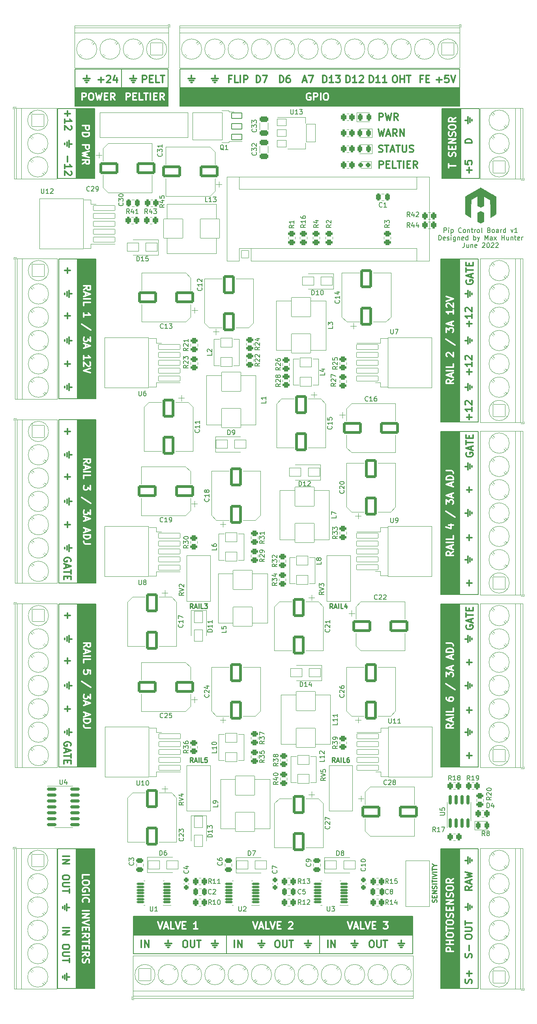
<source format=gto>
G04 #@! TF.GenerationSoftware,KiCad,Pcbnew,(6.0.5-0)*
G04 #@! TF.CreationDate,2023-01-20T14:12:10+00:00*
G04 #@! TF.ProjectId,pipcb,70697063-622e-46b6-9963-61645f706362,rev?*
G04 #@! TF.SameCoordinates,Original*
G04 #@! TF.FileFunction,Legend,Top*
G04 #@! TF.FilePolarity,Positive*
%FSLAX46Y46*%
G04 Gerber Fmt 4.6, Leading zero omitted, Abs format (unit mm)*
G04 Created by KiCad (PCBNEW (6.0.5-0)) date 2023-01-20 14:12:10*
%MOMM*%
%LPD*%
G01*
G04 APERTURE LIST*
G04 Aperture macros list*
%AMRoundRect*
0 Rectangle with rounded corners*
0 $1 Rounding radius*
0 $2 $3 $4 $5 $6 $7 $8 $9 X,Y pos of 4 corners*
0 Add a 4 corners polygon primitive as box body*
4,1,4,$2,$3,$4,$5,$6,$7,$8,$9,$2,$3,0*
0 Add four circle primitives for the rounded corners*
1,1,$1+$1,$2,$3*
1,1,$1+$1,$4,$5*
1,1,$1+$1,$6,$7*
1,1,$1+$1,$8,$9*
0 Add four rect primitives between the rounded corners*
20,1,$1+$1,$2,$3,$4,$5,0*
20,1,$1+$1,$4,$5,$6,$7,0*
20,1,$1+$1,$6,$7,$8,$9,0*
20,1,$1+$1,$8,$9,$2,$3,0*%
G04 Aperture macros list end*
%ADD10C,0.200000*%
%ADD11C,0.300000*%
%ADD12C,0.250000*%
%ADD13C,0.150000*%
%ADD14C,0.120000*%
%ADD15C,0.010000*%
%ADD16RoundRect,0.300000X-0.450000X0.262500X-0.450000X-0.262500X0.450000X-0.262500X0.450000X0.262500X0*%
%ADD17RoundRect,0.050000X-1.250000X0.950000X-1.250000X-0.950000X1.250000X-0.950000X1.250000X0.950000X0*%
%ADD18RoundRect,0.050000X1.300000X1.300000X-1.300000X1.300000X-1.300000X-1.300000X1.300000X-1.300000X0*%
%ADD19C,2.700000*%
%ADD20RoundRect,0.050000X1.250000X-0.950000X1.250000X0.950000X-1.250000X0.950000X-1.250000X-0.950000X0*%
%ADD21RoundRect,0.050000X1.300000X-1.300000X1.300000X1.300000X-1.300000X1.300000X-1.300000X-1.300000X0*%
%ADD22RoundRect,0.050000X-1.250000X-0.900000X1.250000X-0.900000X1.250000X0.900000X-1.250000X0.900000X0*%
%ADD23RoundRect,0.300000X1.000000X-1.750000X1.000000X1.750000X-1.000000X1.750000X-1.000000X-1.750000X0*%
%ADD24RoundRect,0.300000X0.450000X-0.262500X0.450000X0.262500X-0.450000X0.262500X-0.450000X-0.262500X0*%
%ADD25RoundRect,0.300000X0.475000X-0.250000X0.475000X0.250000X-0.475000X0.250000X-0.475000X-0.250000X0*%
%ADD26RoundRect,0.300000X-1.000000X1.750000X-1.000000X-1.750000X1.000000X-1.750000X1.000000X1.750000X0*%
%ADD27RoundRect,0.300000X-0.262500X-0.450000X0.262500X-0.450000X0.262500X0.450000X-0.262500X0.450000X0*%
%ADD28RoundRect,0.300000X1.750000X1.000000X-1.750000X1.000000X-1.750000X-1.000000X1.750000X-1.000000X0*%
%ADD29RoundRect,0.050000X-2.050000X2.050000X-2.050000X-2.050000X2.050000X-2.050000X2.050000X2.050000X0*%
%ADD30RoundRect,0.300000X-1.750000X-1.000000X1.750000X-1.000000X1.750000X1.000000X-1.750000X1.000000X0*%
%ADD31C,1.540000*%
%ADD32RoundRect,0.275000X-0.250000X0.225000X-0.250000X-0.225000X0.250000X-0.225000X0.250000X0.225000X0*%
%ADD33RoundRect,0.050000X1.250000X0.900000X-1.250000X0.900000X-1.250000X-0.900000X1.250000X-0.900000X0*%
%ADD34RoundRect,0.050000X-2.050000X-2.050000X2.050000X-2.050000X2.050000X2.050000X-2.050000X2.050000X0*%
%ADD35RoundRect,0.050000X-2.300000X-0.550000X2.300000X-0.550000X2.300000X0.550000X-2.300000X0.550000X0*%
%ADD36RoundRect,0.050000X-4.700000X-5.400000X4.700000X-5.400000X4.700000X5.400000X-4.700000X5.400000X0*%
%ADD37RoundRect,0.300000X-0.650000X0.325000X-0.650000X-0.325000X0.650000X-0.325000X0.650000X0.325000X0*%
%ADD38RoundRect,0.300000X-0.250000X-0.475000X0.250000X-0.475000X0.250000X0.475000X-0.250000X0.475000X0*%
%ADD39RoundRect,0.050000X1.100000X0.600000X-1.100000X0.600000X-1.100000X-0.600000X1.100000X-0.600000X0*%
%ADD40RoundRect,0.050000X3.200000X2.900000X-3.200000X2.900000X-3.200000X-2.900000X3.200000X-2.900000X0*%
%ADD41RoundRect,0.293750X0.243750X0.456250X-0.243750X0.456250X-0.243750X-0.456250X0.243750X-0.456250X0*%
%ADD42RoundRect,0.200000X0.150000X-0.825000X0.150000X0.825000X-0.150000X0.825000X-0.150000X-0.825000X0*%
%ADD43RoundRect,0.050000X2.300000X0.550000X-2.300000X0.550000X-2.300000X-0.550000X2.300000X-0.550000X0*%
%ADD44RoundRect,0.050000X4.700000X5.400000X-4.700000X5.400000X-4.700000X-5.400000X4.700000X-5.400000X0*%
%ADD45RoundRect,0.050000X-1.300000X1.300000X-1.300000X-1.300000X1.300000X-1.300000X1.300000X1.300000X0*%
%ADD46R,3.000000X3.100000*%
%ADD47RoundRect,0.150000X0.687500X0.100000X-0.687500X0.100000X-0.687500X-0.100000X0.687500X-0.100000X0*%
%ADD48RoundRect,0.300000X0.650000X-0.325000X0.650000X0.325000X-0.650000X0.325000X-0.650000X-0.325000X0*%
%ADD49RoundRect,0.050000X2.050000X-2.050000X2.050000X2.050000X-2.050000X2.050000X-2.050000X-2.050000X0*%
%ADD50RoundRect,0.200000X-0.825000X-0.150000X0.825000X-0.150000X0.825000X0.150000X-0.825000X0.150000X0*%
%ADD51RoundRect,0.050000X-1.300000X-1.300000X1.300000X-1.300000X1.300000X1.300000X-1.300000X1.300000X0*%
%ADD52RoundRect,0.050000X-1.000000X-0.750000X1.000000X-0.750000X1.000000X0.750000X-1.000000X0.750000X0*%
%ADD53RoundRect,0.050000X-1.000000X-1.900000X1.000000X-1.900000X1.000000X1.900000X-1.000000X1.900000X0*%
%ADD54RoundRect,0.293750X-0.243750X-0.456250X0.243750X-0.456250X0.243750X0.456250X-0.243750X0.456250X0*%
%ADD55RoundRect,0.300000X0.262500X0.450000X-0.262500X0.450000X-0.262500X-0.450000X0.262500X-0.450000X0*%
%ADD56RoundRect,0.268750X0.218750X0.256250X-0.218750X0.256250X-0.218750X-0.256250X0.218750X-0.256250X0*%
%ADD57C,2.100000*%
%ADD58RoundRect,0.050000X-0.900000X1.250000X-0.900000X-1.250000X0.900000X-1.250000X0.900000X1.250000X0*%
%ADD59RoundRect,0.050000X0.800000X-0.800000X0.800000X0.800000X-0.800000X0.800000X-0.800000X-0.800000X0*%
%ADD60O,1.700000X1.700000*%
%ADD61RoundRect,0.300000X0.250000X0.475000X-0.250000X0.475000X-0.250000X-0.475000X0.250000X-0.475000X0*%
G04 APERTURE END LIST*
D10*
X23500000Y30250000D02*
X13500000Y30250000D01*
X13500000Y30250000D02*
X13500000Y26250000D01*
X13500000Y26250000D02*
X23500000Y26250000D01*
X23500000Y26250000D02*
X23500000Y30250000D01*
X96000000Y-82500000D02*
X92000000Y-82500000D01*
X92000000Y-82500000D02*
X92000000Y-47500000D01*
X92000000Y-47500000D02*
X96000000Y-47500000D01*
X96000000Y-47500000D02*
X96000000Y-82500000D01*
G36*
X96000000Y-82500000D02*
G01*
X92000000Y-82500000D01*
X92000000Y-47500000D01*
X96000000Y-47500000D01*
X96000000Y-82500000D01*
G37*
X96250000Y6750000D02*
X92250000Y6750000D01*
X92250000Y6750000D02*
X92250000Y21750000D01*
X92250000Y21750000D02*
X96250000Y21750000D01*
X96250000Y21750000D02*
X96250000Y6750000D01*
G36*
X96250000Y6750000D02*
G01*
X92250000Y6750000D01*
X92250000Y21750000D01*
X96250000Y21750000D01*
X96250000Y6750000D01*
G37*
X14000000Y-10500001D02*
X18000000Y-10500001D01*
X18000000Y-10500001D02*
X18000000Y-40500001D01*
X18000000Y-40500001D02*
X14000000Y-40500001D01*
X14000000Y-40500001D02*
X14000000Y-10500001D01*
G36*
X14000000Y-10500001D02*
G01*
X18000000Y-10500001D01*
X18000000Y-40500001D01*
X14000000Y-40500001D01*
X14000000Y-10500001D01*
G37*
X100000000Y-119499999D02*
X96000000Y-119499999D01*
X96000000Y-119499999D02*
X96000000Y-84499999D01*
X96000000Y-84499999D02*
X100000000Y-84499999D01*
X100000000Y-84499999D02*
X100000000Y-119499999D01*
X46000000Y-159500000D02*
X66000000Y-159500000D01*
X66000000Y-159500000D02*
X66000000Y-155500000D01*
X66000000Y-155500000D02*
X46000000Y-155500000D01*
X46000000Y-155500000D02*
X46000000Y-159500000D01*
X33500000Y30250000D02*
X23500000Y30250000D01*
X23500000Y30250000D02*
X23500000Y26250000D01*
X23500000Y26250000D02*
X33500000Y26250000D01*
X33500000Y26250000D02*
X33500000Y30250000D01*
X96000000Y-45500000D02*
X92000000Y-45500000D01*
X92000000Y-45500000D02*
X92000000Y-10500000D01*
X92000000Y-10500000D02*
X96000000Y-10500000D01*
X96000000Y-10500000D02*
X96000000Y-45500000D01*
G36*
X96000000Y-45500000D02*
G01*
X92000000Y-45500000D01*
X92000000Y-10500000D01*
X96000000Y-10500000D01*
X96000000Y-45500000D01*
G37*
X96000000Y-167000000D02*
X92000000Y-167000000D01*
X92000000Y-167000000D02*
X92000000Y-137000000D01*
X92000000Y-137000000D02*
X96000000Y-137000000D01*
X96000000Y-137000000D02*
X96000000Y-167000000D01*
G36*
X96000000Y-167000000D02*
G01*
X92000000Y-167000000D01*
X92000000Y-137000000D01*
X96000000Y-137000000D01*
X96000000Y-167000000D01*
G37*
X13750000Y-137000000D02*
X17750000Y-137000000D01*
X17750000Y-137000000D02*
X17750000Y-167000000D01*
X17750000Y-167000000D02*
X13750000Y-167000000D01*
X13750000Y-167000000D02*
X13750000Y-137000000D01*
G36*
X13750000Y-137000000D02*
G01*
X17750000Y-137000000D01*
X17750000Y-167000000D01*
X13750000Y-167000000D01*
X13750000Y-137000000D01*
G37*
X9750000Y-137000000D02*
X13750000Y-137000000D01*
X13750000Y-137000000D02*
X13750000Y-167000000D01*
X13750000Y-167000000D02*
X9750000Y-167000000D01*
X9750000Y-167000000D02*
X9750000Y-137000000D01*
X26000000Y-155500000D02*
X46000000Y-155500000D01*
X46000000Y-155500000D02*
X46000000Y-151500000D01*
X46000000Y-151500000D02*
X26000000Y-151500000D01*
X26000000Y-151500000D02*
X26000000Y-155500000D01*
G36*
X26000000Y-155500000D02*
G01*
X46000000Y-155500000D01*
X46000000Y-151500000D01*
X26000000Y-151500000D01*
X26000000Y-155500000D01*
G37*
X100000000Y-167000000D02*
X96000000Y-167000000D01*
X96000000Y-167000000D02*
X96000000Y-137000000D01*
X96000000Y-137000000D02*
X100000000Y-137000000D01*
X100000000Y-137000000D02*
X100000000Y-167000000D01*
X36000000Y22250000D02*
X96000000Y22250000D01*
X96000000Y22250000D02*
X96000000Y26250000D01*
X96000000Y26250000D02*
X36000000Y26250000D01*
X36000000Y26250000D02*
X36000000Y22250000D01*
G36*
X36000000Y22250000D02*
G01*
X96000000Y22250000D01*
X96000000Y26250000D01*
X36000000Y26250000D01*
X36000000Y22250000D01*
G37*
X10000000Y-10500001D02*
X14000000Y-10500001D01*
X14000000Y-10500001D02*
X14000000Y-40500001D01*
X14000000Y-40500001D02*
X10000000Y-40500001D01*
X10000000Y-40500001D02*
X10000000Y-10500001D01*
X10000000Y-45000001D02*
X14000000Y-45000001D01*
X14000000Y-45000001D02*
X14000000Y-80000001D01*
X14000000Y-80000001D02*
X10000000Y-80000001D01*
X10000000Y-80000001D02*
X10000000Y-45000001D01*
X96000000Y-119499999D02*
X92000000Y-119499999D01*
X92000000Y-119499999D02*
X92000000Y-84499999D01*
X92000000Y-84499999D02*
X96000000Y-84499999D01*
X96000000Y-84499999D02*
X96000000Y-119499999D01*
G36*
X96000000Y-119499999D02*
G01*
X92000000Y-119499999D01*
X92000000Y-84499999D01*
X96000000Y-84499999D01*
X96000000Y-119499999D01*
G37*
X10000000Y-84500000D02*
X14000000Y-84500000D01*
X14000000Y-84500000D02*
X14000000Y-119500000D01*
X14000000Y-119500000D02*
X10000000Y-119500000D01*
X10000000Y-119500000D02*
X10000000Y-84500000D01*
X26000000Y-159500000D02*
X46000000Y-159500000D01*
X46000000Y-159500000D02*
X46000000Y-155500000D01*
X46000000Y-155500000D02*
X26000000Y-155500000D01*
X26000000Y-155500000D02*
X26000000Y-159500000D01*
X66000000Y-159500000D02*
X86000000Y-159500000D01*
X86000000Y-159500000D02*
X86000000Y-155500000D01*
X86000000Y-155500000D02*
X66000000Y-155500000D01*
X66000000Y-155500000D02*
X66000000Y-159500000D01*
X100250000Y6750000D02*
X96250000Y6750000D01*
X96250000Y6750000D02*
X96250000Y21750000D01*
X96250000Y21750000D02*
X100250000Y21750000D01*
X100250000Y21750000D02*
X100250000Y6750000D01*
X14000000Y-45000001D02*
X18000000Y-45000001D01*
X18000000Y-45000001D02*
X18000000Y-80000001D01*
X18000000Y-80000001D02*
X14000000Y-80000001D01*
X14000000Y-80000001D02*
X14000000Y-45000001D01*
G36*
X14000000Y-45000001D02*
G01*
X18000000Y-45000001D01*
X18000000Y-80000001D01*
X14000000Y-80000001D01*
X14000000Y-45000001D01*
G37*
X14000000Y-84499999D02*
X18000000Y-84499999D01*
X18000000Y-84499999D02*
X18000000Y-119499999D01*
X18000000Y-119499999D02*
X14000000Y-119499999D01*
X14000000Y-119499999D02*
X14000000Y-84499999D01*
G36*
X14000000Y-84499999D02*
G01*
X18000000Y-84499999D01*
X18000000Y-119499999D01*
X14000000Y-119499999D01*
X14000000Y-84499999D01*
G37*
X13750000Y21750000D02*
X17750000Y21750000D01*
X17750000Y21750000D02*
X17750000Y6750000D01*
X17750000Y6750000D02*
X13750000Y6750000D01*
X13750000Y6750000D02*
X13750000Y21750000D01*
G36*
X13750000Y21750000D02*
G01*
X17750000Y21750000D01*
X17750000Y6750000D01*
X13750000Y6750000D01*
X13750000Y21750000D01*
G37*
X66000000Y-155500000D02*
X86000000Y-155500000D01*
X86000000Y-155500000D02*
X86000000Y-151500000D01*
X86000000Y-151500000D02*
X66000000Y-151500000D01*
X66000000Y-151500000D02*
X66000000Y-155500000D01*
G36*
X66000000Y-155500000D02*
G01*
X86000000Y-155500000D01*
X86000000Y-151500000D01*
X66000000Y-151500000D01*
X66000000Y-155500000D01*
G37*
X36000000Y26250000D02*
X96000000Y26250000D01*
X96000000Y26250000D02*
X96000000Y30250000D01*
X96000000Y30250000D02*
X36000000Y30250000D01*
X36000000Y30250000D02*
X36000000Y26250000D01*
X100000000Y-82500000D02*
X96000000Y-82500000D01*
X96000000Y-82500000D02*
X96000000Y-47500000D01*
X96000000Y-47500000D02*
X100000000Y-47500000D01*
X100000000Y-47500000D02*
X100000000Y-82500000D01*
X100000000Y-45500000D02*
X96000000Y-45500000D01*
X96000000Y-45500000D02*
X96000000Y-10500000D01*
X96000000Y-10500000D02*
X100000000Y-10500000D01*
X100000000Y-10500000D02*
X100000000Y-45500000D01*
X33500000Y26250000D02*
X23500000Y26250000D01*
X23500000Y26250000D02*
X23500000Y22250000D01*
X23500000Y22250000D02*
X33500000Y22250000D01*
X33500000Y22250000D02*
X33500000Y26250000D01*
G36*
X33500000Y26250000D02*
G01*
X23500000Y26250000D01*
X23500000Y22250000D01*
X33500000Y22250000D01*
X33500000Y26250000D01*
G37*
X9750000Y21750000D02*
X13750000Y21750000D01*
X13750000Y21750000D02*
X13750000Y6750000D01*
X13750000Y6750000D02*
X9750000Y6750000D01*
X9750000Y6750000D02*
X9750000Y21750000D01*
X23500000Y26250000D02*
X13500000Y26250000D01*
X13500000Y26250000D02*
X13500000Y22250000D01*
X13500000Y22250000D02*
X23500000Y22250000D01*
X23500000Y22250000D02*
X23500000Y26250000D01*
G36*
X23500000Y26250000D02*
G01*
X13500000Y26250000D01*
X13500000Y22250000D01*
X23500000Y22250000D01*
X23500000Y26250000D01*
G37*
X46000000Y-155500000D02*
X66000000Y-155500000D01*
X66000000Y-155500000D02*
X66000000Y-151500000D01*
X66000000Y-151500000D02*
X46000000Y-151500000D01*
X46000000Y-151500000D02*
X46000000Y-155500000D01*
G36*
X46000000Y-155500000D02*
G01*
X66000000Y-155500000D01*
X66000000Y-151500000D01*
X46000000Y-151500000D01*
X46000000Y-155500000D01*
G37*
D11*
X11892857Y21250000D02*
X11892857Y20107142D01*
X11321428Y20678571D02*
X12464285Y20678571D01*
X11321428Y18607142D02*
X11321428Y19464285D01*
X11321428Y19035714D02*
X12821428Y19035714D01*
X12607142Y19178571D01*
X12464285Y19321428D01*
X12392857Y19464285D01*
X12678571Y18035714D02*
X12750000Y17964285D01*
X12821428Y17821428D01*
X12821428Y17464285D01*
X12750000Y17321428D01*
X12678571Y17250000D01*
X12535714Y17178571D01*
X12392857Y17178571D01*
X12178571Y17250000D01*
X11321428Y18107142D01*
X11321428Y17178571D01*
X37000000Y-156678571D02*
X37285714Y-156678571D01*
X37428571Y-156750000D01*
X37571428Y-156892857D01*
X37642857Y-157178571D01*
X37642857Y-157678571D01*
X37571428Y-157964285D01*
X37428571Y-158107142D01*
X37285714Y-158178571D01*
X37000000Y-158178571D01*
X36857142Y-158107142D01*
X36714285Y-157964285D01*
X36642857Y-157678571D01*
X36642857Y-157178571D01*
X36714285Y-156892857D01*
X36857142Y-156750000D01*
X37000000Y-156678571D01*
X38285714Y-156678571D02*
X38285714Y-157892857D01*
X38357142Y-158035714D01*
X38428571Y-158107142D01*
X38571428Y-158178571D01*
X38857142Y-158178571D01*
X39000000Y-158107142D01*
X39071428Y-158035714D01*
X39142857Y-157892857D01*
X39142857Y-156678571D01*
X39642857Y-156678571D02*
X40500000Y-156678571D01*
X40071428Y-158178571D02*
X40071428Y-156678571D01*
X98678571Y-145035714D02*
X97964285Y-145535714D01*
X98678571Y-145892857D02*
X97178571Y-145892857D01*
X97178571Y-145321428D01*
X97250000Y-145178571D01*
X97321428Y-145107142D01*
X97464285Y-145035714D01*
X97678571Y-145035714D01*
X97821428Y-145107142D01*
X97892857Y-145178571D01*
X97964285Y-145321428D01*
X97964285Y-145892857D01*
X98250000Y-144464285D02*
X98250000Y-143750000D01*
X98678571Y-144607142D02*
X97178571Y-144107142D01*
X98678571Y-143607142D01*
X97178571Y-143250000D02*
X98678571Y-142892857D01*
X97607142Y-142607142D01*
X98678571Y-142321428D01*
X97178571Y-141964285D01*
X10821428Y-153914285D02*
X12321428Y-153914285D01*
X10821428Y-154628571D02*
X12321428Y-154628571D01*
X10821428Y-155485714D01*
X12321428Y-155485714D01*
X88035714Y28107142D02*
X87535714Y28107142D01*
X87535714Y27321428D02*
X87535714Y28821428D01*
X88250000Y28821428D01*
X88821428Y28107142D02*
X89321428Y28107142D01*
X89535714Y27321428D02*
X88821428Y27321428D01*
X88821428Y28821428D01*
X89535714Y28821428D01*
X11892857Y-96133335D02*
X11892857Y-97276192D01*
X11321428Y-96704764D02*
X12464285Y-96704764D01*
X97450000Y-15100000D02*
X97378571Y-15242857D01*
X97378571Y-15457142D01*
X97450000Y-15671428D01*
X97592857Y-15814285D01*
X97735714Y-15885714D01*
X98021428Y-15957142D01*
X98235714Y-15957142D01*
X98521428Y-15885714D01*
X98664285Y-15814285D01*
X98807142Y-15671428D01*
X98878571Y-15457142D01*
X98878571Y-15314285D01*
X98807142Y-15100000D01*
X98735714Y-15028571D01*
X98235714Y-15028571D01*
X98235714Y-15314285D01*
X98450000Y-14457142D02*
X98450000Y-13742857D01*
X98878571Y-14600000D02*
X97378571Y-14100000D01*
X98878571Y-13600000D01*
X97378571Y-13314285D02*
X97378571Y-12457142D01*
X98878571Y-12885714D02*
X97378571Y-12885714D01*
X98092857Y-11957142D02*
X98092857Y-11457142D01*
X98878571Y-11242857D02*
X98878571Y-11957142D01*
X97378571Y-11957142D01*
X97378571Y-11242857D01*
X12178571Y-61785715D02*
X12178571Y-63214286D01*
X11750000Y-62071429D02*
X11750000Y-62928572D01*
X12821428Y-62500001D02*
X12178571Y-62500001D01*
X11321428Y-62642858D02*
X11321428Y-62357143D01*
X11892857Y-86428571D02*
X11892857Y-87571428D01*
X11321428Y-87000000D02*
X12464285Y-87000000D01*
X10821428Y-138614285D02*
X12321428Y-138614285D01*
X10821428Y-139328571D02*
X12321428Y-139328571D01*
X10821428Y-140185714D01*
X12321428Y-140185714D01*
X56800000Y-156678571D02*
X57085714Y-156678571D01*
X57228571Y-156750000D01*
X57371428Y-156892857D01*
X57442857Y-157178571D01*
X57442857Y-157678571D01*
X57371428Y-157964285D01*
X57228571Y-158107142D01*
X57085714Y-158178571D01*
X56800000Y-158178571D01*
X56657142Y-158107142D01*
X56514285Y-157964285D01*
X56442857Y-157678571D01*
X56442857Y-157178571D01*
X56514285Y-156892857D01*
X56657142Y-156750000D01*
X56800000Y-156678571D01*
X58085714Y-156678571D02*
X58085714Y-157892857D01*
X58157142Y-158035714D01*
X58228571Y-158107142D01*
X58371428Y-158178571D01*
X58657142Y-158178571D01*
X58800000Y-158107142D01*
X58871428Y-158035714D01*
X58942857Y-157892857D01*
X58942857Y-156678571D01*
X59442857Y-156678571D02*
X60300000Y-156678571D01*
X59871428Y-158178571D02*
X59871428Y-156678571D01*
X11892857Y-12428572D02*
X11892857Y-13571429D01*
X11321428Y-13000001D02*
X12464285Y-13000001D01*
X82785714Y-157321428D02*
X84214285Y-157321428D01*
X83071428Y-157750000D02*
X83928571Y-157750000D01*
X83500000Y-156678571D02*
X83500000Y-157321428D01*
X83642857Y-158178571D02*
X83357142Y-158178571D01*
X77000000Y-156678571D02*
X77285714Y-156678571D01*
X77428571Y-156750000D01*
X77571428Y-156892857D01*
X77642857Y-157178571D01*
X77642857Y-157678571D01*
X77571428Y-157964285D01*
X77428571Y-158107142D01*
X77285714Y-158178571D01*
X77000000Y-158178571D01*
X76857142Y-158107142D01*
X76714285Y-157964285D01*
X76642857Y-157678571D01*
X76642857Y-157178571D01*
X76714285Y-156892857D01*
X76857142Y-156750000D01*
X77000000Y-156678571D01*
X78285714Y-156678571D02*
X78285714Y-157892857D01*
X78357142Y-158035714D01*
X78428571Y-158107142D01*
X78571428Y-158178571D01*
X78857142Y-158178571D01*
X79000000Y-158107142D01*
X79071428Y-158035714D01*
X79142857Y-157892857D01*
X79142857Y-156678571D01*
X79642857Y-156678571D02*
X80500000Y-156678571D01*
X80071428Y-158178571D02*
X80071428Y-156678571D01*
X97821428Y-75714285D02*
X97821428Y-74285714D01*
X98250000Y-75428571D02*
X98250000Y-74571428D01*
X97178571Y-75000000D02*
X97821428Y-75000000D01*
X98678571Y-74857142D02*
X98678571Y-75142857D01*
X98107142Y-25000000D02*
X98107142Y-23857142D01*
X98678571Y-24428571D02*
X97535714Y-24428571D01*
X98678571Y-22357142D02*
X98678571Y-23214285D01*
X98678571Y-22785714D02*
X97178571Y-22785714D01*
X97392857Y-22928571D01*
X97535714Y-23071428D01*
X97607142Y-23214285D01*
X97321428Y-21785714D02*
X97250000Y-21714285D01*
X97178571Y-21571428D01*
X97178571Y-21214285D01*
X97250000Y-21071428D01*
X97321428Y-21000000D01*
X97464285Y-20928571D01*
X97607142Y-20928571D01*
X97821428Y-21000000D01*
X98678571Y-21857142D01*
X98678571Y-20928571D01*
X37785714Y28178571D02*
X39214285Y28178571D01*
X38071428Y27750000D02*
X38928571Y27750000D01*
X38500000Y28821428D02*
X38500000Y28178571D01*
X38642857Y27321428D02*
X38357142Y27321428D01*
X11892857Y-56633336D02*
X11892857Y-57776193D01*
X11321428Y-57204765D02*
X12464285Y-57204765D01*
X98107142Y-80571428D02*
X98107142Y-79428571D01*
X98678571Y-80000000D02*
X97535714Y-80000000D01*
X98107142Y7964285D02*
X98107142Y9107142D01*
X98678571Y8535714D02*
X97535714Y8535714D01*
X97178571Y10535714D02*
X97178571Y9821428D01*
X97892857Y9750000D01*
X97821428Y9821428D01*
X97750000Y9964285D01*
X97750000Y10321428D01*
X97821428Y10464285D01*
X97892857Y10535714D01*
X98035714Y10607142D01*
X98392857Y10607142D01*
X98535714Y10535714D01*
X98607142Y10464285D01*
X98678571Y10321428D01*
X98678571Y9964285D01*
X98607142Y9821428D01*
X98535714Y9750000D01*
X97821428Y-38714285D02*
X97821428Y-37285714D01*
X98250000Y-38428571D02*
X98250000Y-37571428D01*
X97178571Y-38000000D02*
X97821428Y-38000000D01*
X98678571Y-37857142D02*
X98678571Y-38142857D01*
X78599285Y17321428D02*
X78956428Y15821428D01*
X79242142Y16892857D01*
X79527857Y15821428D01*
X79885000Y17321428D01*
X80385000Y16250000D02*
X81099285Y16250000D01*
X80242142Y15821428D02*
X80742142Y17321428D01*
X81242142Y15821428D01*
X82599285Y15821428D02*
X82099285Y16535714D01*
X81742142Y15821428D02*
X81742142Y17321428D01*
X82313571Y17321428D01*
X82456428Y17250000D01*
X82527857Y17178571D01*
X82599285Y17035714D01*
X82599285Y16821428D01*
X82527857Y16678571D01*
X82456428Y16607142D01*
X82313571Y16535714D01*
X81742142Y16535714D01*
X83242142Y15821428D02*
X83242142Y17321428D01*
X84099285Y15821428D01*
X84099285Y17321428D01*
X11892857Y-66928572D02*
X11892857Y-68071429D01*
X11321428Y-67500001D02*
X12464285Y-67500001D01*
X11678571Y-163785714D02*
X11678571Y-165214285D01*
X11250000Y-164071428D02*
X11250000Y-164928571D01*
X12321428Y-164500000D02*
X11678571Y-164500000D01*
X10821428Y-164642857D02*
X10821428Y-164357142D01*
D12*
X68761904Y-85452380D02*
X68428571Y-84976190D01*
X68190476Y-85452380D02*
X68190476Y-84452380D01*
X68571428Y-84452380D01*
X68666666Y-84500000D01*
X68714285Y-84547619D01*
X68761904Y-84642857D01*
X68761904Y-84785714D01*
X68714285Y-84880952D01*
X68666666Y-84928571D01*
X68571428Y-84976190D01*
X68190476Y-84976190D01*
X69142857Y-85166666D02*
X69619047Y-85166666D01*
X69047619Y-85452380D02*
X69380952Y-84452380D01*
X69714285Y-85452380D01*
X70047619Y-85452380D02*
X70047619Y-84452380D01*
X71000000Y-85452380D02*
X70523809Y-85452380D01*
X70523809Y-84452380D01*
X71761904Y-84785714D02*
X71761904Y-85452380D01*
X71523809Y-84404761D02*
X71285714Y-85119047D01*
X71904761Y-85119047D01*
D11*
X97821428Y-65714285D02*
X97821428Y-64285714D01*
X98250000Y-65428571D02*
X98250000Y-64571428D01*
X97178571Y-65000000D02*
X97821428Y-65000000D01*
X98678571Y-64857142D02*
X98678571Y-65142857D01*
X78802142Y8988094D02*
X78802142Y10488094D01*
X79373571Y10488094D01*
X79516428Y10416666D01*
X79587857Y10345237D01*
X79659285Y10202380D01*
X79659285Y9988094D01*
X79587857Y9845237D01*
X79516428Y9773808D01*
X79373571Y9702380D01*
X78802142Y9702380D01*
X80302142Y9773808D02*
X80802142Y9773808D01*
X81016428Y8988094D02*
X80302142Y8988094D01*
X80302142Y10488094D01*
X81016428Y10488094D01*
X82373571Y8988094D02*
X81659285Y8988094D01*
X81659285Y10488094D01*
X82659285Y10488094D02*
X83516428Y10488094D01*
X83087857Y8988094D02*
X83087857Y10488094D01*
X84016428Y8988094D02*
X84016428Y10488094D01*
X84730714Y9773808D02*
X85230714Y9773808D01*
X85445000Y8988094D02*
X84730714Y8988094D01*
X84730714Y10488094D01*
X85445000Y10488094D01*
X86945000Y8988094D02*
X86445000Y9702380D01*
X86087857Y8988094D02*
X86087857Y10488094D01*
X86659285Y10488094D01*
X86802142Y10416666D01*
X86873571Y10345237D01*
X86945000Y10202380D01*
X86945000Y9988094D01*
X86873571Y9845237D01*
X86802142Y9773808D01*
X86659285Y9702380D01*
X86087857Y9702380D01*
X12178571Y-27285715D02*
X12178571Y-28714286D01*
X11750000Y-27571429D02*
X11750000Y-28428572D01*
X12821428Y-28000001D02*
X12178571Y-28000001D01*
X11321428Y-28142858D02*
X11321428Y-27857143D01*
X12178571Y-111285714D02*
X12178571Y-112714285D01*
X11750000Y-111571428D02*
X11750000Y-112428571D01*
X12821428Y-112000000D02*
X12178571Y-112000000D01*
X11321428Y-112142857D02*
X11321428Y-111857142D01*
X11892857Y-22133336D02*
X11892857Y-23276193D01*
X11321428Y-22704765D02*
X12464285Y-22704765D01*
X11892857Y11500000D02*
X11892857Y10357142D01*
X11321428Y8857142D02*
X11321428Y9714285D01*
X11321428Y9285714D02*
X12821428Y9285714D01*
X12607142Y9428571D01*
X12464285Y9571428D01*
X12392857Y9714285D01*
X12678571Y8285714D02*
X12750000Y8214285D01*
X12821428Y8071428D01*
X12821428Y7714285D01*
X12750000Y7571428D01*
X12678571Y7500000D01*
X12535714Y7428571D01*
X12392857Y7428571D01*
X12178571Y7500000D01*
X11321428Y8357142D01*
X11321428Y7428571D01*
X98107142Y-60571428D02*
X98107142Y-59428571D01*
X98678571Y-60000000D02*
X97535714Y-60000000D01*
D12*
X38761904Y-85452380D02*
X38428571Y-84976190D01*
X38190476Y-85452380D02*
X38190476Y-84452380D01*
X38571428Y-84452380D01*
X38666666Y-84500000D01*
X38714285Y-84547619D01*
X38761904Y-84642857D01*
X38761904Y-84785714D01*
X38714285Y-84880952D01*
X38666666Y-84928571D01*
X38571428Y-84976190D01*
X38190476Y-84976190D01*
X39142857Y-85166666D02*
X39619047Y-85166666D01*
X39047619Y-85452380D02*
X39380952Y-84452380D01*
X39714285Y-85452380D01*
X40047619Y-85452380D02*
X40047619Y-84452380D01*
X41000000Y-85452380D02*
X40523809Y-85452380D01*
X40523809Y-84452380D01*
X41238095Y-84452380D02*
X41857142Y-84452380D01*
X41523809Y-84833333D01*
X41666666Y-84833333D01*
X41761904Y-84880952D01*
X41809523Y-84928571D01*
X41857142Y-85023809D01*
X41857142Y-85261904D01*
X41809523Y-85357142D01*
X41761904Y-85404761D01*
X41666666Y-85452380D01*
X41380952Y-85452380D01*
X41285714Y-85404761D01*
X41238095Y-85357142D01*
D11*
X97821428Y-102714284D02*
X97821428Y-101285713D01*
X98250000Y-102428570D02*
X98250000Y-101571427D01*
X97178571Y-101999999D02*
X97821428Y-101999999D01*
X98678571Y-101857141D02*
X98678571Y-102142856D01*
X98607142Y-160357142D02*
X98678571Y-160142857D01*
X98678571Y-159785714D01*
X98607142Y-159642857D01*
X98535714Y-159571428D01*
X98392857Y-159500000D01*
X98250000Y-159500000D01*
X98107142Y-159571428D01*
X98035714Y-159642857D01*
X97964285Y-159785714D01*
X97892857Y-160071428D01*
X97821428Y-160214285D01*
X97750000Y-160285714D01*
X97607142Y-160357142D01*
X97464285Y-160357142D01*
X97321428Y-160285714D01*
X97250000Y-160214285D01*
X97178571Y-160071428D01*
X97178571Y-159714285D01*
X97250000Y-159500000D01*
X98107142Y-158857142D02*
X98107142Y-157714285D01*
D12*
X91054761Y-148471428D02*
X91102380Y-148328571D01*
X91102380Y-148090476D01*
X91054761Y-147995238D01*
X91007142Y-147947619D01*
X90911904Y-147900000D01*
X90816666Y-147900000D01*
X90721428Y-147947619D01*
X90673809Y-147995238D01*
X90626190Y-148090476D01*
X90578571Y-148280952D01*
X90530952Y-148376190D01*
X90483333Y-148423809D01*
X90388095Y-148471428D01*
X90292857Y-148471428D01*
X90197619Y-148423809D01*
X90150000Y-148376190D01*
X90102380Y-148280952D01*
X90102380Y-148042857D01*
X90150000Y-147900000D01*
X90578571Y-147471428D02*
X90578571Y-147138095D01*
X91102380Y-146995238D02*
X91102380Y-147471428D01*
X90102380Y-147471428D01*
X90102380Y-146995238D01*
X91102380Y-146566666D02*
X90102380Y-146566666D01*
X91102380Y-145995238D01*
X90102380Y-145995238D01*
X91054761Y-145566666D02*
X91102380Y-145423809D01*
X91102380Y-145185714D01*
X91054761Y-145090476D01*
X91007142Y-145042857D01*
X90911904Y-144995238D01*
X90816666Y-144995238D01*
X90721428Y-145042857D01*
X90673809Y-145090476D01*
X90626190Y-145185714D01*
X90578571Y-145376190D01*
X90530952Y-145471428D01*
X90483333Y-145519047D01*
X90388095Y-145566666D01*
X90292857Y-145566666D01*
X90197619Y-145519047D01*
X90150000Y-145471428D01*
X90102380Y-145376190D01*
X90102380Y-145138095D01*
X90150000Y-144995238D01*
X91102380Y-144566666D02*
X90102380Y-144566666D01*
X90102380Y-144233333D02*
X90102380Y-143661904D01*
X91102380Y-143947619D02*
X90102380Y-143947619D01*
X91102380Y-143328571D02*
X90102380Y-143328571D01*
X90102380Y-142995238D02*
X91102380Y-142661904D01*
X90102380Y-142328571D01*
X91102380Y-141995238D02*
X90102380Y-141995238D01*
X90102380Y-141661904D02*
X90102380Y-141090476D01*
X91102380Y-141376190D02*
X90102380Y-141376190D01*
X90626190Y-140566666D02*
X91102380Y-140566666D01*
X90102380Y-140900000D02*
X90626190Y-140566666D01*
X90102380Y-140233333D01*
D11*
X97178571Y-156000000D02*
X97178571Y-155714285D01*
X97250000Y-155571428D01*
X97392857Y-155428571D01*
X97678571Y-155357142D01*
X98178571Y-155357142D01*
X98464285Y-155428571D01*
X98607142Y-155571428D01*
X98678571Y-155714285D01*
X98678571Y-156000000D01*
X98607142Y-156142857D01*
X98464285Y-156285714D01*
X98178571Y-156357142D01*
X97678571Y-156357142D01*
X97392857Y-156285714D01*
X97250000Y-156142857D01*
X97178571Y-156000000D01*
X97178571Y-154714285D02*
X98392857Y-154714285D01*
X98535714Y-154642857D01*
X98607142Y-154571428D01*
X98678571Y-154428571D01*
X98678571Y-154142857D01*
X98607142Y-154000000D01*
X98535714Y-153928571D01*
X98392857Y-153857142D01*
X97178571Y-153857142D01*
X97178571Y-153357142D02*
X97178571Y-152500000D01*
X98678571Y-152928571D02*
X97178571Y-152928571D01*
X98107142Y-45000000D02*
X98107142Y-43857142D01*
X98678571Y-44428571D02*
X97535714Y-44428571D01*
X98678571Y-42357142D02*
X98678571Y-43214285D01*
X98678571Y-42785714D02*
X97178571Y-42785714D01*
X97392857Y-42928571D01*
X97535714Y-43071428D01*
X97607142Y-43214285D01*
X97321428Y-41785714D02*
X97250000Y-41714285D01*
X97178571Y-41571428D01*
X97178571Y-41214285D01*
X97250000Y-41071428D01*
X97321428Y-41000000D01*
X97464285Y-40928571D01*
X97607142Y-40928571D01*
X97821428Y-41000000D01*
X98678571Y-41857142D01*
X98678571Y-40928571D01*
X62785714Y-157321428D02*
X64214285Y-157321428D01*
X63071428Y-157750000D02*
X63928571Y-157750000D01*
X63500000Y-156678571D02*
X63500000Y-157321428D01*
X63642857Y-158178571D02*
X63357142Y-158178571D01*
X91071428Y27892857D02*
X92214285Y27892857D01*
X91642857Y27321428D02*
X91642857Y28464285D01*
X93642857Y28821428D02*
X92928571Y28821428D01*
X92857142Y28107142D01*
X92928571Y28178571D01*
X93071428Y28250000D01*
X93428571Y28250000D01*
X93571428Y28178571D01*
X93642857Y28107142D01*
X93714285Y27964285D01*
X93714285Y27607142D01*
X93642857Y27464285D01*
X93571428Y27392857D01*
X93428571Y27321428D01*
X93071428Y27321428D01*
X92928571Y27392857D01*
X92857142Y27464285D01*
X94142857Y28821428D02*
X94642857Y27321428D01*
X95142857Y28821428D01*
X11892857Y-106428571D02*
X11892857Y-107571428D01*
X11321428Y-107000000D02*
X12464285Y-107000000D01*
X12178571Y-71785715D02*
X12178571Y-73214286D01*
X11750000Y-72071429D02*
X11750000Y-72928572D01*
X12821428Y-72500001D02*
X12178571Y-72500001D01*
X11321428Y-72642858D02*
X11321428Y-72357143D01*
X97821428Y-150214285D02*
X97821428Y-148785714D01*
X98250000Y-149928571D02*
X98250000Y-149071428D01*
X97178571Y-149500000D02*
X97821428Y-149500000D01*
X98678571Y-149357142D02*
X98678571Y-149642857D01*
X98107142Y-70866664D02*
X98107142Y-69723807D01*
X98678571Y-70295236D02*
X97535714Y-70295236D01*
X52392857Y27321428D02*
X52392857Y28821428D01*
X52750000Y28821428D01*
X52964285Y28750000D01*
X53107142Y28607142D01*
X53178571Y28464285D01*
X53250000Y28178571D01*
X53250000Y27964285D01*
X53178571Y27678571D01*
X53107142Y27535714D01*
X52964285Y27392857D01*
X52750000Y27321428D01*
X52392857Y27321428D01*
X53750000Y28821428D02*
X54750000Y28821428D01*
X54107142Y27321428D01*
X62428571Y27750000D02*
X63142857Y27750000D01*
X62285714Y27321428D02*
X62785714Y28821428D01*
X63285714Y27321428D01*
X63642857Y28821428D02*
X64642857Y28821428D01*
X64000000Y27321428D01*
X97821428Y-112714284D02*
X97821428Y-111285713D01*
X98250000Y-112428570D02*
X98250000Y-111571427D01*
X97178571Y-111999999D02*
X97821428Y-111999999D01*
X98678571Y-111857141D02*
X98678571Y-112142856D01*
X12178571Y-51785715D02*
X12178571Y-53214286D01*
X11750000Y-52071429D02*
X11750000Y-52928572D01*
X12821428Y-52500001D02*
X12178571Y-52500001D01*
X11321428Y-52642858D02*
X11321428Y-52357143D01*
X98678571Y14357142D02*
X97178571Y14357142D01*
X97178571Y14714285D01*
X97250000Y14928571D01*
X97392857Y15071428D01*
X97535714Y15142857D01*
X97821428Y15214285D01*
X98035714Y15214285D01*
X98321428Y15142857D01*
X98464285Y15071428D01*
X98607142Y14928571D01*
X98678571Y14714285D01*
X98678571Y14357142D01*
X12178571Y-91285714D02*
X12178571Y-92714285D01*
X11750000Y-91571428D02*
X11750000Y-92428571D01*
X12821428Y-92000000D02*
X12178571Y-92000000D01*
X11321428Y-92142857D02*
X11321428Y-91857142D01*
X78742142Y19238094D02*
X78742142Y20738094D01*
X79313571Y20738094D01*
X79456428Y20666666D01*
X79527857Y20595237D01*
X79599285Y20452380D01*
X79599285Y20238094D01*
X79527857Y20095237D01*
X79456428Y20023808D01*
X79313571Y19952380D01*
X78742142Y19952380D01*
X80099285Y20738094D02*
X80456428Y19238094D01*
X80742142Y20309523D01*
X81027857Y19238094D01*
X81385000Y20738094D01*
X82813571Y19238094D02*
X82313571Y19952380D01*
X81956428Y19238094D02*
X81956428Y20738094D01*
X82527857Y20738094D01*
X82670714Y20666666D01*
X82742142Y20595237D01*
X82813571Y20452380D01*
X82813571Y20238094D01*
X82742142Y20095237D01*
X82670714Y20023808D01*
X82527857Y19952380D01*
X81956428Y19952380D01*
X57392857Y27321428D02*
X57392857Y28821428D01*
X57750000Y28821428D01*
X57964285Y28750000D01*
X58107142Y28607142D01*
X58178571Y28464285D01*
X58250000Y28178571D01*
X58250000Y27964285D01*
X58178571Y27678571D01*
X58107142Y27535714D01*
X57964285Y27392857D01*
X57750000Y27321428D01*
X57392857Y27321428D01*
X59535714Y28821428D02*
X59250000Y28821428D01*
X59107142Y28750000D01*
X59035714Y28678571D01*
X58892857Y28464285D01*
X58821428Y28178571D01*
X58821428Y27607142D01*
X58892857Y27464285D01*
X58964285Y27392857D01*
X59107142Y27321428D01*
X59392857Y27321428D01*
X59535714Y27392857D01*
X59607142Y27464285D01*
X59678571Y27607142D01*
X59678571Y27964285D01*
X59607142Y28107142D01*
X59535714Y28178571D01*
X59392857Y28250000D01*
X59107142Y28250000D01*
X58964285Y28178571D01*
X58892857Y28107142D01*
X58821428Y27964285D01*
X97821428Y18535714D02*
X97821428Y19964285D01*
X98250000Y18821428D02*
X98250000Y19678571D01*
X97178571Y19250000D02*
X97821428Y19250000D01*
X98678571Y19392857D02*
X98678571Y19107142D01*
X97821428Y-18714285D02*
X97821428Y-17285714D01*
X98250000Y-18428571D02*
X98250000Y-17571428D01*
X97178571Y-18000000D02*
X97821428Y-18000000D01*
X98678571Y-17857142D02*
X98678571Y-18142857D01*
X47000000Y28107142D02*
X46500000Y28107142D01*
X46500000Y27321428D02*
X46500000Y28821428D01*
X47214285Y28821428D01*
X48500000Y27321428D02*
X47785714Y27321428D01*
X47785714Y28821428D01*
X49000000Y27321428D02*
X49000000Y28821428D01*
X49714285Y27321428D02*
X49714285Y28821428D01*
X50285714Y28821428D01*
X50428571Y28750000D01*
X50500000Y28678571D01*
X50571428Y28535714D01*
X50571428Y28321428D01*
X50500000Y28178571D01*
X50428571Y28107142D01*
X50285714Y28035714D01*
X49714285Y28035714D01*
X12321428Y-143000000D02*
X12321428Y-143285714D01*
X12250000Y-143428571D01*
X12107142Y-143571428D01*
X11821428Y-143642857D01*
X11321428Y-143642857D01*
X11035714Y-143571428D01*
X10892857Y-143428571D01*
X10821428Y-143285714D01*
X10821428Y-143000000D01*
X10892857Y-142857142D01*
X11035714Y-142714285D01*
X11321428Y-142642857D01*
X11821428Y-142642857D01*
X12107142Y-142714285D01*
X12250000Y-142857142D01*
X12321428Y-143000000D01*
X12321428Y-144285714D02*
X11107142Y-144285714D01*
X10964285Y-144357142D01*
X10892857Y-144428571D01*
X10821428Y-144571428D01*
X10821428Y-144857142D01*
X10892857Y-145000000D01*
X10964285Y-145071428D01*
X11107142Y-145142857D01*
X12321428Y-145142857D01*
X12321428Y-145642857D02*
X12321428Y-146500000D01*
X10821428Y-146071428D02*
X12321428Y-146071428D01*
X97450000Y-89099999D02*
X97378571Y-89242856D01*
X97378571Y-89457141D01*
X97450000Y-89671427D01*
X97592857Y-89814284D01*
X97735714Y-89885713D01*
X98021428Y-89957141D01*
X98235714Y-89957141D01*
X98521428Y-89885713D01*
X98664285Y-89814284D01*
X98807142Y-89671427D01*
X98878571Y-89457141D01*
X98878571Y-89314284D01*
X98807142Y-89099999D01*
X98735714Y-89028570D01*
X98235714Y-89028570D01*
X98235714Y-89314284D01*
X98450000Y-88457141D02*
X98450000Y-87742856D01*
X98878571Y-88599999D02*
X97378571Y-88099999D01*
X98878571Y-87599999D01*
X97378571Y-87314284D02*
X97378571Y-86457141D01*
X98878571Y-86885713D02*
X97378571Y-86885713D01*
X98092857Y-85957141D02*
X98092857Y-85457141D01*
X98878571Y-85242856D02*
X98878571Y-85957141D01*
X97378571Y-85957141D01*
X97378571Y-85242856D01*
X11678571Y-148885714D02*
X11678571Y-150314285D01*
X11250000Y-149171428D02*
X11250000Y-150028571D01*
X12321428Y-149600000D02*
X11678571Y-149600000D01*
X10821428Y-149742857D02*
X10821428Y-149457142D01*
X97821428Y-92714284D02*
X97821428Y-91285713D01*
X98250000Y-92428570D02*
X98250000Y-91571427D01*
X97178571Y-91999999D02*
X97821428Y-91999999D01*
X98678571Y-91857141D02*
X98678571Y-92142856D01*
X25285714Y28178571D02*
X26714285Y28178571D01*
X25571428Y27750000D02*
X26428571Y27750000D01*
X26000000Y28821428D02*
X26000000Y28178571D01*
X26142857Y27321428D02*
X25857142Y27321428D01*
X12178571Y-17285715D02*
X12178571Y-18714286D01*
X11750000Y-17571429D02*
X11750000Y-18428572D01*
X12821428Y-18000001D02*
X12178571Y-18000001D01*
X11321428Y-18142858D02*
X11321428Y-17857143D01*
X42785714Y28178571D02*
X44214285Y28178571D01*
X43071428Y27750000D02*
X43928571Y27750000D01*
X43500000Y28821428D02*
X43500000Y28178571D01*
X43642857Y27321428D02*
X43357142Y27321428D01*
X28000000Y27321428D02*
X28000000Y28821428D01*
X28571428Y28821428D01*
X28714285Y28750000D01*
X28785714Y28678571D01*
X28857142Y28535714D01*
X28857142Y28321428D01*
X28785714Y28178571D01*
X28714285Y28107142D01*
X28571428Y28035714D01*
X28000000Y28035714D01*
X29500000Y28107142D02*
X30000000Y28107142D01*
X30214285Y27321428D02*
X29500000Y27321428D01*
X29500000Y28821428D01*
X30214285Y28821428D01*
X31571428Y27321428D02*
X30857142Y27321428D01*
X30857142Y28821428D01*
X31857142Y28821428D02*
X32714285Y28821428D01*
X32285714Y27321428D02*
X32285714Y28821428D01*
X12178571Y14864285D02*
X12178571Y13435714D01*
X11750000Y14578571D02*
X11750000Y13721428D01*
X12821428Y14150000D02*
X12178571Y14150000D01*
X11321428Y14007142D02*
X11321428Y14292857D01*
X15285714Y28178571D02*
X16714285Y28178571D01*
X15571428Y27750000D02*
X16428571Y27750000D01*
X16000000Y28821428D02*
X16000000Y28178571D01*
X16142857Y27321428D02*
X15857142Y27321428D01*
D12*
X38761904Y-118452380D02*
X38428571Y-117976190D01*
X38190476Y-118452380D02*
X38190476Y-117452380D01*
X38571428Y-117452380D01*
X38666666Y-117500000D01*
X38714285Y-117547619D01*
X38761904Y-117642857D01*
X38761904Y-117785714D01*
X38714285Y-117880952D01*
X38666666Y-117928571D01*
X38571428Y-117976190D01*
X38190476Y-117976190D01*
X39142857Y-118166666D02*
X39619047Y-118166666D01*
X39047619Y-118452380D02*
X39380952Y-117452380D01*
X39714285Y-118452380D01*
X40047619Y-118452380D02*
X40047619Y-117452380D01*
X41000000Y-118452380D02*
X40523809Y-118452380D01*
X40523809Y-117452380D01*
X41809523Y-117452380D02*
X41333333Y-117452380D01*
X41285714Y-117928571D01*
X41333333Y-117880952D01*
X41428571Y-117833333D01*
X41666666Y-117833333D01*
X41761904Y-117880952D01*
X41809523Y-117928571D01*
X41857142Y-118023809D01*
X41857142Y-118261904D01*
X41809523Y-118357142D01*
X41761904Y-118404761D01*
X41666666Y-118452380D01*
X41428571Y-118452380D01*
X41333333Y-118404761D01*
X41285714Y-118357142D01*
D11*
X97821428Y-28714285D02*
X97821428Y-27285714D01*
X98250000Y-28428571D02*
X98250000Y-27571428D01*
X97178571Y-28000000D02*
X97821428Y-28000000D01*
X98678571Y-27857142D02*
X98678571Y-28142857D01*
X82000000Y28821428D02*
X82285714Y28821428D01*
X82428571Y28750000D01*
X82571428Y28607142D01*
X82642857Y28321428D01*
X82642857Y27821428D01*
X82571428Y27535714D01*
X82428571Y27392857D01*
X82285714Y27321428D01*
X82000000Y27321428D01*
X81857142Y27392857D01*
X81714285Y27535714D01*
X81642857Y27821428D01*
X81642857Y28321428D01*
X81714285Y28607142D01*
X81857142Y28750000D01*
X82000000Y28821428D01*
X83285714Y27321428D02*
X83285714Y28821428D01*
X83285714Y28107142D02*
X84142857Y28107142D01*
X84142857Y27321428D02*
X84142857Y28821428D01*
X84642857Y28821428D02*
X85500000Y28821428D01*
X85071428Y27321428D02*
X85071428Y28821428D01*
X67714285Y-158178571D02*
X67714285Y-156678571D01*
X68428571Y-158178571D02*
X68428571Y-156678571D01*
X69285714Y-158178571D01*
X69285714Y-156678571D01*
X11892857Y-46928572D02*
X11892857Y-48071429D01*
X11321428Y-47500001D02*
X12464285Y-47500001D01*
X32785714Y-157321428D02*
X34214285Y-157321428D01*
X33071428Y-157750000D02*
X33928571Y-157750000D01*
X33500000Y-156678571D02*
X33500000Y-157321428D01*
X33642857Y-158178571D02*
X33357142Y-158178571D01*
X27714285Y-158178571D02*
X27714285Y-156678571D01*
X28428571Y-158178571D02*
X28428571Y-156678571D01*
X29285714Y-158178571D01*
X29285714Y-156678571D01*
D10*
X92687464Y-4842380D02*
X92687464Y-3842380D01*
X93068417Y-3842380D01*
X93163655Y-3890000D01*
X93211274Y-3937619D01*
X93258893Y-4032857D01*
X93258893Y-4175714D01*
X93211274Y-4270952D01*
X93163655Y-4318571D01*
X93068417Y-4366190D01*
X92687464Y-4366190D01*
X93687464Y-4842380D02*
X93687464Y-4175714D01*
X93687464Y-3842380D02*
X93639845Y-3890000D01*
X93687464Y-3937619D01*
X93735083Y-3890000D01*
X93687464Y-3842380D01*
X93687464Y-3937619D01*
X94163655Y-4175714D02*
X94163655Y-5175714D01*
X94163655Y-4223333D02*
X94258893Y-4175714D01*
X94449369Y-4175714D01*
X94544607Y-4223333D01*
X94592226Y-4270952D01*
X94639845Y-4366190D01*
X94639845Y-4651904D01*
X94592226Y-4747142D01*
X94544607Y-4794761D01*
X94449369Y-4842380D01*
X94258893Y-4842380D01*
X94163655Y-4794761D01*
X96401750Y-4747142D02*
X96354131Y-4794761D01*
X96211274Y-4842380D01*
X96116036Y-4842380D01*
X95973178Y-4794761D01*
X95877940Y-4699523D01*
X95830321Y-4604285D01*
X95782702Y-4413809D01*
X95782702Y-4270952D01*
X95830321Y-4080476D01*
X95877940Y-3985238D01*
X95973178Y-3890000D01*
X96116036Y-3842380D01*
X96211274Y-3842380D01*
X96354131Y-3890000D01*
X96401750Y-3937619D01*
X96973178Y-4842380D02*
X96877940Y-4794761D01*
X96830321Y-4747142D01*
X96782702Y-4651904D01*
X96782702Y-4366190D01*
X96830321Y-4270952D01*
X96877940Y-4223333D01*
X96973178Y-4175714D01*
X97116036Y-4175714D01*
X97211274Y-4223333D01*
X97258893Y-4270952D01*
X97306512Y-4366190D01*
X97306512Y-4651904D01*
X97258893Y-4747142D01*
X97211274Y-4794761D01*
X97116036Y-4842380D01*
X96973178Y-4842380D01*
X97735083Y-4175714D02*
X97735083Y-4842380D01*
X97735083Y-4270952D02*
X97782702Y-4223333D01*
X97877940Y-4175714D01*
X98020798Y-4175714D01*
X98116036Y-4223333D01*
X98163655Y-4318571D01*
X98163655Y-4842380D01*
X98496988Y-4175714D02*
X98877940Y-4175714D01*
X98639845Y-3842380D02*
X98639845Y-4699523D01*
X98687464Y-4794761D01*
X98782702Y-4842380D01*
X98877940Y-4842380D01*
X99211274Y-4842380D02*
X99211274Y-4175714D01*
X99211274Y-4366190D02*
X99258893Y-4270952D01*
X99306512Y-4223333D01*
X99401750Y-4175714D01*
X99496988Y-4175714D01*
X99973178Y-4842380D02*
X99877940Y-4794761D01*
X99830321Y-4747142D01*
X99782702Y-4651904D01*
X99782702Y-4366190D01*
X99830321Y-4270952D01*
X99877940Y-4223333D01*
X99973178Y-4175714D01*
X100116036Y-4175714D01*
X100211274Y-4223333D01*
X100258893Y-4270952D01*
X100306512Y-4366190D01*
X100306512Y-4651904D01*
X100258893Y-4747142D01*
X100211274Y-4794761D01*
X100116036Y-4842380D01*
X99973178Y-4842380D01*
X100877940Y-4842380D02*
X100782702Y-4794761D01*
X100735083Y-4699523D01*
X100735083Y-3842380D01*
X102354131Y-4318571D02*
X102496988Y-4366190D01*
X102544607Y-4413809D01*
X102592226Y-4509047D01*
X102592226Y-4651904D01*
X102544607Y-4747142D01*
X102496988Y-4794761D01*
X102401750Y-4842380D01*
X102020798Y-4842380D01*
X102020798Y-3842380D01*
X102354131Y-3842380D01*
X102449369Y-3890000D01*
X102496988Y-3937619D01*
X102544607Y-4032857D01*
X102544607Y-4128095D01*
X102496988Y-4223333D01*
X102449369Y-4270952D01*
X102354131Y-4318571D01*
X102020798Y-4318571D01*
X103163655Y-4842380D02*
X103068417Y-4794761D01*
X103020798Y-4747142D01*
X102973178Y-4651904D01*
X102973178Y-4366190D01*
X103020798Y-4270952D01*
X103068417Y-4223333D01*
X103163655Y-4175714D01*
X103306512Y-4175714D01*
X103401750Y-4223333D01*
X103449369Y-4270952D01*
X103496988Y-4366190D01*
X103496988Y-4651904D01*
X103449369Y-4747142D01*
X103401750Y-4794761D01*
X103306512Y-4842380D01*
X103163655Y-4842380D01*
X104354131Y-4842380D02*
X104354131Y-4318571D01*
X104306512Y-4223333D01*
X104211274Y-4175714D01*
X104020798Y-4175714D01*
X103925559Y-4223333D01*
X104354131Y-4794761D02*
X104258893Y-4842380D01*
X104020798Y-4842380D01*
X103925559Y-4794761D01*
X103877940Y-4699523D01*
X103877940Y-4604285D01*
X103925559Y-4509047D01*
X104020798Y-4461428D01*
X104258893Y-4461428D01*
X104354131Y-4413809D01*
X104830321Y-4842380D02*
X104830321Y-4175714D01*
X104830321Y-4366190D02*
X104877940Y-4270952D01*
X104925559Y-4223333D01*
X105020798Y-4175714D01*
X105116036Y-4175714D01*
X105877940Y-4842380D02*
X105877940Y-3842380D01*
X105877940Y-4794761D02*
X105782702Y-4842380D01*
X105592226Y-4842380D01*
X105496988Y-4794761D01*
X105449369Y-4747142D01*
X105401750Y-4651904D01*
X105401750Y-4366190D01*
X105449369Y-4270952D01*
X105496988Y-4223333D01*
X105592226Y-4175714D01*
X105782702Y-4175714D01*
X105877940Y-4223333D01*
X107020798Y-4175714D02*
X107258893Y-4842380D01*
X107496988Y-4175714D01*
X108401750Y-4842380D02*
X107830321Y-4842380D01*
X108116036Y-4842380D02*
X108116036Y-3842380D01*
X108020798Y-3985238D01*
X107925559Y-4080476D01*
X107830321Y-4128095D01*
X91544607Y-6452380D02*
X91544607Y-5452380D01*
X91782702Y-5452380D01*
X91925559Y-5500000D01*
X92020798Y-5595238D01*
X92068417Y-5690476D01*
X92116036Y-5880952D01*
X92116036Y-6023809D01*
X92068417Y-6214285D01*
X92020798Y-6309523D01*
X91925559Y-6404761D01*
X91782702Y-6452380D01*
X91544607Y-6452380D01*
X92925559Y-6404761D02*
X92830321Y-6452380D01*
X92639845Y-6452380D01*
X92544607Y-6404761D01*
X92496988Y-6309523D01*
X92496988Y-5928571D01*
X92544607Y-5833333D01*
X92639845Y-5785714D01*
X92830321Y-5785714D01*
X92925559Y-5833333D01*
X92973178Y-5928571D01*
X92973178Y-6023809D01*
X92496988Y-6119047D01*
X93354131Y-6404761D02*
X93449369Y-6452380D01*
X93639845Y-6452380D01*
X93735083Y-6404761D01*
X93782702Y-6309523D01*
X93782702Y-6261904D01*
X93735083Y-6166666D01*
X93639845Y-6119047D01*
X93496988Y-6119047D01*
X93401750Y-6071428D01*
X93354131Y-5976190D01*
X93354131Y-5928571D01*
X93401750Y-5833333D01*
X93496988Y-5785714D01*
X93639845Y-5785714D01*
X93735083Y-5833333D01*
X94211274Y-6452380D02*
X94211274Y-5785714D01*
X94211274Y-5452380D02*
X94163655Y-5500000D01*
X94211274Y-5547619D01*
X94258893Y-5500000D01*
X94211274Y-5452380D01*
X94211274Y-5547619D01*
X95116036Y-5785714D02*
X95116036Y-6595238D01*
X95068417Y-6690476D01*
X95020798Y-6738095D01*
X94925559Y-6785714D01*
X94782702Y-6785714D01*
X94687464Y-6738095D01*
X95116036Y-6404761D02*
X95020798Y-6452380D01*
X94830321Y-6452380D01*
X94735083Y-6404761D01*
X94687464Y-6357142D01*
X94639845Y-6261904D01*
X94639845Y-5976190D01*
X94687464Y-5880952D01*
X94735083Y-5833333D01*
X94830321Y-5785714D01*
X95020798Y-5785714D01*
X95116036Y-5833333D01*
X95592226Y-5785714D02*
X95592226Y-6452380D01*
X95592226Y-5880952D02*
X95639845Y-5833333D01*
X95735083Y-5785714D01*
X95877940Y-5785714D01*
X95973178Y-5833333D01*
X96020798Y-5928571D01*
X96020798Y-6452380D01*
X96877940Y-6404761D02*
X96782702Y-6452380D01*
X96592226Y-6452380D01*
X96496988Y-6404761D01*
X96449369Y-6309523D01*
X96449369Y-5928571D01*
X96496988Y-5833333D01*
X96592226Y-5785714D01*
X96782702Y-5785714D01*
X96877940Y-5833333D01*
X96925559Y-5928571D01*
X96925559Y-6023809D01*
X96449369Y-6119047D01*
X97782702Y-6452380D02*
X97782702Y-5452380D01*
X97782702Y-6404761D02*
X97687464Y-6452380D01*
X97496988Y-6452380D01*
X97401750Y-6404761D01*
X97354131Y-6357142D01*
X97306512Y-6261904D01*
X97306512Y-5976190D01*
X97354131Y-5880952D01*
X97401750Y-5833333D01*
X97496988Y-5785714D01*
X97687464Y-5785714D01*
X97782702Y-5833333D01*
X99020798Y-6452380D02*
X99020798Y-5452380D01*
X99020798Y-5833333D02*
X99116036Y-5785714D01*
X99306512Y-5785714D01*
X99401750Y-5833333D01*
X99449369Y-5880952D01*
X99496988Y-5976190D01*
X99496988Y-6261904D01*
X99449369Y-6357142D01*
X99401750Y-6404761D01*
X99306512Y-6452380D01*
X99116036Y-6452380D01*
X99020798Y-6404761D01*
X99830321Y-5785714D02*
X100068417Y-6452380D01*
X100306512Y-5785714D02*
X100068417Y-6452380D01*
X99973178Y-6690476D01*
X99925559Y-6738095D01*
X99830321Y-6785714D01*
X101449369Y-6452380D02*
X101449369Y-5452380D01*
X101782702Y-6166666D01*
X102116036Y-5452380D01*
X102116036Y-6452380D01*
X103020798Y-6452380D02*
X103020798Y-5928571D01*
X102973178Y-5833333D01*
X102877940Y-5785714D01*
X102687464Y-5785714D01*
X102592226Y-5833333D01*
X103020798Y-6404761D02*
X102925559Y-6452380D01*
X102687464Y-6452380D01*
X102592226Y-6404761D01*
X102544607Y-6309523D01*
X102544607Y-6214285D01*
X102592226Y-6119047D01*
X102687464Y-6071428D01*
X102925559Y-6071428D01*
X103020798Y-6023809D01*
X103401750Y-6452380D02*
X103925559Y-5785714D01*
X103401750Y-5785714D02*
X103925559Y-6452380D01*
X105068417Y-6452380D02*
X105068417Y-5452380D01*
X105068417Y-5928571D02*
X105639845Y-5928571D01*
X105639845Y-6452380D02*
X105639845Y-5452380D01*
X106544607Y-5785714D02*
X106544607Y-6452380D01*
X106116036Y-5785714D02*
X106116036Y-6309523D01*
X106163655Y-6404761D01*
X106258893Y-6452380D01*
X106401750Y-6452380D01*
X106496988Y-6404761D01*
X106544607Y-6357142D01*
X107020798Y-5785714D02*
X107020798Y-6452380D01*
X107020798Y-5880952D02*
X107068417Y-5833333D01*
X107163655Y-5785714D01*
X107306512Y-5785714D01*
X107401750Y-5833333D01*
X107449369Y-5928571D01*
X107449369Y-6452380D01*
X107782702Y-5785714D02*
X108163655Y-5785714D01*
X107925559Y-5452380D02*
X107925559Y-6309523D01*
X107973178Y-6404761D01*
X108068417Y-6452380D01*
X108163655Y-6452380D01*
X108877940Y-6404761D02*
X108782702Y-6452380D01*
X108592226Y-6452380D01*
X108496988Y-6404761D01*
X108449369Y-6309523D01*
X108449369Y-5928571D01*
X108496988Y-5833333D01*
X108592226Y-5785714D01*
X108782702Y-5785714D01*
X108877940Y-5833333D01*
X108925559Y-5928571D01*
X108925559Y-6023809D01*
X108449369Y-6119047D01*
X109354131Y-6452380D02*
X109354131Y-5785714D01*
X109354131Y-5976190D02*
X109401750Y-5880952D01*
X109449369Y-5833333D01*
X109544607Y-5785714D01*
X109639845Y-5785714D01*
X97044607Y-7062380D02*
X97044607Y-7776666D01*
X96996988Y-7919523D01*
X96901750Y-8014761D01*
X96758893Y-8062380D01*
X96663655Y-8062380D01*
X97949369Y-7395714D02*
X97949369Y-8062380D01*
X97520798Y-7395714D02*
X97520798Y-7919523D01*
X97568417Y-8014761D01*
X97663655Y-8062380D01*
X97806512Y-8062380D01*
X97901750Y-8014761D01*
X97949369Y-7967142D01*
X98425559Y-7395714D02*
X98425559Y-8062380D01*
X98425559Y-7490952D02*
X98473178Y-7443333D01*
X98568417Y-7395714D01*
X98711274Y-7395714D01*
X98806512Y-7443333D01*
X98854131Y-7538571D01*
X98854131Y-8062380D01*
X99711274Y-8014761D02*
X99616036Y-8062380D01*
X99425559Y-8062380D01*
X99330321Y-8014761D01*
X99282702Y-7919523D01*
X99282702Y-7538571D01*
X99330321Y-7443333D01*
X99425559Y-7395714D01*
X99616036Y-7395714D01*
X99711274Y-7443333D01*
X99758893Y-7538571D01*
X99758893Y-7633809D01*
X99282702Y-7729047D01*
X100901750Y-7157619D02*
X100949369Y-7110000D01*
X101044607Y-7062380D01*
X101282702Y-7062380D01*
X101377940Y-7110000D01*
X101425559Y-7157619D01*
X101473178Y-7252857D01*
X101473178Y-7348095D01*
X101425559Y-7490952D01*
X100854131Y-8062380D01*
X101473178Y-8062380D01*
X102092226Y-7062380D02*
X102187464Y-7062380D01*
X102282702Y-7110000D01*
X102330321Y-7157619D01*
X102377940Y-7252857D01*
X102425559Y-7443333D01*
X102425559Y-7681428D01*
X102377940Y-7871904D01*
X102330321Y-7967142D01*
X102282702Y-8014761D01*
X102187464Y-8062380D01*
X102092226Y-8062380D01*
X101996988Y-8014761D01*
X101949369Y-7967142D01*
X101901750Y-7871904D01*
X101854131Y-7681428D01*
X101854131Y-7443333D01*
X101901750Y-7252857D01*
X101949369Y-7157619D01*
X101996988Y-7110000D01*
X102092226Y-7062380D01*
X102806512Y-7157619D02*
X102854131Y-7110000D01*
X102949369Y-7062380D01*
X103187464Y-7062380D01*
X103282702Y-7110000D01*
X103330321Y-7157619D01*
X103377940Y-7252857D01*
X103377940Y-7348095D01*
X103330321Y-7490952D01*
X102758893Y-8062380D01*
X103377940Y-8062380D01*
X103758893Y-7157619D02*
X103806512Y-7110000D01*
X103901750Y-7062380D01*
X104139845Y-7062380D01*
X104235083Y-7110000D01*
X104282702Y-7157619D01*
X104330321Y-7252857D01*
X104330321Y-7348095D01*
X104282702Y-7490952D01*
X103711274Y-8062380D01*
X104330321Y-8062380D01*
D12*
X69261904Y-118452380D02*
X68928571Y-117976190D01*
X68690476Y-118452380D02*
X68690476Y-117452380D01*
X69071428Y-117452380D01*
X69166666Y-117500000D01*
X69214285Y-117547619D01*
X69261904Y-117642857D01*
X69261904Y-117785714D01*
X69214285Y-117880952D01*
X69166666Y-117928571D01*
X69071428Y-117976190D01*
X68690476Y-117976190D01*
X69642857Y-118166666D02*
X70119047Y-118166666D01*
X69547619Y-118452380D02*
X69880952Y-117452380D01*
X70214285Y-118452380D01*
X70547619Y-118452380D02*
X70547619Y-117452380D01*
X71500000Y-118452380D02*
X71023809Y-118452380D01*
X71023809Y-117452380D01*
X72261904Y-117452380D02*
X72071428Y-117452380D01*
X71976190Y-117500000D01*
X71928571Y-117547619D01*
X71833333Y-117690476D01*
X71785714Y-117880952D01*
X71785714Y-118261904D01*
X71833333Y-118357142D01*
X71880952Y-118404761D01*
X71976190Y-118452380D01*
X72166666Y-118452380D01*
X72261904Y-118404761D01*
X72309523Y-118357142D01*
X72357142Y-118261904D01*
X72357142Y-118023809D01*
X72309523Y-117928571D01*
X72261904Y-117880952D01*
X72166666Y-117833333D01*
X71976190Y-117833333D01*
X71880952Y-117880952D01*
X71833333Y-117928571D01*
X71785714Y-118023809D01*
D11*
X98607142Y-165857142D02*
X98678571Y-165642857D01*
X98678571Y-165285714D01*
X98607142Y-165142857D01*
X98535714Y-165071428D01*
X98392857Y-165000000D01*
X98250000Y-165000000D01*
X98107142Y-165071428D01*
X98035714Y-165142857D01*
X97964285Y-165285714D01*
X97892857Y-165571428D01*
X97821428Y-165714285D01*
X97750000Y-165785714D01*
X97607142Y-165857142D01*
X97464285Y-165857142D01*
X97321428Y-165785714D01*
X97250000Y-165714285D01*
X97178571Y-165571428D01*
X97178571Y-165214285D01*
X97250000Y-165000000D01*
X98107142Y-164357142D02*
X98107142Y-163214285D01*
X98678571Y-163785714D02*
X97535714Y-163785714D01*
X98107142Y-107866663D02*
X98107142Y-106723806D01*
X98678571Y-107295235D02*
X97535714Y-107295235D01*
X12321428Y-157900000D02*
X12321428Y-158185714D01*
X12250000Y-158328571D01*
X12107142Y-158471428D01*
X11821428Y-158542857D01*
X11321428Y-158542857D01*
X11035714Y-158471428D01*
X10892857Y-158328571D01*
X10821428Y-158185714D01*
X10821428Y-157900000D01*
X10892857Y-157757142D01*
X11035714Y-157614285D01*
X11321428Y-157542857D01*
X11821428Y-157542857D01*
X12107142Y-157614285D01*
X12250000Y-157757142D01*
X12321428Y-157900000D01*
X12321428Y-159185714D02*
X11107142Y-159185714D01*
X10964285Y-159257142D01*
X10892857Y-159328571D01*
X10821428Y-159471428D01*
X10821428Y-159757142D01*
X10892857Y-159900000D01*
X10964285Y-159971428D01*
X11107142Y-160042857D01*
X12321428Y-160042857D01*
X12321428Y-160542857D02*
X12321428Y-161400000D01*
X10821428Y-160971428D02*
X12321428Y-160971428D01*
X98107142Y-35295236D02*
X98107142Y-34152378D01*
X98678571Y-34723807D02*
X97535714Y-34723807D01*
X98678571Y-32652378D02*
X98678571Y-33509521D01*
X98678571Y-33080950D02*
X97178571Y-33080950D01*
X97392857Y-33223807D01*
X97535714Y-33366664D01*
X97607142Y-33509521D01*
X97321428Y-32080950D02*
X97250000Y-32009521D01*
X97178571Y-31866664D01*
X97178571Y-31509521D01*
X97250000Y-31366664D01*
X97321428Y-31295236D01*
X97464285Y-31223807D01*
X97607142Y-31223807D01*
X97821428Y-31295236D01*
X98678571Y-32152378D01*
X98678571Y-31223807D01*
X47714285Y-158178571D02*
X47714285Y-156678571D01*
X48428571Y-158178571D02*
X48428571Y-156678571D01*
X49285714Y-158178571D01*
X49285714Y-156678571D01*
X52785714Y-157321428D02*
X54214285Y-157321428D01*
X53071428Y-157750000D02*
X53928571Y-157750000D01*
X53500000Y-156678571D02*
X53500000Y-157321428D01*
X53642857Y-158178571D02*
X53357142Y-158178571D01*
X97450000Y-52100000D02*
X97378571Y-52242857D01*
X97378571Y-52457142D01*
X97450000Y-52671428D01*
X97592857Y-52814285D01*
X97735714Y-52885714D01*
X98021428Y-52957142D01*
X98235714Y-52957142D01*
X98521428Y-52885714D01*
X98664285Y-52814285D01*
X98807142Y-52671428D01*
X98878571Y-52457142D01*
X98878571Y-52314285D01*
X98807142Y-52100000D01*
X98735714Y-52028571D01*
X98235714Y-52028571D01*
X98235714Y-52314285D01*
X98450000Y-51457142D02*
X98450000Y-50742857D01*
X98878571Y-51600000D02*
X97378571Y-51100000D01*
X98878571Y-50600000D01*
X97378571Y-50314285D02*
X97378571Y-49457142D01*
X98878571Y-49885714D02*
X97378571Y-49885714D01*
X98092857Y-48957142D02*
X98092857Y-48457142D01*
X98878571Y-48242857D02*
X98878571Y-48957142D01*
X97378571Y-48957142D01*
X97378571Y-48242857D01*
X97821428Y-140214285D02*
X97821428Y-138785714D01*
X98250000Y-139928571D02*
X98250000Y-139071428D01*
X97178571Y-139500000D02*
X97821428Y-139500000D01*
X98678571Y-139357142D02*
X98678571Y-139642857D01*
X71678571Y27321428D02*
X71678571Y28821428D01*
X72035714Y28821428D01*
X72250000Y28750000D01*
X72392857Y28607142D01*
X72464285Y28464285D01*
X72535714Y28178571D01*
X72535714Y27964285D01*
X72464285Y27678571D01*
X72392857Y27535714D01*
X72250000Y27392857D01*
X72035714Y27321428D01*
X71678571Y27321428D01*
X73964285Y27321428D02*
X73107142Y27321428D01*
X73535714Y27321428D02*
X73535714Y28821428D01*
X73392857Y28607142D01*
X73250000Y28464285D01*
X73107142Y28392857D01*
X74535714Y28678571D02*
X74607142Y28750000D01*
X74750000Y28821428D01*
X75107142Y28821428D01*
X75250000Y28750000D01*
X75321428Y28678571D01*
X75392857Y28535714D01*
X75392857Y28392857D01*
X75321428Y28178571D01*
X74464285Y27321428D01*
X75392857Y27321428D01*
X42785714Y-157321428D02*
X44214285Y-157321428D01*
X43071428Y-157750000D02*
X43928571Y-157750000D01*
X43500000Y-156678571D02*
X43500000Y-157321428D01*
X43642857Y-158178571D02*
X43357142Y-158178571D01*
X76678571Y27321428D02*
X76678571Y28821428D01*
X77035714Y28821428D01*
X77250000Y28750000D01*
X77392857Y28607142D01*
X77464285Y28464285D01*
X77535714Y28178571D01*
X77535714Y27964285D01*
X77464285Y27678571D01*
X77392857Y27535714D01*
X77250000Y27392857D01*
X77035714Y27321428D01*
X76678571Y27321428D01*
X78964285Y27321428D02*
X78107142Y27321428D01*
X78535714Y27321428D02*
X78535714Y28821428D01*
X78392857Y28607142D01*
X78250000Y28464285D01*
X78107142Y28392857D01*
X80392857Y27321428D02*
X79535714Y27321428D01*
X79964285Y27321428D02*
X79964285Y28821428D01*
X79821428Y28607142D01*
X79678571Y28464285D01*
X79535714Y28392857D01*
X18500000Y27892857D02*
X19642857Y27892857D01*
X19071428Y27321428D02*
X19071428Y28464285D01*
X20285714Y28678571D02*
X20357142Y28750000D01*
X20500000Y28821428D01*
X20857142Y28821428D01*
X21000000Y28750000D01*
X21071428Y28678571D01*
X21142857Y28535714D01*
X21142857Y28392857D01*
X21071428Y28178571D01*
X20214285Y27321428D01*
X21142857Y27321428D01*
X22428571Y28321428D02*
X22428571Y27321428D01*
X22071428Y28892857D02*
X21714285Y27821428D01*
X22642857Y27821428D01*
X66678571Y27321428D02*
X66678571Y28821428D01*
X67035714Y28821428D01*
X67250000Y28750000D01*
X67392857Y28607142D01*
X67464285Y28464285D01*
X67535714Y28178571D01*
X67535714Y27964285D01*
X67464285Y27678571D01*
X67392857Y27535714D01*
X67250000Y27392857D01*
X67035714Y27321428D01*
X66678571Y27321428D01*
X68964285Y27321428D02*
X68107142Y27321428D01*
X68535714Y27321428D02*
X68535714Y28821428D01*
X68392857Y28607142D01*
X68250000Y28464285D01*
X68107142Y28392857D01*
X69464285Y28821428D02*
X70392857Y28821428D01*
X69892857Y28250000D01*
X70107142Y28250000D01*
X70250000Y28178571D01*
X70321428Y28107142D01*
X70392857Y27964285D01*
X70392857Y27607142D01*
X70321428Y27464285D01*
X70250000Y27392857D01*
X70107142Y27321428D01*
X69678571Y27321428D01*
X69535714Y27392857D01*
X69464285Y27464285D01*
X12178571Y-101285714D02*
X12178571Y-102714285D01*
X11750000Y-101571428D02*
X11750000Y-102428571D01*
X12821428Y-102000000D02*
X12178571Y-102000000D01*
X11321428Y-102142857D02*
X11321428Y-101857142D01*
X12550000Y-75400001D02*
X12621428Y-75257143D01*
X12621428Y-75042858D01*
X12550000Y-74828572D01*
X12407142Y-74685715D01*
X12264285Y-74614286D01*
X11978571Y-74542858D01*
X11764285Y-74542858D01*
X11478571Y-74614286D01*
X11335714Y-74685715D01*
X11192857Y-74828572D01*
X11121428Y-75042858D01*
X11121428Y-75185715D01*
X11192857Y-75400001D01*
X11264285Y-75471429D01*
X11764285Y-75471429D01*
X11764285Y-75185715D01*
X11550000Y-76042858D02*
X11550000Y-76757143D01*
X11121428Y-75900001D02*
X12621428Y-76400001D01*
X11121428Y-76900001D01*
X12621428Y-77185715D02*
X12621428Y-78042858D01*
X11121428Y-77614286D02*
X12621428Y-77614286D01*
X11907142Y-78542858D02*
X11907142Y-79042858D01*
X11121428Y-79257143D02*
X11121428Y-78542858D01*
X12621428Y-78542858D01*
X12621428Y-79257143D01*
X12178571Y-37285715D02*
X12178571Y-38714286D01*
X11750000Y-37571429D02*
X11750000Y-38428572D01*
X12821428Y-38000001D02*
X12178571Y-38000001D01*
X11321428Y-38142858D02*
X11321428Y-37857143D01*
X11892857Y-32428572D02*
X11892857Y-33571429D01*
X11321428Y-33000001D02*
X12464285Y-33000001D01*
X97821428Y-55714285D02*
X97821428Y-54285714D01*
X98250000Y-55428571D02*
X98250000Y-54571428D01*
X97178571Y-55000000D02*
X97821428Y-55000000D01*
X98678571Y-54857142D02*
X98678571Y-55142857D01*
X12550000Y-114900000D02*
X12621428Y-114757142D01*
X12621428Y-114542857D01*
X12550000Y-114328571D01*
X12407142Y-114185714D01*
X12264285Y-114114285D01*
X11978571Y-114042857D01*
X11764285Y-114042857D01*
X11478571Y-114114285D01*
X11335714Y-114185714D01*
X11192857Y-114328571D01*
X11121428Y-114542857D01*
X11121428Y-114685714D01*
X11192857Y-114900000D01*
X11264285Y-114971428D01*
X11764285Y-114971428D01*
X11764285Y-114685714D01*
X11550000Y-115542857D02*
X11550000Y-116257142D01*
X11121428Y-115400000D02*
X12621428Y-115900000D01*
X11121428Y-116400000D01*
X12621428Y-116685714D02*
X12621428Y-117542857D01*
X11121428Y-117114285D02*
X12621428Y-117114285D01*
X11907142Y-118042857D02*
X11907142Y-118542857D01*
X11121428Y-118757142D02*
X11121428Y-118042857D01*
X12621428Y-118042857D01*
X12621428Y-118757142D01*
X78670714Y12476191D02*
X78885000Y12404762D01*
X79242142Y12404762D01*
X79385000Y12476191D01*
X79456428Y12547619D01*
X79527857Y12690476D01*
X79527857Y12833334D01*
X79456428Y12976191D01*
X79385000Y13047619D01*
X79242142Y13119048D01*
X78956428Y13190476D01*
X78813571Y13261905D01*
X78742142Y13333334D01*
X78670714Y13476191D01*
X78670714Y13619048D01*
X78742142Y13761905D01*
X78813571Y13833334D01*
X78956428Y13904762D01*
X79313571Y13904762D01*
X79527857Y13833334D01*
X79956428Y13904762D02*
X80813571Y13904762D01*
X80385000Y12404762D02*
X80385000Y13904762D01*
X81242142Y12833334D02*
X81956428Y12833334D01*
X81099285Y12404762D02*
X81599285Y13904762D01*
X82099285Y12404762D01*
X82385000Y13904762D02*
X83242142Y13904762D01*
X82813571Y12404762D02*
X82813571Y13904762D01*
X83742142Y13904762D02*
X83742142Y12690476D01*
X83813571Y12547619D01*
X83885000Y12476191D01*
X84027857Y12404762D01*
X84313571Y12404762D01*
X84456428Y12476191D01*
X84527857Y12547619D01*
X84599285Y12690476D01*
X84599285Y13904762D01*
X85242142Y12476191D02*
X85456428Y12404762D01*
X85813571Y12404762D01*
X85956428Y12476191D01*
X86027857Y12547619D01*
X86099285Y12690476D01*
X86099285Y12833334D01*
X86027857Y12976191D01*
X85956428Y13047619D01*
X85813571Y13119048D01*
X85527857Y13190476D01*
X85385000Y13261905D01*
X85313571Y13333334D01*
X85242142Y13476191D01*
X85242142Y13619048D01*
X85313571Y13761905D01*
X85385000Y13833334D01*
X85527857Y13904762D01*
X85885000Y13904762D01*
X86099285Y13833334D01*
X98107142Y-117571427D02*
X98107142Y-116428570D01*
X98678571Y-116999999D02*
X97535714Y-116999999D01*
X98107142Y-97571427D02*
X98107142Y-96428570D01*
X98678571Y-96999999D02*
X97535714Y-96999999D01*
X72785714Y-157321428D02*
X74214285Y-157321428D01*
X73071428Y-157750000D02*
X73928571Y-157750000D01*
X73500000Y-156678571D02*
X73500000Y-157321428D01*
X73642857Y-158178571D02*
X73357142Y-158178571D01*
D13*
X68452380Y-3166666D02*
X67976190Y-3500000D01*
X68452380Y-3738095D02*
X67452380Y-3738095D01*
X67452380Y-3357142D01*
X67500000Y-3261904D01*
X67547619Y-3214285D01*
X67642857Y-3166666D01*
X67785714Y-3166666D01*
X67880952Y-3214285D01*
X67928571Y-3261904D01*
X67976190Y-3357142D01*
X67976190Y-3738095D01*
X67547619Y-2785714D02*
X67500000Y-2738095D01*
X67452380Y-2642857D01*
X67452380Y-2404761D01*
X67500000Y-2309523D01*
X67547619Y-2261904D01*
X67642857Y-2214285D01*
X67738095Y-2214285D01*
X67880952Y-2261904D01*
X68452380Y-2833333D01*
X68452380Y-2214285D01*
X67052380Y-34916666D02*
X67052380Y-35392857D01*
X66052380Y-35392857D01*
X66385714Y-34154761D02*
X67052380Y-34154761D01*
X66004761Y-34392857D02*
X66719047Y-34630952D01*
X66719047Y-34011904D01*
X42852380Y-30691666D02*
X42852380Y-31167857D01*
X41852380Y-31167857D01*
X41947619Y-30405952D02*
X41900000Y-30358333D01*
X41852380Y-30263095D01*
X41852380Y-30025000D01*
X41900000Y-29929761D01*
X41947619Y-29882142D01*
X42042857Y-29834523D01*
X42138095Y-29834523D01*
X42280952Y-29882142D01*
X42852380Y-30453571D01*
X42852380Y-29834523D01*
X53102380Y-32892857D02*
X52626190Y-33226190D01*
X53102380Y-33464285D02*
X52102380Y-33464285D01*
X52102380Y-33083333D01*
X52150000Y-32988095D01*
X52197619Y-32940476D01*
X52292857Y-32892857D01*
X52435714Y-32892857D01*
X52530952Y-32940476D01*
X52578571Y-32988095D01*
X52626190Y-33083333D01*
X52626190Y-33464285D01*
X52197619Y-32511904D02*
X52150000Y-32464285D01*
X52102380Y-32369047D01*
X52102380Y-32130952D01*
X52150000Y-32035714D01*
X52197619Y-31988095D01*
X52292857Y-31940476D01*
X52388095Y-31940476D01*
X52530952Y-31988095D01*
X53102380Y-32559523D01*
X53102380Y-31940476D01*
X52197619Y-31559523D02*
X52150000Y-31511904D01*
X52102380Y-31416666D01*
X52102380Y-31178571D01*
X52150000Y-31083333D01*
X52197619Y-31035714D01*
X52292857Y-30988095D01*
X52388095Y-30988095D01*
X52530952Y-31035714D01*
X53102380Y-31607142D01*
X53102380Y-30988095D01*
X50649404Y-138452380D02*
X50649404Y-137452380D01*
X50887500Y-137452380D01*
X51030357Y-137500000D01*
X51125595Y-137595238D01*
X51173214Y-137690476D01*
X51220833Y-137880952D01*
X51220833Y-138023809D01*
X51173214Y-138214285D01*
X51125595Y-138309523D01*
X51030357Y-138404761D01*
X50887500Y-138452380D01*
X50649404Y-138452380D01*
X51554166Y-137452380D02*
X52220833Y-137452380D01*
X51792261Y-138452380D01*
X40657142Y-16692857D02*
X40704761Y-16740476D01*
X40752380Y-16883333D01*
X40752380Y-16978571D01*
X40704761Y-17121428D01*
X40609523Y-17216666D01*
X40514285Y-17264285D01*
X40323809Y-17311904D01*
X40180952Y-17311904D01*
X39990476Y-17264285D01*
X39895238Y-17216666D01*
X39800000Y-17121428D01*
X39752380Y-16978571D01*
X39752380Y-16883333D01*
X39800000Y-16740476D01*
X39847619Y-16692857D01*
X40752380Y-15740476D02*
X40752380Y-16311904D01*
X40752380Y-16026190D02*
X39752380Y-16026190D01*
X39895238Y-16121428D01*
X39990476Y-16216666D01*
X40038095Y-16311904D01*
X39847619Y-15359523D02*
X39800000Y-15311904D01*
X39752380Y-15216666D01*
X39752380Y-14978571D01*
X39800000Y-14883333D01*
X39847619Y-14835714D01*
X39942857Y-14788095D01*
X40038095Y-14788095D01*
X40180952Y-14835714D01*
X40752380Y-15407142D01*
X40752380Y-14788095D01*
X37802380Y-71917857D02*
X37326190Y-72251190D01*
X37802380Y-72489285D02*
X36802380Y-72489285D01*
X36802380Y-72108333D01*
X36850000Y-72013095D01*
X36897619Y-71965476D01*
X36992857Y-71917857D01*
X37135714Y-71917857D01*
X37230952Y-71965476D01*
X37278571Y-72013095D01*
X37326190Y-72108333D01*
X37326190Y-72489285D01*
X36802380Y-71584523D02*
X36802380Y-70965476D01*
X37183333Y-71298809D01*
X37183333Y-71155952D01*
X37230952Y-71060714D01*
X37278571Y-71013095D01*
X37373809Y-70965476D01*
X37611904Y-70965476D01*
X37707142Y-71013095D01*
X37754761Y-71060714D01*
X37802380Y-71155952D01*
X37802380Y-71441666D01*
X37754761Y-71536904D01*
X37707142Y-71584523D01*
X36802380Y-70346428D02*
X36802380Y-70251190D01*
X36850000Y-70155952D01*
X36897619Y-70108333D01*
X36992857Y-70060714D01*
X37183333Y-70013095D01*
X37421428Y-70013095D01*
X37611904Y-70060714D01*
X37707142Y-70108333D01*
X37754761Y-70155952D01*
X37802380Y-70251190D01*
X37802380Y-70346428D01*
X37754761Y-70441666D01*
X37707142Y-70489285D01*
X37611904Y-70536904D01*
X37421428Y-70584523D01*
X37183333Y-70584523D01*
X36992857Y-70536904D01*
X36897619Y-70489285D01*
X36850000Y-70441666D01*
X36802380Y-70346428D01*
X25994642Y-139916666D02*
X26042261Y-139964285D01*
X26089880Y-140107142D01*
X26089880Y-140202380D01*
X26042261Y-140345238D01*
X25947023Y-140440476D01*
X25851785Y-140488095D01*
X25661309Y-140535714D01*
X25518452Y-140535714D01*
X25327976Y-140488095D01*
X25232738Y-140440476D01*
X25137500Y-140345238D01*
X25089880Y-140202380D01*
X25089880Y-140107142D01*
X25137500Y-139964285D01*
X25185119Y-139916666D01*
X25089880Y-139583333D02*
X25089880Y-138964285D01*
X25470833Y-139297619D01*
X25470833Y-139154761D01*
X25518452Y-139059523D01*
X25566071Y-139011904D01*
X25661309Y-138964285D01*
X25899404Y-138964285D01*
X25994642Y-139011904D01*
X26042261Y-139059523D01*
X26089880Y-139154761D01*
X26089880Y-139440476D01*
X26042261Y-139535714D01*
X25994642Y-139583333D01*
X68557142Y-46392857D02*
X68604761Y-46440476D01*
X68652380Y-46583333D01*
X68652380Y-46678571D01*
X68604761Y-46821428D01*
X68509523Y-46916666D01*
X68414285Y-46964285D01*
X68223809Y-47011904D01*
X68080952Y-47011904D01*
X67890476Y-46964285D01*
X67795238Y-46916666D01*
X67700000Y-46821428D01*
X67652380Y-46678571D01*
X67652380Y-46583333D01*
X67700000Y-46440476D01*
X67747619Y-46392857D01*
X68652380Y-45440476D02*
X68652380Y-46011904D01*
X68652380Y-45726190D02*
X67652380Y-45726190D01*
X67795238Y-45821428D01*
X67890476Y-45916666D01*
X67938095Y-46011904D01*
X67652380Y-44535714D02*
X67652380Y-45011904D01*
X68128571Y-45059523D01*
X68080952Y-45011904D01*
X68033333Y-44916666D01*
X68033333Y-44678571D01*
X68080952Y-44583333D01*
X68128571Y-44535714D01*
X68223809Y-44488095D01*
X68461904Y-44488095D01*
X68557142Y-44535714D01*
X68604761Y-44583333D01*
X68652380Y-44678571D01*
X68652380Y-44916666D01*
X68604761Y-45011904D01*
X68557142Y-45059523D01*
X42744642Y-144452380D02*
X42411309Y-143976190D01*
X42173214Y-144452380D02*
X42173214Y-143452380D01*
X42554166Y-143452380D01*
X42649404Y-143500000D01*
X42697023Y-143547619D01*
X42744642Y-143642857D01*
X42744642Y-143785714D01*
X42697023Y-143880952D01*
X42649404Y-143928571D01*
X42554166Y-143976190D01*
X42173214Y-143976190D01*
X43697023Y-144452380D02*
X43125595Y-144452380D01*
X43411309Y-144452380D02*
X43411309Y-143452380D01*
X43316071Y-143595238D01*
X43220833Y-143690476D01*
X43125595Y-143738095D01*
X44649404Y-144452380D02*
X44077976Y-144452380D01*
X44363690Y-144452380D02*
X44363690Y-143452380D01*
X44268452Y-143595238D01*
X44173214Y-143690476D01*
X44077976Y-143738095D01*
X80744642Y-148952380D02*
X80411309Y-148476190D01*
X80173214Y-148952380D02*
X80173214Y-147952380D01*
X80554166Y-147952380D01*
X80649404Y-148000000D01*
X80697023Y-148047619D01*
X80744642Y-148142857D01*
X80744642Y-148285714D01*
X80697023Y-148380952D01*
X80649404Y-148428571D01*
X80554166Y-148476190D01*
X80173214Y-148476190D01*
X81697023Y-148952380D02*
X81125595Y-148952380D01*
X81411309Y-148952380D02*
X81411309Y-147952380D01*
X81316071Y-148095238D01*
X81220833Y-148190476D01*
X81125595Y-148238095D01*
X82554166Y-148285714D02*
X82554166Y-148952380D01*
X82316071Y-147904761D02*
X82077976Y-148619047D01*
X82697023Y-148619047D01*
X70157142Y-19392857D02*
X70204761Y-19440476D01*
X70252380Y-19583333D01*
X70252380Y-19678571D01*
X70204761Y-19821428D01*
X70109523Y-19916666D01*
X70014285Y-19964285D01*
X69823809Y-20011904D01*
X69680952Y-20011904D01*
X69490476Y-19964285D01*
X69395238Y-19916666D01*
X69300000Y-19821428D01*
X69252380Y-19678571D01*
X69252380Y-19583333D01*
X69300000Y-19440476D01*
X69347619Y-19392857D01*
X70252380Y-18440476D02*
X70252380Y-19011904D01*
X70252380Y-18726190D02*
X69252380Y-18726190D01*
X69395238Y-18821428D01*
X69490476Y-18916666D01*
X69538095Y-19011904D01*
X69585714Y-17583333D02*
X70252380Y-17583333D01*
X69204761Y-17821428D02*
X69919047Y-18059523D01*
X69919047Y-17440476D01*
X32357142Y-108832142D02*
X32309523Y-108879761D01*
X32166666Y-108927380D01*
X32071428Y-108927380D01*
X31928571Y-108879761D01*
X31833333Y-108784523D01*
X31785714Y-108689285D01*
X31738095Y-108498809D01*
X31738095Y-108355952D01*
X31785714Y-108165476D01*
X31833333Y-108070238D01*
X31928571Y-107975000D01*
X32071428Y-107927380D01*
X32166666Y-107927380D01*
X32309523Y-107975000D01*
X32357142Y-108022619D01*
X32738095Y-108022619D02*
X32785714Y-107975000D01*
X32880952Y-107927380D01*
X33119047Y-107927380D01*
X33214285Y-107975000D01*
X33261904Y-108022619D01*
X33309523Y-108117857D01*
X33309523Y-108213095D01*
X33261904Y-108355952D01*
X32690476Y-108927380D01*
X33309523Y-108927380D01*
X34214285Y-107927380D02*
X33738095Y-107927380D01*
X33690476Y-108403571D01*
X33738095Y-108355952D01*
X33833333Y-108308333D01*
X34071428Y-108308333D01*
X34166666Y-108355952D01*
X34214285Y-108403571D01*
X34261904Y-108498809D01*
X34261904Y-108736904D01*
X34214285Y-108832142D01*
X34166666Y-108879761D01*
X34071428Y-108927380D01*
X33833333Y-108927380D01*
X33738095Y-108879761D01*
X33690476Y-108832142D01*
X42157142Y-103917857D02*
X42204761Y-103965476D01*
X42252380Y-104108333D01*
X42252380Y-104203571D01*
X42204761Y-104346428D01*
X42109523Y-104441666D01*
X42014285Y-104489285D01*
X41823809Y-104536904D01*
X41680952Y-104536904D01*
X41490476Y-104489285D01*
X41395238Y-104441666D01*
X41300000Y-104346428D01*
X41252380Y-104203571D01*
X41252380Y-104108333D01*
X41300000Y-103965476D01*
X41347619Y-103917857D01*
X41347619Y-103536904D02*
X41300000Y-103489285D01*
X41252380Y-103394047D01*
X41252380Y-103155952D01*
X41300000Y-103060714D01*
X41347619Y-103013095D01*
X41442857Y-102965476D01*
X41538095Y-102965476D01*
X41680952Y-103013095D01*
X42252380Y-103584523D01*
X42252380Y-102965476D01*
X41585714Y-102108333D02*
X42252380Y-102108333D01*
X41204761Y-102346428D02*
X41919047Y-102584523D01*
X41919047Y-101965476D01*
X69802380Y-109917857D02*
X69802380Y-110394047D01*
X68802380Y-110394047D01*
X69802380Y-109060714D02*
X69802380Y-109632142D01*
X69802380Y-109346428D02*
X68802380Y-109346428D01*
X68945238Y-109441666D01*
X69040476Y-109536904D01*
X69088095Y-109632142D01*
X69802380Y-108108333D02*
X69802380Y-108679761D01*
X69802380Y-108394047D02*
X68802380Y-108394047D01*
X68945238Y-108489285D01*
X69040476Y-108584523D01*
X69088095Y-108679761D01*
X43852380Y-72441666D02*
X43852380Y-72917857D01*
X42852380Y-72917857D01*
X42852380Y-71679761D02*
X42852380Y-71870238D01*
X42900000Y-71965476D01*
X42947619Y-72013095D01*
X43090476Y-72108333D01*
X43280952Y-72155952D01*
X43661904Y-72155952D01*
X43757142Y-72108333D01*
X43804761Y-72060714D01*
X43852380Y-71965476D01*
X43852380Y-71775000D01*
X43804761Y-71679761D01*
X43757142Y-71632142D01*
X43661904Y-71584523D01*
X43423809Y-71584523D01*
X43328571Y-71632142D01*
X43280952Y-71679761D01*
X43233333Y-71775000D01*
X43233333Y-71965476D01*
X43280952Y-72060714D01*
X43328571Y-72108333D01*
X43423809Y-72155952D01*
X29075892Y-777380D02*
X28742559Y-301190D01*
X28504464Y-777380D02*
X28504464Y222619D01*
X28885416Y222619D01*
X28980654Y175000D01*
X29028273Y127380D01*
X29075892Y32142D01*
X29075892Y-110714D01*
X29028273Y-205952D01*
X28980654Y-253571D01*
X28885416Y-301190D01*
X28504464Y-301190D01*
X29933035Y-110714D02*
X29933035Y-777380D01*
X29694940Y270238D02*
X29456845Y-444047D01*
X30075892Y-444047D01*
X30361607Y222619D02*
X30980654Y222619D01*
X30647321Y-158333D01*
X30790178Y-158333D01*
X30885416Y-205952D01*
X30933035Y-253571D01*
X30980654Y-348809D01*
X30980654Y-586904D01*
X30933035Y-682142D01*
X30885416Y-729761D01*
X30790178Y-777380D01*
X30504464Y-777380D01*
X30409226Y-729761D01*
X30361607Y-682142D01*
X16607142Y4142857D02*
X16559523Y4095238D01*
X16416666Y4047619D01*
X16321428Y4047619D01*
X16178571Y4095238D01*
X16083333Y4190476D01*
X16035714Y4285714D01*
X15988095Y4476190D01*
X15988095Y4619047D01*
X16035714Y4809523D01*
X16083333Y4904761D01*
X16178571Y5000000D01*
X16321428Y5047619D01*
X16416666Y5047619D01*
X16559523Y5000000D01*
X16607142Y4952380D01*
X16988095Y4952380D02*
X17035714Y5000000D01*
X17130952Y5047619D01*
X17369047Y5047619D01*
X17464285Y5000000D01*
X17511904Y4952380D01*
X17559523Y4857142D01*
X17559523Y4761904D01*
X17511904Y4619047D01*
X16940476Y4047619D01*
X17559523Y4047619D01*
X18035714Y4047619D02*
X18226190Y4047619D01*
X18321428Y4095238D01*
X18369047Y4142857D01*
X18464285Y4285714D01*
X18511904Y4476190D01*
X18511904Y4857142D01*
X18464285Y4952380D01*
X18416666Y5000000D01*
X18321428Y5047619D01*
X18130952Y5047619D01*
X18035714Y5000000D01*
X17988095Y4952380D01*
X17940476Y4857142D01*
X17940476Y4619047D01*
X17988095Y4523809D01*
X18035714Y4476190D01*
X18130952Y4428571D01*
X18321428Y4428571D01*
X18416666Y4476190D01*
X18464285Y4523809D01*
X18511904Y4619047D01*
X66902380Y-81895238D02*
X66426190Y-82228571D01*
X66902380Y-82466666D02*
X65902380Y-82466666D01*
X65902380Y-82085714D01*
X65950000Y-81990476D01*
X65997619Y-81942857D01*
X66092857Y-81895238D01*
X66235714Y-81895238D01*
X66330952Y-81942857D01*
X66378571Y-81990476D01*
X66426190Y-82085714D01*
X66426190Y-82466666D01*
X65902380Y-81609523D02*
X66902380Y-81276190D01*
X65902380Y-80942857D01*
X65902380Y-80704761D02*
X65902380Y-80085714D01*
X66283333Y-80419047D01*
X66283333Y-80276190D01*
X66330952Y-80180952D01*
X66378571Y-80133333D01*
X66473809Y-80085714D01*
X66711904Y-80085714D01*
X66807142Y-80133333D01*
X66854761Y-80180952D01*
X66902380Y-80276190D01*
X66902380Y-80561904D01*
X66854761Y-80657142D01*
X66807142Y-80704761D01*
X56744642Y-141666666D02*
X56792261Y-141714285D01*
X56839880Y-141857142D01*
X56839880Y-141952380D01*
X56792261Y-142095238D01*
X56697023Y-142190476D01*
X56601785Y-142238095D01*
X56411309Y-142285714D01*
X56268452Y-142285714D01*
X56077976Y-142238095D01*
X55982738Y-142190476D01*
X55887500Y-142095238D01*
X55839880Y-141952380D01*
X55839880Y-141857142D01*
X55887500Y-141714285D01*
X55935119Y-141666666D01*
X55839880Y-141333333D02*
X55839880Y-140666666D01*
X56839880Y-141095238D01*
X61785714Y-102227380D02*
X61785714Y-101227380D01*
X62023809Y-101227380D01*
X62166666Y-101275000D01*
X62261904Y-101370238D01*
X62309523Y-101465476D01*
X62357142Y-101655952D01*
X62357142Y-101798809D01*
X62309523Y-101989285D01*
X62261904Y-102084523D01*
X62166666Y-102179761D01*
X62023809Y-102227380D01*
X61785714Y-102227380D01*
X63309523Y-102227380D02*
X62738095Y-102227380D01*
X63023809Y-102227380D02*
X63023809Y-101227380D01*
X62928571Y-101370238D01*
X62833333Y-101465476D01*
X62738095Y-101513095D01*
X64166666Y-101560714D02*
X64166666Y-102227380D01*
X63928571Y-101179761D02*
X63690476Y-101894047D01*
X64309523Y-101894047D01*
X31649404Y-138402380D02*
X31649404Y-137402380D01*
X31887500Y-137402380D01*
X32030357Y-137450000D01*
X32125595Y-137545238D01*
X32173214Y-137640476D01*
X32220833Y-137830952D01*
X32220833Y-137973809D01*
X32173214Y-138164285D01*
X32125595Y-138259523D01*
X32030357Y-138354761D01*
X31887500Y-138402380D01*
X31649404Y-138402380D01*
X33077976Y-137402380D02*
X32887500Y-137402380D01*
X32792261Y-137450000D01*
X32744642Y-137497619D01*
X32649404Y-137640476D01*
X32601785Y-137830952D01*
X32601785Y-138211904D01*
X32649404Y-138307142D01*
X32697023Y-138354761D01*
X32792261Y-138402380D01*
X32982738Y-138402380D01*
X33077976Y-138354761D01*
X33125595Y-138307142D01*
X33173214Y-138211904D01*
X33173214Y-137973809D01*
X33125595Y-137878571D01*
X33077976Y-137830952D01*
X32982738Y-137783333D01*
X32792261Y-137783333D01*
X32697023Y-137830952D01*
X32649404Y-137878571D01*
X32601785Y-137973809D01*
X36802380Y-126995238D02*
X36326190Y-127328571D01*
X36802380Y-127566666D02*
X35802380Y-127566666D01*
X35802380Y-127185714D01*
X35850000Y-127090476D01*
X35897619Y-127042857D01*
X35992857Y-126995238D01*
X36135714Y-126995238D01*
X36230952Y-127042857D01*
X36278571Y-127090476D01*
X36326190Y-127185714D01*
X36326190Y-127566666D01*
X35802380Y-126709523D02*
X36802380Y-126376190D01*
X35802380Y-126042857D01*
X36135714Y-125280952D02*
X36802380Y-125280952D01*
X35754761Y-125519047D02*
X36469047Y-125757142D01*
X36469047Y-125138095D01*
X68057142Y-132142857D02*
X68104761Y-132190476D01*
X68152380Y-132333333D01*
X68152380Y-132428571D01*
X68104761Y-132571428D01*
X68009523Y-132666666D01*
X67914285Y-132714285D01*
X67723809Y-132761904D01*
X67580952Y-132761904D01*
X67390476Y-132714285D01*
X67295238Y-132666666D01*
X67200000Y-132571428D01*
X67152380Y-132428571D01*
X67152380Y-132333333D01*
X67200000Y-132190476D01*
X67247619Y-132142857D01*
X67247619Y-131761904D02*
X67200000Y-131714285D01*
X67152380Y-131619047D01*
X67152380Y-131380952D01*
X67200000Y-131285714D01*
X67247619Y-131238095D01*
X67342857Y-131190476D01*
X67438095Y-131190476D01*
X67580952Y-131238095D01*
X68152380Y-131809523D01*
X68152380Y-131190476D01*
X67152380Y-130857142D02*
X67152380Y-130190476D01*
X68152380Y-130619047D01*
X102827380Y-125892857D02*
X102351190Y-126226190D01*
X102827380Y-126464285D02*
X101827380Y-126464285D01*
X101827380Y-126083333D01*
X101875000Y-125988095D01*
X101922619Y-125940476D01*
X102017857Y-125892857D01*
X102160714Y-125892857D01*
X102255952Y-125940476D01*
X102303571Y-125988095D01*
X102351190Y-126083333D01*
X102351190Y-126464285D01*
X101922619Y-125511904D02*
X101875000Y-125464285D01*
X101827380Y-125369047D01*
X101827380Y-125130952D01*
X101875000Y-125035714D01*
X101922619Y-124988095D01*
X102017857Y-124940476D01*
X102113095Y-124940476D01*
X102255952Y-124988095D01*
X102827380Y-125559523D01*
X102827380Y-124940476D01*
X101827380Y-124321428D02*
X101827380Y-124226190D01*
X101875000Y-124130952D01*
X101922619Y-124083333D01*
X102017857Y-124035714D01*
X102208333Y-123988095D01*
X102446428Y-123988095D01*
X102636904Y-124035714D01*
X102732142Y-124083333D01*
X102779761Y-124130952D01*
X102827380Y-124226190D01*
X102827380Y-124321428D01*
X102779761Y-124416666D01*
X102732142Y-124464285D01*
X102636904Y-124511904D01*
X102446428Y-124559523D01*
X102208333Y-124559523D01*
X102017857Y-124511904D01*
X101922619Y-124464285D01*
X101875000Y-124416666D01*
X101827380Y-124321428D01*
X41957142Y1747619D02*
X41480952Y1747619D01*
X41480952Y2747619D01*
X42814285Y1747619D02*
X42242857Y1747619D01*
X42528571Y1747619D02*
X42528571Y2747619D01*
X42433333Y2604761D01*
X42338095Y2509523D01*
X42242857Y2461904D01*
X43147619Y2747619D02*
X43766666Y2747619D01*
X43433333Y2366666D01*
X43576190Y2366666D01*
X43671428Y2319047D01*
X43719047Y2271428D01*
X43766666Y2176190D01*
X43766666Y1938095D01*
X43719047Y1842857D01*
X43671428Y1795238D01*
X43576190Y1747619D01*
X43290476Y1747619D01*
X43195238Y1795238D01*
X43147619Y1842857D01*
X65702380Y-3166666D02*
X65226190Y-3500000D01*
X65702380Y-3738095D02*
X64702380Y-3738095D01*
X64702380Y-3357142D01*
X64750000Y-3261904D01*
X64797619Y-3214285D01*
X64892857Y-3166666D01*
X65035714Y-3166666D01*
X65130952Y-3214285D01*
X65178571Y-3261904D01*
X65226190Y-3357142D01*
X65226190Y-3738095D01*
X65035714Y-2309523D02*
X65702380Y-2309523D01*
X64654761Y-2547619D02*
X65369047Y-2785714D01*
X65369047Y-2166666D01*
X81238095Y-66052380D02*
X81238095Y-66861904D01*
X81285714Y-66957142D01*
X81333333Y-67004761D01*
X81428571Y-67052380D01*
X81619047Y-67052380D01*
X81714285Y-67004761D01*
X81761904Y-66957142D01*
X81809523Y-66861904D01*
X81809523Y-66052380D01*
X82333333Y-67052380D02*
X82523809Y-67052380D01*
X82619047Y-67004761D01*
X82666666Y-66957142D01*
X82761904Y-66814285D01*
X82809523Y-66623809D01*
X82809523Y-66242857D01*
X82761904Y-66147619D01*
X82714285Y-66100000D01*
X82619047Y-66052380D01*
X82428571Y-66052380D01*
X82333333Y-66100000D01*
X82285714Y-66147619D01*
X82238095Y-66242857D01*
X82238095Y-66480952D01*
X82285714Y-66576190D01*
X82333333Y-66623809D01*
X82428571Y-66671428D01*
X82619047Y-66671428D01*
X82714285Y-66623809D01*
X82761904Y-66576190D01*
X82809523Y-66480952D01*
X26735714Y-10952380D02*
X26735714Y-9952380D01*
X26973809Y-9952380D01*
X27116666Y-10000000D01*
X27211904Y-10095238D01*
X27259523Y-10190476D01*
X27307142Y-10380952D01*
X27307142Y-10523809D01*
X27259523Y-10714285D01*
X27211904Y-10809523D01*
X27116666Y-10904761D01*
X26973809Y-10952380D01*
X26735714Y-10952380D01*
X28259523Y-10952380D02*
X27688095Y-10952380D01*
X27973809Y-10952380D02*
X27973809Y-9952380D01*
X27878571Y-10095238D01*
X27783333Y-10190476D01*
X27688095Y-10238095D01*
X29164285Y-9952380D02*
X28688095Y-9952380D01*
X28640476Y-10428571D01*
X28688095Y-10380952D01*
X28783333Y-10333333D01*
X29021428Y-10333333D01*
X29116666Y-10380952D01*
X29164285Y-10428571D01*
X29211904Y-10523809D01*
X29211904Y-10761904D01*
X29164285Y-10857142D01*
X29116666Y-10904761D01*
X29021428Y-10952380D01*
X28783333Y-10952380D01*
X28688095Y-10904761D01*
X28640476Y-10857142D01*
X54102380Y-113917857D02*
X53626190Y-114251190D01*
X54102380Y-114489285D02*
X53102380Y-114489285D01*
X53102380Y-114108333D01*
X53150000Y-114013095D01*
X53197619Y-113965476D01*
X53292857Y-113917857D01*
X53435714Y-113917857D01*
X53530952Y-113965476D01*
X53578571Y-114013095D01*
X53626190Y-114108333D01*
X53626190Y-114489285D01*
X53102380Y-113584523D02*
X53102380Y-112965476D01*
X53483333Y-113298809D01*
X53483333Y-113155952D01*
X53530952Y-113060714D01*
X53578571Y-113013095D01*
X53673809Y-112965476D01*
X53911904Y-112965476D01*
X54007142Y-113013095D01*
X54054761Y-113060714D01*
X54102380Y-113155952D01*
X54102380Y-113441666D01*
X54054761Y-113536904D01*
X54007142Y-113584523D01*
X53102380Y-112632142D02*
X53102380Y-111965476D01*
X54102380Y-112394047D01*
X52357142Y12357142D02*
X52404761Y12309523D01*
X52452380Y12166666D01*
X52452380Y12071428D01*
X52404761Y11928571D01*
X52309523Y11833333D01*
X52214285Y11785714D01*
X52023809Y11738095D01*
X51880952Y11738095D01*
X51690476Y11785714D01*
X51595238Y11833333D01*
X51500000Y11928571D01*
X51452380Y12071428D01*
X51452380Y12166666D01*
X51500000Y12309523D01*
X51547619Y12357142D01*
X51452380Y12690476D02*
X51452380Y13309523D01*
X51833333Y12976190D01*
X51833333Y13119047D01*
X51880952Y13214285D01*
X51928571Y13261904D01*
X52023809Y13309523D01*
X52261904Y13309523D01*
X52357142Y13261904D01*
X52404761Y13214285D01*
X52452380Y13119047D01*
X52452380Y12833333D01*
X52404761Y12738095D01*
X52357142Y12690476D01*
X51547619Y13690476D02*
X51500000Y13738095D01*
X51452380Y13833333D01*
X51452380Y14071428D01*
X51500000Y14166666D01*
X51547619Y14214285D01*
X51642857Y14261904D01*
X51738095Y14261904D01*
X51880952Y14214285D01*
X52452380Y13642857D01*
X52452380Y14261904D01*
X78357142Y-83432142D02*
X78309523Y-83479761D01*
X78166666Y-83527380D01*
X78071428Y-83527380D01*
X77928571Y-83479761D01*
X77833333Y-83384523D01*
X77785714Y-83289285D01*
X77738095Y-83098809D01*
X77738095Y-82955952D01*
X77785714Y-82765476D01*
X77833333Y-82670238D01*
X77928571Y-82575000D01*
X78071428Y-82527380D01*
X78166666Y-82527380D01*
X78309523Y-82575000D01*
X78357142Y-82622619D01*
X78738095Y-82622619D02*
X78785714Y-82575000D01*
X78880952Y-82527380D01*
X79119047Y-82527380D01*
X79214285Y-82575000D01*
X79261904Y-82622619D01*
X79309523Y-82717857D01*
X79309523Y-82813095D01*
X79261904Y-82955952D01*
X78690476Y-83527380D01*
X79309523Y-83527380D01*
X79690476Y-82622619D02*
X79738095Y-82575000D01*
X79833333Y-82527380D01*
X80071428Y-82527380D01*
X80166666Y-82575000D01*
X80214285Y-82622619D01*
X80261904Y-82717857D01*
X80261904Y-82813095D01*
X80214285Y-82955952D01*
X79642857Y-83527380D01*
X80261904Y-83527380D01*
X42720833Y-146607142D02*
X42673214Y-146654761D01*
X42530357Y-146702380D01*
X42435119Y-146702380D01*
X42292261Y-146654761D01*
X42197023Y-146559523D01*
X42149404Y-146464285D01*
X42101785Y-146273809D01*
X42101785Y-146130952D01*
X42149404Y-145940476D01*
X42197023Y-145845238D01*
X42292261Y-145750000D01*
X42435119Y-145702380D01*
X42530357Y-145702380D01*
X42673214Y-145750000D01*
X42720833Y-145797619D01*
X43101785Y-145797619D02*
X43149404Y-145750000D01*
X43244642Y-145702380D01*
X43482738Y-145702380D01*
X43577976Y-145750000D01*
X43625595Y-145797619D01*
X43673214Y-145892857D01*
X43673214Y-145988095D01*
X43625595Y-146130952D01*
X43054166Y-146702380D01*
X43673214Y-146702380D01*
X69802380Y-114917857D02*
X69326190Y-115251190D01*
X69802380Y-115489285D02*
X68802380Y-115489285D01*
X68802380Y-115108333D01*
X68850000Y-115013095D01*
X68897619Y-114965476D01*
X68992857Y-114917857D01*
X69135714Y-114917857D01*
X69230952Y-114965476D01*
X69278571Y-115013095D01*
X69326190Y-115108333D01*
X69326190Y-115489285D01*
X68802380Y-114584523D02*
X68802380Y-113965476D01*
X69183333Y-114298809D01*
X69183333Y-114155952D01*
X69230952Y-114060714D01*
X69278571Y-114013095D01*
X69373809Y-113965476D01*
X69611904Y-113965476D01*
X69707142Y-114013095D01*
X69754761Y-114060714D01*
X69802380Y-114155952D01*
X69802380Y-114441666D01*
X69754761Y-114536904D01*
X69707142Y-114584523D01*
X69802380Y-113489285D02*
X69802380Y-113298809D01*
X69754761Y-113203571D01*
X69707142Y-113155952D01*
X69564285Y-113060714D01*
X69373809Y-113013095D01*
X68992857Y-113013095D01*
X68897619Y-113060714D01*
X68850000Y-113108333D01*
X68802380Y-113203571D01*
X68802380Y-113394047D01*
X68850000Y-113489285D01*
X68897619Y-113536904D01*
X68992857Y-113584523D01*
X69230952Y-113584523D01*
X69326190Y-113536904D01*
X69373809Y-113489285D01*
X69421428Y-113394047D01*
X69421428Y-113203571D01*
X69373809Y-113108333D01*
X69326190Y-113060714D01*
X69230952Y-113013095D01*
X45404761Y12864880D02*
X45309523Y12912500D01*
X45214285Y13007738D01*
X45071428Y13150595D01*
X44976190Y13198214D01*
X44880952Y13198214D01*
X44928571Y12960119D02*
X44833333Y13007738D01*
X44738095Y13102976D01*
X44690476Y13293452D01*
X44690476Y13626785D01*
X44738095Y13817261D01*
X44833333Y13912500D01*
X44928571Y13960119D01*
X45119047Y13960119D01*
X45214285Y13912500D01*
X45309523Y13817261D01*
X45357142Y13626785D01*
X45357142Y13293452D01*
X45309523Y13102976D01*
X45214285Y13007738D01*
X45119047Y12960119D01*
X44928571Y12960119D01*
X46309523Y12960119D02*
X45738095Y12960119D01*
X46023809Y12960119D02*
X46023809Y13960119D01*
X45928571Y13817261D01*
X45833333Y13722023D01*
X45738095Y13674404D01*
X43852380Y-115917857D02*
X43852380Y-116394047D01*
X42852380Y-116394047D01*
X43852380Y-115060714D02*
X43852380Y-115632142D01*
X43852380Y-115346428D02*
X42852380Y-115346428D01*
X42995238Y-115441666D01*
X43090476Y-115536904D01*
X43138095Y-115632142D01*
X42852380Y-114441666D02*
X42852380Y-114346428D01*
X42900000Y-114251190D01*
X42947619Y-114203571D01*
X43042857Y-114155952D01*
X43233333Y-114108333D01*
X43471428Y-114108333D01*
X43661904Y-114155952D01*
X43757142Y-114203571D01*
X43804761Y-114251190D01*
X43852380Y-114346428D01*
X43852380Y-114441666D01*
X43804761Y-114536904D01*
X43757142Y-114584523D01*
X43661904Y-114632142D01*
X43471428Y-114679761D01*
X43233333Y-114679761D01*
X43042857Y-114632142D01*
X42947619Y-114584523D01*
X42900000Y-114536904D01*
X42852380Y-114441666D01*
X61994642Y-144452380D02*
X61661309Y-143976190D01*
X61423214Y-144452380D02*
X61423214Y-143452380D01*
X61804166Y-143452380D01*
X61899404Y-143500000D01*
X61947023Y-143547619D01*
X61994642Y-143642857D01*
X61994642Y-143785714D01*
X61947023Y-143880952D01*
X61899404Y-143928571D01*
X61804166Y-143976190D01*
X61423214Y-143976190D01*
X62947023Y-144452380D02*
X62375595Y-144452380D01*
X62661309Y-144452380D02*
X62661309Y-143452380D01*
X62566071Y-143595238D01*
X62470833Y-143690476D01*
X62375595Y-143738095D01*
X63280357Y-143452380D02*
X63899404Y-143452380D01*
X63566071Y-143833333D01*
X63708928Y-143833333D01*
X63804166Y-143880952D01*
X63851785Y-143928571D01*
X63899404Y-144023809D01*
X63899404Y-144261904D01*
X63851785Y-144357142D01*
X63804166Y-144404761D01*
X63708928Y-144452380D01*
X63423214Y-144452380D01*
X63327976Y-144404761D01*
X63280357Y-144357142D01*
X69552380Y-65566666D02*
X69552380Y-66042857D01*
X68552380Y-66042857D01*
X68552380Y-65328571D02*
X68552380Y-64661904D01*
X69552380Y-65090476D01*
X91827380Y-129761904D02*
X92636904Y-129761904D01*
X92732142Y-129714285D01*
X92779761Y-129666666D01*
X92827380Y-129571428D01*
X92827380Y-129380952D01*
X92779761Y-129285714D01*
X92732142Y-129238095D01*
X92636904Y-129190476D01*
X91827380Y-129190476D01*
X91827380Y-128238095D02*
X91827380Y-128714285D01*
X92303571Y-128761904D01*
X92255952Y-128714285D01*
X92208333Y-128619047D01*
X92208333Y-128380952D01*
X92255952Y-128285714D01*
X92303571Y-128238095D01*
X92398809Y-128190476D01*
X92636904Y-128190476D01*
X92732142Y-128238095D01*
X92779761Y-128285714D01*
X92827380Y-128380952D01*
X92827380Y-128619047D01*
X92779761Y-128714285D01*
X92732142Y-128761904D01*
X71157142Y-103917857D02*
X71204761Y-103965476D01*
X71252380Y-104108333D01*
X71252380Y-104203571D01*
X71204761Y-104346428D01*
X71109523Y-104441666D01*
X71014285Y-104489285D01*
X70823809Y-104536904D01*
X70680952Y-104536904D01*
X70490476Y-104489285D01*
X70395238Y-104441666D01*
X70300000Y-104346428D01*
X70252380Y-104203571D01*
X70252380Y-104108333D01*
X70300000Y-103965476D01*
X70347619Y-103917857D01*
X70347619Y-103536904D02*
X70300000Y-103489285D01*
X70252380Y-103394047D01*
X70252380Y-103155952D01*
X70300000Y-103060714D01*
X70347619Y-103013095D01*
X70442857Y-102965476D01*
X70538095Y-102965476D01*
X70680952Y-103013095D01*
X71252380Y-103584523D01*
X71252380Y-102965476D01*
X70252380Y-102108333D02*
X70252380Y-102298809D01*
X70300000Y-102394047D01*
X70347619Y-102441666D01*
X70490476Y-102536904D01*
X70680952Y-102584523D01*
X71061904Y-102584523D01*
X71157142Y-102536904D01*
X71204761Y-102489285D01*
X71252380Y-102394047D01*
X71252380Y-102203571D01*
X71204761Y-102108333D01*
X71157142Y-102060714D01*
X71061904Y-102013095D01*
X70823809Y-102013095D01*
X70728571Y-102060714D01*
X70680952Y-102108333D01*
X70633333Y-102203571D01*
X70633333Y-102394047D01*
X70680952Y-102489285D01*
X70728571Y-102536904D01*
X70823809Y-102584523D01*
X26761904Y-122377380D02*
X26761904Y-123186904D01*
X26809523Y-123282142D01*
X26857142Y-123329761D01*
X26952380Y-123377380D01*
X27142857Y-123377380D01*
X27238095Y-123329761D01*
X27285714Y-123282142D01*
X27333333Y-123186904D01*
X27333333Y-122377380D01*
X28333333Y-123377380D02*
X27761904Y-123377380D01*
X28047619Y-123377380D02*
X28047619Y-122377380D01*
X27952380Y-122520238D01*
X27857142Y-122615476D01*
X27761904Y-122663095D01*
X28952380Y-122377380D02*
X29047619Y-122377380D01*
X29142857Y-122425000D01*
X29190476Y-122472619D01*
X29238095Y-122567857D01*
X29285714Y-122758333D01*
X29285714Y-122996428D01*
X29238095Y-123186904D01*
X29190476Y-123282142D01*
X29142857Y-123329761D01*
X29047619Y-123377380D01*
X28952380Y-123377380D01*
X28857142Y-123329761D01*
X28809523Y-123282142D01*
X28761904Y-123186904D01*
X28714285Y-122996428D01*
X28714285Y-122758333D01*
X28761904Y-122567857D01*
X28809523Y-122472619D01*
X28857142Y-122425000D01*
X28952380Y-122377380D01*
X69802380Y-69917857D02*
X69326190Y-70251190D01*
X69802380Y-70489285D02*
X68802380Y-70489285D01*
X68802380Y-70108333D01*
X68850000Y-70013095D01*
X68897619Y-69965476D01*
X68992857Y-69917857D01*
X69135714Y-69917857D01*
X69230952Y-69965476D01*
X69278571Y-70013095D01*
X69326190Y-70108333D01*
X69326190Y-70489285D01*
X68802380Y-69584523D02*
X68802380Y-68965476D01*
X69183333Y-69298809D01*
X69183333Y-69155952D01*
X69230952Y-69060714D01*
X69278571Y-69013095D01*
X69373809Y-68965476D01*
X69611904Y-68965476D01*
X69707142Y-69013095D01*
X69754761Y-69060714D01*
X69802380Y-69155952D01*
X69802380Y-69441666D01*
X69754761Y-69536904D01*
X69707142Y-69584523D01*
X68802380Y-68632142D02*
X68802380Y-68013095D01*
X69183333Y-68346428D01*
X69183333Y-68203571D01*
X69230952Y-68108333D01*
X69278571Y-68060714D01*
X69373809Y-68013095D01*
X69611904Y-68013095D01*
X69707142Y-68060714D01*
X69754761Y-68108333D01*
X69802380Y-68203571D01*
X69802380Y-68489285D01*
X69754761Y-68584523D01*
X69707142Y-68632142D01*
X27188095Y-79377380D02*
X27188095Y-80186904D01*
X27235714Y-80282142D01*
X27283333Y-80329761D01*
X27378571Y-80377380D01*
X27569047Y-80377380D01*
X27664285Y-80329761D01*
X27711904Y-80282142D01*
X27759523Y-80186904D01*
X27759523Y-79377380D01*
X28378571Y-79805952D02*
X28283333Y-79758333D01*
X28235714Y-79710714D01*
X28188095Y-79615476D01*
X28188095Y-79567857D01*
X28235714Y-79472619D01*
X28283333Y-79425000D01*
X28378571Y-79377380D01*
X28569047Y-79377380D01*
X28664285Y-79425000D01*
X28711904Y-79472619D01*
X28759523Y-79567857D01*
X28759523Y-79615476D01*
X28711904Y-79710714D01*
X28664285Y-79758333D01*
X28569047Y-79805952D01*
X28378571Y-79805952D01*
X28283333Y-79853571D01*
X28235714Y-79901190D01*
X28188095Y-79996428D01*
X28188095Y-80186904D01*
X28235714Y-80282142D01*
X28283333Y-80329761D01*
X28378571Y-80377380D01*
X28569047Y-80377380D01*
X28664285Y-80329761D01*
X28711904Y-80282142D01*
X28759523Y-80186904D01*
X28759523Y-79996428D01*
X28711904Y-79901190D01*
X28664285Y-79853571D01*
X28569047Y-79805952D01*
X66952380Y-117842857D02*
X66952380Y-118319047D01*
X65952380Y-118319047D01*
X66952380Y-116985714D02*
X66952380Y-117557142D01*
X66952380Y-117271428D02*
X65952380Y-117271428D01*
X66095238Y-117366666D01*
X66190476Y-117461904D01*
X66238095Y-117557142D01*
X66047619Y-116604761D02*
X66000000Y-116557142D01*
X65952380Y-116461904D01*
X65952380Y-116223809D01*
X66000000Y-116128571D01*
X66047619Y-116080952D01*
X66142857Y-116033333D01*
X66238095Y-116033333D01*
X66380952Y-116080952D01*
X66952380Y-116652380D01*
X66952380Y-116033333D01*
X54102380Y-74830357D02*
X53626190Y-75163690D01*
X54102380Y-75401785D02*
X53102380Y-75401785D01*
X53102380Y-75020833D01*
X53150000Y-74925595D01*
X53197619Y-74877976D01*
X53292857Y-74830357D01*
X53435714Y-74830357D01*
X53530952Y-74877976D01*
X53578571Y-74925595D01*
X53626190Y-75020833D01*
X53626190Y-75401785D01*
X53197619Y-74449404D02*
X53150000Y-74401785D01*
X53102380Y-74306547D01*
X53102380Y-74068452D01*
X53150000Y-73973214D01*
X53197619Y-73925595D01*
X53292857Y-73877976D01*
X53388095Y-73877976D01*
X53530952Y-73925595D01*
X54102380Y-74497023D01*
X54102380Y-73877976D01*
X54102380Y-73401785D02*
X54102380Y-73211309D01*
X54054761Y-73116071D01*
X54007142Y-73068452D01*
X53864285Y-72973214D01*
X53673809Y-72925595D01*
X53292857Y-72925595D01*
X53197619Y-72973214D01*
X53150000Y-73020833D01*
X53102380Y-73116071D01*
X53102380Y-73306547D01*
X53150000Y-73401785D01*
X53197619Y-73449404D01*
X53292857Y-73497023D01*
X53530952Y-73497023D01*
X53626190Y-73449404D01*
X53673809Y-73401785D01*
X53721428Y-73306547D01*
X53721428Y-73116071D01*
X53673809Y-73020833D01*
X53626190Y-72973214D01*
X53530952Y-72925595D01*
X68802380Y-24916666D02*
X68802380Y-25392857D01*
X67802380Y-25392857D01*
X67802380Y-24678571D02*
X67802380Y-24059523D01*
X68183333Y-24392857D01*
X68183333Y-24250000D01*
X68230952Y-24154761D01*
X68278571Y-24107142D01*
X68373809Y-24059523D01*
X68611904Y-24059523D01*
X68707142Y-24107142D01*
X68754761Y-24154761D01*
X68802380Y-24250000D01*
X68802380Y-24535714D01*
X68754761Y-24630952D01*
X68707142Y-24678571D01*
X90857142Y-133327380D02*
X90523809Y-132851190D01*
X90285714Y-133327380D02*
X90285714Y-132327380D01*
X90666666Y-132327380D01*
X90761904Y-132375000D01*
X90809523Y-132422619D01*
X90857142Y-132517857D01*
X90857142Y-132660714D01*
X90809523Y-132755952D01*
X90761904Y-132803571D01*
X90666666Y-132851190D01*
X90285714Y-132851190D01*
X91809523Y-133327380D02*
X91238095Y-133327380D01*
X91523809Y-133327380D02*
X91523809Y-132327380D01*
X91428571Y-132470238D01*
X91333333Y-132565476D01*
X91238095Y-132613095D01*
X92142857Y-132327380D02*
X92809523Y-132327380D01*
X92380952Y-133327380D01*
X80357142Y-123157142D02*
X80309523Y-123204761D01*
X80166666Y-123252380D01*
X80071428Y-123252380D01*
X79928571Y-123204761D01*
X79833333Y-123109523D01*
X79785714Y-123014285D01*
X79738095Y-122823809D01*
X79738095Y-122680952D01*
X79785714Y-122490476D01*
X79833333Y-122395238D01*
X79928571Y-122300000D01*
X80071428Y-122252380D01*
X80166666Y-122252380D01*
X80309523Y-122300000D01*
X80357142Y-122347619D01*
X80738095Y-122347619D02*
X80785714Y-122300000D01*
X80880952Y-122252380D01*
X81119047Y-122252380D01*
X81214285Y-122300000D01*
X81261904Y-122347619D01*
X81309523Y-122442857D01*
X81309523Y-122538095D01*
X81261904Y-122680952D01*
X80690476Y-123252380D01*
X81309523Y-123252380D01*
X81880952Y-122680952D02*
X81785714Y-122633333D01*
X81738095Y-122585714D01*
X81690476Y-122490476D01*
X81690476Y-122442857D01*
X81738095Y-122347619D01*
X81785714Y-122300000D01*
X81880952Y-122252380D01*
X82071428Y-122252380D01*
X82166666Y-122300000D01*
X82214285Y-122347619D01*
X82261904Y-122442857D01*
X82261904Y-122490476D01*
X82214285Y-122585714D01*
X82166666Y-122633333D01*
X82071428Y-122680952D01*
X81880952Y-122680952D01*
X81785714Y-122728571D01*
X81738095Y-122776190D01*
X81690476Y-122871428D01*
X81690476Y-123061904D01*
X81738095Y-123157142D01*
X81785714Y-123204761D01*
X81880952Y-123252380D01*
X82071428Y-123252380D01*
X82166666Y-123204761D01*
X82214285Y-123157142D01*
X82261904Y-123061904D01*
X82261904Y-122871428D01*
X82214285Y-122776190D01*
X82166666Y-122728571D01*
X82071428Y-122680952D01*
X32107142Y12107142D02*
X32154761Y12059523D01*
X32202380Y11916666D01*
X32202380Y11821428D01*
X32154761Y11678571D01*
X32059523Y11583333D01*
X31964285Y11535714D01*
X31773809Y11488095D01*
X31630952Y11488095D01*
X31440476Y11535714D01*
X31345238Y11583333D01*
X31250000Y11678571D01*
X31202380Y11821428D01*
X31202380Y11916666D01*
X31250000Y12059523D01*
X31297619Y12107142D01*
X31202380Y12440476D02*
X31202380Y13059523D01*
X31583333Y12726190D01*
X31583333Y12869047D01*
X31630952Y12964285D01*
X31678571Y13011904D01*
X31773809Y13059523D01*
X32011904Y13059523D01*
X32107142Y13011904D01*
X32154761Y12964285D01*
X32202380Y12869047D01*
X32202380Y12583333D01*
X32154761Y12488095D01*
X32107142Y12440476D01*
X32202380Y14011904D02*
X32202380Y13440476D01*
X32202380Y13726190D02*
X31202380Y13726190D01*
X31345238Y13630952D01*
X31440476Y13535714D01*
X31488095Y13440476D01*
X37752380Y-33303293D02*
X37276190Y-33636626D01*
X37752380Y-33874721D02*
X36752380Y-33874721D01*
X36752380Y-33493769D01*
X36800000Y-33398531D01*
X36847619Y-33350912D01*
X36942857Y-33303293D01*
X37085714Y-33303293D01*
X37180952Y-33350912D01*
X37228571Y-33398531D01*
X37276190Y-33493769D01*
X37276190Y-33874721D01*
X36847619Y-32922340D02*
X36800000Y-32874721D01*
X36752380Y-32779483D01*
X36752380Y-32541388D01*
X36800000Y-32446150D01*
X36847619Y-32398531D01*
X36942857Y-32350912D01*
X37038095Y-32350912D01*
X37180952Y-32398531D01*
X37752380Y-32969959D01*
X37752380Y-32350912D01*
X36752380Y-32017578D02*
X36752380Y-31398531D01*
X37133333Y-31731864D01*
X37133333Y-31589007D01*
X37180952Y-31493769D01*
X37228571Y-31446150D01*
X37323809Y-31398531D01*
X37561904Y-31398531D01*
X37657142Y-31446150D01*
X37704761Y-31493769D01*
X37752380Y-31589007D01*
X37752380Y-31874721D01*
X37704761Y-31969959D01*
X37657142Y-32017578D01*
X71157142Y-60142857D02*
X71204761Y-60190476D01*
X71252380Y-60333333D01*
X71252380Y-60428571D01*
X71204761Y-60571428D01*
X71109523Y-60666666D01*
X71014285Y-60714285D01*
X70823809Y-60761904D01*
X70680952Y-60761904D01*
X70490476Y-60714285D01*
X70395238Y-60666666D01*
X70300000Y-60571428D01*
X70252380Y-60428571D01*
X70252380Y-60333333D01*
X70300000Y-60190476D01*
X70347619Y-60142857D01*
X70347619Y-59761904D02*
X70300000Y-59714285D01*
X70252380Y-59619047D01*
X70252380Y-59380952D01*
X70300000Y-59285714D01*
X70347619Y-59238095D01*
X70442857Y-59190476D01*
X70538095Y-59190476D01*
X70680952Y-59238095D01*
X71252380Y-59809523D01*
X71252380Y-59190476D01*
X70252380Y-58571428D02*
X70252380Y-58476190D01*
X70300000Y-58380952D01*
X70347619Y-58333333D01*
X70442857Y-58285714D01*
X70633333Y-58238095D01*
X70871428Y-58238095D01*
X71061904Y-58285714D01*
X71157142Y-58333333D01*
X71204761Y-58380952D01*
X71252380Y-58476190D01*
X71252380Y-58571428D01*
X71204761Y-58666666D01*
X71157142Y-58714285D01*
X71061904Y-58761904D01*
X70871428Y-58809523D01*
X70633333Y-58809523D01*
X70442857Y-58761904D01*
X70347619Y-58714285D01*
X70300000Y-58666666D01*
X70252380Y-58571428D01*
X67625595Y-149402380D02*
X67625595Y-150211904D01*
X67673214Y-150307142D01*
X67720833Y-150354761D01*
X67816071Y-150402380D01*
X68006547Y-150402380D01*
X68101785Y-150354761D01*
X68149404Y-150307142D01*
X68197023Y-150211904D01*
X68197023Y-149402380D01*
X68577976Y-149402380D02*
X69197023Y-149402380D01*
X68863690Y-149783333D01*
X69006547Y-149783333D01*
X69101785Y-149830952D01*
X69149404Y-149878571D01*
X69197023Y-149973809D01*
X69197023Y-150211904D01*
X69149404Y-150307142D01*
X69101785Y-150354761D01*
X69006547Y-150402380D01*
X68720833Y-150402380D01*
X68625595Y-150354761D01*
X68577976Y-150307142D01*
X52357142Y17357142D02*
X52404761Y17309523D01*
X52452380Y17166666D01*
X52452380Y17071428D01*
X52404761Y16928571D01*
X52309523Y16833333D01*
X52214285Y16785714D01*
X52023809Y16738095D01*
X51880952Y16738095D01*
X51690476Y16785714D01*
X51595238Y16833333D01*
X51500000Y16928571D01*
X51452380Y17071428D01*
X51452380Y17166666D01*
X51500000Y17309523D01*
X51547619Y17357142D01*
X51452380Y17690476D02*
X51452380Y18309523D01*
X51833333Y17976190D01*
X51833333Y18119047D01*
X51880952Y18214285D01*
X51928571Y18261904D01*
X52023809Y18309523D01*
X52261904Y18309523D01*
X52357142Y18261904D01*
X52404761Y18214285D01*
X52452380Y18119047D01*
X52452380Y17833333D01*
X52404761Y17738095D01*
X52357142Y17690476D01*
X51452380Y18642857D02*
X51452380Y19261904D01*
X51833333Y18928571D01*
X51833333Y19071428D01*
X51880952Y19166666D01*
X51928571Y19214285D01*
X52023809Y19261904D01*
X52261904Y19261904D01*
X52357142Y19214285D01*
X52404761Y19166666D01*
X52452380Y19071428D01*
X52452380Y18785714D01*
X52404761Y18690476D01*
X52357142Y18642857D01*
X23757142Y1557142D02*
X23804761Y1509523D01*
X23852380Y1366666D01*
X23852380Y1271428D01*
X23804761Y1128571D01*
X23709523Y1033333D01*
X23614285Y985714D01*
X23423809Y938095D01*
X23280952Y938095D01*
X23090476Y985714D01*
X22995238Y1033333D01*
X22900000Y1128571D01*
X22852380Y1271428D01*
X22852380Y1366666D01*
X22900000Y1509523D01*
X22947619Y1557142D01*
X22852380Y1890476D02*
X22852380Y2509523D01*
X23233333Y2176190D01*
X23233333Y2319047D01*
X23280952Y2414285D01*
X23328571Y2461904D01*
X23423809Y2509523D01*
X23661904Y2509523D01*
X23757142Y2461904D01*
X23804761Y2414285D01*
X23852380Y2319047D01*
X23852380Y2033333D01*
X23804761Y1938095D01*
X23757142Y1890476D01*
X22852380Y3128571D02*
X22852380Y3223809D01*
X22900000Y3319047D01*
X22947619Y3366666D01*
X23042857Y3414285D01*
X23233333Y3461904D01*
X23471428Y3461904D01*
X23661904Y3414285D01*
X23757142Y3366666D01*
X23804761Y3319047D01*
X23852380Y3223809D01*
X23852380Y3128571D01*
X23804761Y3033333D01*
X23757142Y2985714D01*
X23661904Y2938095D01*
X23471428Y2890476D01*
X23233333Y2890476D01*
X23042857Y2938095D01*
X22947619Y2985714D01*
X22900000Y3033333D01*
X22852380Y3128571D01*
X40107142Y-47117857D02*
X40154761Y-47165476D01*
X40202380Y-47308333D01*
X40202380Y-47403571D01*
X40154761Y-47546428D01*
X40059523Y-47641666D01*
X39964285Y-47689285D01*
X39773809Y-47736904D01*
X39630952Y-47736904D01*
X39440476Y-47689285D01*
X39345238Y-47641666D01*
X39250000Y-47546428D01*
X39202380Y-47403571D01*
X39202380Y-47308333D01*
X39250000Y-47165476D01*
X39297619Y-47117857D01*
X40202380Y-46165476D02*
X40202380Y-46736904D01*
X40202380Y-46451190D02*
X39202380Y-46451190D01*
X39345238Y-46546428D01*
X39440476Y-46641666D01*
X39488095Y-46736904D01*
X40202380Y-45213095D02*
X40202380Y-45784523D01*
X40202380Y-45498809D02*
X39202380Y-45498809D01*
X39345238Y-45594047D01*
X39440476Y-45689285D01*
X39488095Y-45784523D01*
X57552380Y-37267857D02*
X57076190Y-37601190D01*
X57552380Y-37839285D02*
X56552380Y-37839285D01*
X56552380Y-37458333D01*
X56600000Y-37363095D01*
X56647619Y-37315476D01*
X56742857Y-37267857D01*
X56885714Y-37267857D01*
X56980952Y-37315476D01*
X57028571Y-37363095D01*
X57076190Y-37458333D01*
X57076190Y-37839285D01*
X56647619Y-36886904D02*
X56600000Y-36839285D01*
X56552380Y-36744047D01*
X56552380Y-36505952D01*
X56600000Y-36410714D01*
X56647619Y-36363095D01*
X56742857Y-36315476D01*
X56838095Y-36315476D01*
X56980952Y-36363095D01*
X57552380Y-36934523D01*
X57552380Y-36315476D01*
X56980952Y-35744047D02*
X56933333Y-35839285D01*
X56885714Y-35886904D01*
X56790476Y-35934523D01*
X56742857Y-35934523D01*
X56647619Y-35886904D01*
X56600000Y-35839285D01*
X56552380Y-35744047D01*
X56552380Y-35553571D01*
X56600000Y-35458333D01*
X56647619Y-35410714D01*
X56742857Y-35363095D01*
X56790476Y-35363095D01*
X56885714Y-35410714D01*
X56933333Y-35458333D01*
X56980952Y-35553571D01*
X56980952Y-35744047D01*
X57028571Y-35839285D01*
X57076190Y-35886904D01*
X57171428Y-35934523D01*
X57361904Y-35934523D01*
X57457142Y-35886904D01*
X57504761Y-35839285D01*
X57552380Y-35744047D01*
X57552380Y-35553571D01*
X57504761Y-35458333D01*
X57457142Y-35410714D01*
X57361904Y-35363095D01*
X57171428Y-35363095D01*
X57076190Y-35410714D01*
X57028571Y-35458333D01*
X56980952Y-35553571D01*
X54452380Y-40916666D02*
X54452380Y-41392857D01*
X53452380Y-41392857D01*
X54452380Y-40059523D02*
X54452380Y-40630952D01*
X54452380Y-40345238D02*
X53452380Y-40345238D01*
X53595238Y-40440476D01*
X53690476Y-40535714D01*
X53738095Y-40630952D01*
X27188095Y-38852380D02*
X27188095Y-39661904D01*
X27235714Y-39757142D01*
X27283333Y-39804761D01*
X27378571Y-39852380D01*
X27569047Y-39852380D01*
X27664285Y-39804761D01*
X27711904Y-39757142D01*
X27759523Y-39661904D01*
X27759523Y-38852380D01*
X28664285Y-38852380D02*
X28473809Y-38852380D01*
X28378571Y-38900000D01*
X28330952Y-38947619D01*
X28235714Y-39090476D01*
X28188095Y-39280952D01*
X28188095Y-39661904D01*
X28235714Y-39757142D01*
X28283333Y-39804761D01*
X28378571Y-39852380D01*
X28569047Y-39852380D01*
X28664285Y-39804761D01*
X28711904Y-39757142D01*
X28759523Y-39661904D01*
X28759523Y-39423809D01*
X28711904Y-39328571D01*
X28664285Y-39280952D01*
X28569047Y-39233333D01*
X28378571Y-39233333D01*
X28283333Y-39280952D01*
X28235714Y-39328571D01*
X28188095Y-39423809D01*
X54102380Y-70917857D02*
X53626190Y-71251190D01*
X54102380Y-71489285D02*
X53102380Y-71489285D01*
X53102380Y-71108333D01*
X53150000Y-71013095D01*
X53197619Y-70965476D01*
X53292857Y-70917857D01*
X53435714Y-70917857D01*
X53530952Y-70965476D01*
X53578571Y-71013095D01*
X53626190Y-71108333D01*
X53626190Y-71489285D01*
X53102380Y-70584523D02*
X53102380Y-69965476D01*
X53483333Y-70298809D01*
X53483333Y-70155952D01*
X53530952Y-70060714D01*
X53578571Y-70013095D01*
X53673809Y-69965476D01*
X53911904Y-69965476D01*
X54007142Y-70013095D01*
X54054761Y-70060714D01*
X54102380Y-70155952D01*
X54102380Y-70441666D01*
X54054761Y-70536904D01*
X54007142Y-70584523D01*
X54102380Y-69013095D02*
X54102380Y-69584523D01*
X54102380Y-69298809D02*
X53102380Y-69298809D01*
X53245238Y-69394047D01*
X53340476Y-69489285D01*
X53388095Y-69584523D01*
X37802380Y-115830357D02*
X37326190Y-116163690D01*
X37802380Y-116401785D02*
X36802380Y-116401785D01*
X36802380Y-116020833D01*
X36850000Y-115925595D01*
X36897619Y-115877976D01*
X36992857Y-115830357D01*
X37135714Y-115830357D01*
X37230952Y-115877976D01*
X37278571Y-115925595D01*
X37326190Y-116020833D01*
X37326190Y-116401785D01*
X36802380Y-115497023D02*
X36802380Y-114877976D01*
X37183333Y-115211309D01*
X37183333Y-115068452D01*
X37230952Y-114973214D01*
X37278571Y-114925595D01*
X37373809Y-114877976D01*
X37611904Y-114877976D01*
X37707142Y-114925595D01*
X37754761Y-114973214D01*
X37802380Y-115068452D01*
X37802380Y-115354166D01*
X37754761Y-115449404D01*
X37707142Y-115497023D01*
X36802380Y-114020833D02*
X36802380Y-114211309D01*
X36850000Y-114306547D01*
X36897619Y-114354166D01*
X37040476Y-114449404D01*
X37230952Y-114497023D01*
X37611904Y-114497023D01*
X37707142Y-114449404D01*
X37754761Y-114401785D01*
X37802380Y-114306547D01*
X37802380Y-114116071D01*
X37754761Y-114020833D01*
X37707142Y-113973214D01*
X37611904Y-113925595D01*
X37373809Y-113925595D01*
X37278571Y-113973214D01*
X37230952Y-114020833D01*
X37183333Y-114116071D01*
X37183333Y-114306547D01*
X37230952Y-114401785D01*
X37278571Y-114449404D01*
X37373809Y-114497023D01*
X81238095Y-25552380D02*
X81238095Y-26361904D01*
X81285714Y-26457142D01*
X81333333Y-26504761D01*
X81428571Y-26552380D01*
X81619047Y-26552380D01*
X81714285Y-26504761D01*
X81761904Y-26457142D01*
X81809523Y-26361904D01*
X81809523Y-25552380D01*
X82190476Y-25552380D02*
X82857142Y-25552380D01*
X82428571Y-26552380D01*
X64285714Y-18202380D02*
X64285714Y-17202380D01*
X64523809Y-17202380D01*
X64666666Y-17250000D01*
X64761904Y-17345238D01*
X64809523Y-17440476D01*
X64857142Y-17630952D01*
X64857142Y-17773809D01*
X64809523Y-17964285D01*
X64761904Y-18059523D01*
X64666666Y-18154761D01*
X64523809Y-18202380D01*
X64285714Y-18202380D01*
X65809523Y-18202380D02*
X65238095Y-18202380D01*
X65523809Y-18202380D02*
X65523809Y-17202380D01*
X65428571Y-17345238D01*
X65333333Y-17440476D01*
X65238095Y-17488095D01*
X66428571Y-17202380D02*
X66523809Y-17202380D01*
X66619047Y-17250000D01*
X66666666Y-17297619D01*
X66714285Y-17392857D01*
X66761904Y-17583333D01*
X66761904Y-17821428D01*
X66714285Y-18011904D01*
X66666666Y-18107142D01*
X66619047Y-18154761D01*
X66523809Y-18202380D01*
X66428571Y-18202380D01*
X66333333Y-18154761D01*
X66285714Y-18107142D01*
X66238095Y-18011904D01*
X66190476Y-17821428D01*
X66190476Y-17583333D01*
X66238095Y-17392857D01*
X66285714Y-17297619D01*
X66333333Y-17250000D01*
X66428571Y-17202380D01*
X48625595Y-149402380D02*
X48625595Y-150211904D01*
X48673214Y-150307142D01*
X48720833Y-150354761D01*
X48816071Y-150402380D01*
X49006547Y-150402380D01*
X49101785Y-150354761D01*
X49149404Y-150307142D01*
X49197023Y-150211904D01*
X49197023Y-149402380D01*
X49625595Y-149497619D02*
X49673214Y-149450000D01*
X49768452Y-149402380D01*
X50006547Y-149402380D01*
X50101785Y-149450000D01*
X50149404Y-149497619D01*
X50197023Y-149592857D01*
X50197023Y-149688095D01*
X50149404Y-149830952D01*
X49577976Y-150402380D01*
X50197023Y-150402380D01*
X54102380Y-117917857D02*
X53626190Y-118251190D01*
X54102380Y-118489285D02*
X53102380Y-118489285D01*
X53102380Y-118108333D01*
X53150000Y-118013095D01*
X53197619Y-117965476D01*
X53292857Y-117917857D01*
X53435714Y-117917857D01*
X53530952Y-117965476D01*
X53578571Y-118013095D01*
X53626190Y-118108333D01*
X53626190Y-118489285D01*
X53102380Y-117584523D02*
X53102380Y-116965476D01*
X53483333Y-117298809D01*
X53483333Y-117155952D01*
X53530952Y-117060714D01*
X53578571Y-117013095D01*
X53673809Y-116965476D01*
X53911904Y-116965476D01*
X54007142Y-117013095D01*
X54054761Y-117060714D01*
X54102380Y-117155952D01*
X54102380Y-117441666D01*
X54054761Y-117536904D01*
X54007142Y-117584523D01*
X53102380Y-116060714D02*
X53102380Y-116536904D01*
X53578571Y-116584523D01*
X53530952Y-116536904D01*
X53483333Y-116441666D01*
X53483333Y-116203571D01*
X53530952Y-116108333D01*
X53578571Y-116060714D01*
X53673809Y-116013095D01*
X53911904Y-116013095D01*
X54007142Y-116060714D01*
X54054761Y-116108333D01*
X54102380Y-116203571D01*
X54102380Y-116441666D01*
X54054761Y-116536904D01*
X54007142Y-116584523D01*
X94232142Y-122302380D02*
X93898809Y-121826190D01*
X93660714Y-122302380D02*
X93660714Y-121302380D01*
X94041666Y-121302380D01*
X94136904Y-121350000D01*
X94184523Y-121397619D01*
X94232142Y-121492857D01*
X94232142Y-121635714D01*
X94184523Y-121730952D01*
X94136904Y-121778571D01*
X94041666Y-121826190D01*
X93660714Y-121826190D01*
X95184523Y-122302380D02*
X94613095Y-122302380D01*
X94898809Y-122302380D02*
X94898809Y-121302380D01*
X94803571Y-121445238D01*
X94708333Y-121540476D01*
X94613095Y-121588095D01*
X95755952Y-121730952D02*
X95660714Y-121683333D01*
X95613095Y-121635714D01*
X95565476Y-121540476D01*
X95565476Y-121492857D01*
X95613095Y-121397619D01*
X95660714Y-121350000D01*
X95755952Y-121302380D01*
X95946428Y-121302380D01*
X96041666Y-121350000D01*
X96089285Y-121397619D01*
X96136904Y-121492857D01*
X96136904Y-121540476D01*
X96089285Y-121635714D01*
X96041666Y-121683333D01*
X95946428Y-121730952D01*
X95755952Y-121730952D01*
X95660714Y-121778571D01*
X95613095Y-121826190D01*
X95565476Y-121921428D01*
X95565476Y-122111904D01*
X95613095Y-122207142D01*
X95660714Y-122254761D01*
X95755952Y-122302380D01*
X95946428Y-122302380D01*
X96041666Y-122254761D01*
X96089285Y-122207142D01*
X96136904Y-122111904D01*
X96136904Y-121921428D01*
X96089285Y-121826190D01*
X96041666Y-121778571D01*
X95946428Y-121730952D01*
X10238095Y-122172380D02*
X10238095Y-122981904D01*
X10285714Y-123077142D01*
X10333333Y-123124761D01*
X10428571Y-123172380D01*
X10619047Y-123172380D01*
X10714285Y-123124761D01*
X10761904Y-123077142D01*
X10809523Y-122981904D01*
X10809523Y-122172380D01*
X11714285Y-122505714D02*
X11714285Y-123172380D01*
X11476190Y-122124761D02*
X11238095Y-122839047D01*
X11857142Y-122839047D01*
X32407142Y-25307142D02*
X32359523Y-25354761D01*
X32216666Y-25402380D01*
X32121428Y-25402380D01*
X31978571Y-25354761D01*
X31883333Y-25259523D01*
X31835714Y-25164285D01*
X31788095Y-24973809D01*
X31788095Y-24830952D01*
X31835714Y-24640476D01*
X31883333Y-24545238D01*
X31978571Y-24450000D01*
X32121428Y-24402380D01*
X32216666Y-24402380D01*
X32359523Y-24450000D01*
X32407142Y-24497619D01*
X33359523Y-25402380D02*
X32788095Y-25402380D01*
X33073809Y-25402380D02*
X33073809Y-24402380D01*
X32978571Y-24545238D01*
X32883333Y-24640476D01*
X32788095Y-24688095D01*
X33692857Y-24402380D02*
X34311904Y-24402380D01*
X33978571Y-24783333D01*
X34121428Y-24783333D01*
X34216666Y-24830952D01*
X34264285Y-24878571D01*
X34311904Y-24973809D01*
X34311904Y-25211904D01*
X34264285Y-25307142D01*
X34216666Y-25354761D01*
X34121428Y-25402380D01*
X33835714Y-25402380D01*
X33740476Y-25354761D01*
X33692857Y-25307142D01*
X69649404Y-138452380D02*
X69649404Y-137452380D01*
X69887500Y-137452380D01*
X70030357Y-137500000D01*
X70125595Y-137595238D01*
X70173214Y-137690476D01*
X70220833Y-137880952D01*
X70220833Y-138023809D01*
X70173214Y-138214285D01*
X70125595Y-138309523D01*
X70030357Y-138404761D01*
X69887500Y-138452380D01*
X69649404Y-138452380D01*
X70792261Y-137880952D02*
X70697023Y-137833333D01*
X70649404Y-137785714D01*
X70601785Y-137690476D01*
X70601785Y-137642857D01*
X70649404Y-137547619D01*
X70697023Y-137500000D01*
X70792261Y-137452380D01*
X70982738Y-137452380D01*
X71077976Y-137500000D01*
X71125595Y-137547619D01*
X71173214Y-137642857D01*
X71173214Y-137690476D01*
X71125595Y-137785714D01*
X71077976Y-137833333D01*
X70982738Y-137880952D01*
X70792261Y-137880952D01*
X70697023Y-137928571D01*
X70649404Y-137976190D01*
X70601785Y-138071428D01*
X70601785Y-138261904D01*
X70649404Y-138357142D01*
X70697023Y-138404761D01*
X70792261Y-138452380D01*
X70982738Y-138452380D01*
X71077976Y-138404761D01*
X71125595Y-138357142D01*
X71173214Y-138261904D01*
X71173214Y-138071428D01*
X71125595Y-137976190D01*
X71077976Y-137928571D01*
X70982738Y-137880952D01*
X44994642Y-139916666D02*
X45042261Y-139964285D01*
X45089880Y-140107142D01*
X45089880Y-140202380D01*
X45042261Y-140345238D01*
X44947023Y-140440476D01*
X44851785Y-140488095D01*
X44661309Y-140535714D01*
X44518452Y-140535714D01*
X44327976Y-140488095D01*
X44232738Y-140440476D01*
X44137500Y-140345238D01*
X44089880Y-140202380D01*
X44089880Y-140107142D01*
X44137500Y-139964285D01*
X44185119Y-139916666D01*
X44089880Y-139059523D02*
X44089880Y-139250000D01*
X44137500Y-139345238D01*
X44185119Y-139392857D01*
X44327976Y-139488095D01*
X44518452Y-139535714D01*
X44899404Y-139535714D01*
X44994642Y-139488095D01*
X45042261Y-139440476D01*
X45089880Y-139345238D01*
X45089880Y-139154761D01*
X45042261Y-139059523D01*
X44994642Y-139011904D01*
X44899404Y-138964285D01*
X44661309Y-138964285D01*
X44566071Y-139011904D01*
X44518452Y-139059523D01*
X44470833Y-139154761D01*
X44470833Y-139345238D01*
X44518452Y-139440476D01*
X44566071Y-139488095D01*
X44661309Y-139535714D01*
X67252380Y-121795238D02*
X66776190Y-122128571D01*
X67252380Y-122366666D02*
X66252380Y-122366666D01*
X66252380Y-121985714D01*
X66300000Y-121890476D01*
X66347619Y-121842857D01*
X66442857Y-121795238D01*
X66585714Y-121795238D01*
X66680952Y-121842857D01*
X66728571Y-121890476D01*
X66776190Y-121985714D01*
X66776190Y-122366666D01*
X66252380Y-121509523D02*
X67252380Y-121176190D01*
X66252380Y-120842857D01*
X66252380Y-120033333D02*
X66252380Y-120509523D01*
X66728571Y-120557142D01*
X66680952Y-120509523D01*
X66633333Y-120414285D01*
X66633333Y-120176190D01*
X66680952Y-120080952D01*
X66728571Y-120033333D01*
X66823809Y-119985714D01*
X67061904Y-119985714D01*
X67157142Y-120033333D01*
X67204761Y-120080952D01*
X67252380Y-120176190D01*
X67252380Y-120414285D01*
X67204761Y-120509523D01*
X67157142Y-120557142D01*
X57552380Y-33767857D02*
X57076190Y-34101190D01*
X57552380Y-34339285D02*
X56552380Y-34339285D01*
X56552380Y-33958333D01*
X56600000Y-33863095D01*
X56647619Y-33815476D01*
X56742857Y-33767857D01*
X56885714Y-33767857D01*
X56980952Y-33815476D01*
X57028571Y-33863095D01*
X57076190Y-33958333D01*
X57076190Y-34339285D01*
X56647619Y-33386904D02*
X56600000Y-33339285D01*
X56552380Y-33244047D01*
X56552380Y-33005952D01*
X56600000Y-32910714D01*
X56647619Y-32863095D01*
X56742857Y-32815476D01*
X56838095Y-32815476D01*
X56980952Y-32863095D01*
X57552380Y-33434523D01*
X57552380Y-32815476D01*
X56552380Y-31958333D02*
X56552380Y-32148809D01*
X56600000Y-32244047D01*
X56647619Y-32291666D01*
X56790476Y-32386904D01*
X56980952Y-32434523D01*
X57361904Y-32434523D01*
X57457142Y-32386904D01*
X57504761Y-32339285D01*
X57552380Y-32244047D01*
X57552380Y-32053571D01*
X57504761Y-31958333D01*
X57457142Y-31910714D01*
X57361904Y-31863095D01*
X57123809Y-31863095D01*
X57028571Y-31910714D01*
X56980952Y-31958333D01*
X56933333Y-32053571D01*
X56933333Y-32244047D01*
X56980952Y-32339285D01*
X57028571Y-32386904D01*
X57123809Y-32434523D01*
X36707142Y-134692857D02*
X36754761Y-134740476D01*
X36802380Y-134883333D01*
X36802380Y-134978571D01*
X36754761Y-135121428D01*
X36659523Y-135216666D01*
X36564285Y-135264285D01*
X36373809Y-135311904D01*
X36230952Y-135311904D01*
X36040476Y-135264285D01*
X35945238Y-135216666D01*
X35850000Y-135121428D01*
X35802380Y-134978571D01*
X35802380Y-134883333D01*
X35850000Y-134740476D01*
X35897619Y-134692857D01*
X35897619Y-134311904D02*
X35850000Y-134264285D01*
X35802380Y-134169047D01*
X35802380Y-133930952D01*
X35850000Y-133835714D01*
X35897619Y-133788095D01*
X35992857Y-133740476D01*
X36088095Y-133740476D01*
X36230952Y-133788095D01*
X36802380Y-134359523D01*
X36802380Y-133740476D01*
X35802380Y-133407142D02*
X35802380Y-132788095D01*
X36183333Y-133121428D01*
X36183333Y-132978571D01*
X36230952Y-132883333D01*
X36278571Y-132835714D01*
X36373809Y-132788095D01*
X36611904Y-132788095D01*
X36707142Y-132835714D01*
X36754761Y-132883333D01*
X36802380Y-132978571D01*
X36802380Y-133264285D01*
X36754761Y-133359523D01*
X36707142Y-133407142D01*
X6261904Y4547619D02*
X6261904Y3738095D01*
X6309523Y3642857D01*
X6357142Y3595238D01*
X6452380Y3547619D01*
X6642857Y3547619D01*
X6738095Y3595238D01*
X6785714Y3642857D01*
X6833333Y3738095D01*
X6833333Y4547619D01*
X7833333Y3547619D02*
X7261904Y3547619D01*
X7547619Y3547619D02*
X7547619Y4547619D01*
X7452380Y4404761D01*
X7357142Y4309523D01*
X7261904Y4261904D01*
X8214285Y4452380D02*
X8261904Y4500000D01*
X8357142Y4547619D01*
X8595238Y4547619D01*
X8690476Y4500000D01*
X8738095Y4452380D01*
X8785714Y4357142D01*
X8785714Y4261904D01*
X8738095Y4119047D01*
X8166666Y3547619D01*
X8785714Y3547619D01*
X59761904Y21547619D02*
X59761904Y20738095D01*
X59809523Y20642857D01*
X59857142Y20595238D01*
X59952380Y20547619D01*
X60142857Y20547619D01*
X60238095Y20595238D01*
X60285714Y20642857D01*
X60333333Y20738095D01*
X60333333Y21547619D01*
X61333333Y20547619D02*
X60761904Y20547619D01*
X61047619Y20547619D02*
X61047619Y21547619D01*
X60952380Y21404761D01*
X60857142Y21309523D01*
X60761904Y21261904D01*
X61666666Y21547619D02*
X62285714Y21547619D01*
X61952380Y21166666D01*
X62095238Y21166666D01*
X62190476Y21119047D01*
X62238095Y21071428D01*
X62285714Y20976190D01*
X62285714Y20738095D01*
X62238095Y20642857D01*
X62190476Y20595238D01*
X62095238Y20547619D01*
X61809523Y20547619D01*
X61714285Y20595238D01*
X61666666Y20642857D01*
X45952380Y-90166666D02*
X45952380Y-90642857D01*
X44952380Y-90642857D01*
X44952380Y-89357142D02*
X44952380Y-89833333D01*
X45428571Y-89880952D01*
X45380952Y-89833333D01*
X45333333Y-89738095D01*
X45333333Y-89500000D01*
X45380952Y-89404761D01*
X45428571Y-89357142D01*
X45523809Y-89309523D01*
X45761904Y-89309523D01*
X45857142Y-89357142D01*
X45904761Y-89404761D01*
X45952380Y-89500000D01*
X45952380Y-89738095D01*
X45904761Y-89833333D01*
X45857142Y-89880952D01*
X42744642Y-148952380D02*
X42411309Y-148476190D01*
X42173214Y-148952380D02*
X42173214Y-147952380D01*
X42554166Y-147952380D01*
X42649404Y-148000000D01*
X42697023Y-148047619D01*
X42744642Y-148142857D01*
X42744642Y-148285714D01*
X42697023Y-148380952D01*
X42649404Y-148428571D01*
X42554166Y-148476190D01*
X42173214Y-148476190D01*
X43697023Y-148952380D02*
X43125595Y-148952380D01*
X43411309Y-148952380D02*
X43411309Y-147952380D01*
X43316071Y-148095238D01*
X43220833Y-148190476D01*
X43125595Y-148238095D01*
X44316071Y-147952380D02*
X44411309Y-147952380D01*
X44506547Y-148000000D01*
X44554166Y-148047619D01*
X44601785Y-148142857D01*
X44649404Y-148333333D01*
X44649404Y-148571428D01*
X44601785Y-148761904D01*
X44554166Y-148857142D01*
X44506547Y-148904761D01*
X44411309Y-148952380D01*
X44316071Y-148952380D01*
X44220833Y-148904761D01*
X44173214Y-148857142D01*
X44125595Y-148761904D01*
X44077976Y-148571428D01*
X44077976Y-148333333D01*
X44125595Y-148142857D01*
X44173214Y-148047619D01*
X44220833Y-148000000D01*
X44316071Y-147952380D01*
X101886904Y-128202380D02*
X101886904Y-127202380D01*
X102125000Y-127202380D01*
X102267857Y-127250000D01*
X102363095Y-127345238D01*
X102410714Y-127440476D01*
X102458333Y-127630952D01*
X102458333Y-127773809D01*
X102410714Y-127964285D01*
X102363095Y-128059523D01*
X102267857Y-128154761D01*
X102125000Y-128202380D01*
X101886904Y-128202380D01*
X103315476Y-127535714D02*
X103315476Y-128202380D01*
X103077380Y-127154761D02*
X102839285Y-127869047D01*
X103458333Y-127869047D01*
X69452380Y-37165793D02*
X68976190Y-37499126D01*
X69452380Y-37737221D02*
X68452380Y-37737221D01*
X68452380Y-37356269D01*
X68500000Y-37261031D01*
X68547619Y-37213412D01*
X68642857Y-37165793D01*
X68785714Y-37165793D01*
X68880952Y-37213412D01*
X68928571Y-37261031D01*
X68976190Y-37356269D01*
X68976190Y-37737221D01*
X68547619Y-36784840D02*
X68500000Y-36737221D01*
X68452380Y-36641983D01*
X68452380Y-36403888D01*
X68500000Y-36308650D01*
X68547619Y-36261031D01*
X68642857Y-36213412D01*
X68738095Y-36213412D01*
X68880952Y-36261031D01*
X69452380Y-36832459D01*
X69452380Y-36213412D01*
X68452380Y-35880078D02*
X68452380Y-35213412D01*
X69452380Y-35641983D01*
X61970833Y-146607142D02*
X61923214Y-146654761D01*
X61780357Y-146702380D01*
X61685119Y-146702380D01*
X61542261Y-146654761D01*
X61447023Y-146559523D01*
X61399404Y-146464285D01*
X61351785Y-146273809D01*
X61351785Y-146130952D01*
X61399404Y-145940476D01*
X61447023Y-145845238D01*
X61542261Y-145750000D01*
X61685119Y-145702380D01*
X61780357Y-145702380D01*
X61923214Y-145750000D01*
X61970833Y-145797619D01*
X62875595Y-145702380D02*
X62399404Y-145702380D01*
X62351785Y-146178571D01*
X62399404Y-146130952D01*
X62494642Y-146083333D01*
X62732738Y-146083333D01*
X62827976Y-146130952D01*
X62875595Y-146178571D01*
X62923214Y-146273809D01*
X62923214Y-146511904D01*
X62875595Y-146607142D01*
X62827976Y-146654761D01*
X62732738Y-146702380D01*
X62494642Y-146702380D01*
X62399404Y-146654761D01*
X62351785Y-146607142D01*
X80811904Y-109077380D02*
X80811904Y-109886904D01*
X80859523Y-109982142D01*
X80907142Y-110029761D01*
X81002380Y-110077380D01*
X81192857Y-110077380D01*
X81288095Y-110029761D01*
X81335714Y-109982142D01*
X81383333Y-109886904D01*
X81383333Y-109077380D01*
X82383333Y-110077380D02*
X81811904Y-110077380D01*
X82097619Y-110077380D02*
X82097619Y-109077380D01*
X82002380Y-109220238D01*
X81907142Y-109315476D01*
X81811904Y-109363095D01*
X83335714Y-110077380D02*
X82764285Y-110077380D01*
X83050000Y-110077380D02*
X83050000Y-109077380D01*
X82954761Y-109220238D01*
X82859523Y-109315476D01*
X82764285Y-109363095D01*
X76357142Y-40907142D02*
X76309523Y-40954761D01*
X76166666Y-41002380D01*
X76071428Y-41002380D01*
X75928571Y-40954761D01*
X75833333Y-40859523D01*
X75785714Y-40764285D01*
X75738095Y-40573809D01*
X75738095Y-40430952D01*
X75785714Y-40240476D01*
X75833333Y-40145238D01*
X75928571Y-40050000D01*
X76071428Y-40002380D01*
X76166666Y-40002380D01*
X76309523Y-40050000D01*
X76357142Y-40097619D01*
X77309523Y-41002380D02*
X76738095Y-41002380D01*
X77023809Y-41002380D02*
X77023809Y-40002380D01*
X76928571Y-40145238D01*
X76833333Y-40240476D01*
X76738095Y-40288095D01*
X78166666Y-40002380D02*
X77976190Y-40002380D01*
X77880952Y-40050000D01*
X77833333Y-40097619D01*
X77738095Y-40240476D01*
X77690476Y-40430952D01*
X77690476Y-40811904D01*
X77738095Y-40907142D01*
X77785714Y-40954761D01*
X77880952Y-41002380D01*
X78071428Y-41002380D01*
X78166666Y-40954761D01*
X78214285Y-40907142D01*
X78261904Y-40811904D01*
X78261904Y-40573809D01*
X78214285Y-40478571D01*
X78166666Y-40430952D01*
X78071428Y-40383333D01*
X77880952Y-40383333D01*
X77785714Y-40430952D01*
X77738095Y-40478571D01*
X77690476Y-40573809D01*
X29625595Y-149402380D02*
X29625595Y-150211904D01*
X29673214Y-150307142D01*
X29720833Y-150354761D01*
X29816071Y-150402380D01*
X30006547Y-150402380D01*
X30101785Y-150354761D01*
X30149404Y-150307142D01*
X30197023Y-150211904D01*
X30197023Y-149402380D01*
X31197023Y-150402380D02*
X30625595Y-150402380D01*
X30911309Y-150402380D02*
X30911309Y-149402380D01*
X30816071Y-149545238D01*
X30720833Y-149640476D01*
X30625595Y-149688095D01*
X69802380Y-33555357D02*
X69326190Y-33888690D01*
X69802380Y-34126785D02*
X68802380Y-34126785D01*
X68802380Y-33745833D01*
X68850000Y-33650595D01*
X68897619Y-33602976D01*
X68992857Y-33555357D01*
X69135714Y-33555357D01*
X69230952Y-33602976D01*
X69278571Y-33650595D01*
X69326190Y-33745833D01*
X69326190Y-34126785D01*
X68897619Y-33174404D02*
X68850000Y-33126785D01*
X68802380Y-33031547D01*
X68802380Y-32793452D01*
X68850000Y-32698214D01*
X68897619Y-32650595D01*
X68992857Y-32602976D01*
X69088095Y-32602976D01*
X69230952Y-32650595D01*
X69802380Y-33222023D01*
X69802380Y-32602976D01*
X68802380Y-31698214D02*
X68802380Y-32174404D01*
X69278571Y-32222023D01*
X69230952Y-32174404D01*
X69183333Y-32079166D01*
X69183333Y-31841071D01*
X69230952Y-31745833D01*
X69278571Y-31698214D01*
X69373809Y-31650595D01*
X69611904Y-31650595D01*
X69707142Y-31698214D01*
X69754761Y-31745833D01*
X69802380Y-31841071D01*
X69802380Y-32079166D01*
X69754761Y-32174404D01*
X69707142Y-32222023D01*
X53102380Y-29392857D02*
X52626190Y-29726190D01*
X53102380Y-29964285D02*
X52102380Y-29964285D01*
X52102380Y-29583333D01*
X52150000Y-29488095D01*
X52197619Y-29440476D01*
X52292857Y-29392857D01*
X52435714Y-29392857D01*
X52530952Y-29440476D01*
X52578571Y-29488095D01*
X52626190Y-29583333D01*
X52626190Y-29964285D01*
X52197619Y-29011904D02*
X52150000Y-28964285D01*
X52102380Y-28869047D01*
X52102380Y-28630952D01*
X52150000Y-28535714D01*
X52197619Y-28488095D01*
X52292857Y-28440476D01*
X52388095Y-28440476D01*
X52530952Y-28488095D01*
X53102380Y-29059523D01*
X53102380Y-28440476D01*
X52435714Y-27583333D02*
X53102380Y-27583333D01*
X52054761Y-27821428D02*
X52769047Y-28059523D01*
X52769047Y-27440476D01*
X80720833Y-146607142D02*
X80673214Y-146654761D01*
X80530357Y-146702380D01*
X80435119Y-146702380D01*
X80292261Y-146654761D01*
X80197023Y-146559523D01*
X80149404Y-146464285D01*
X80101785Y-146273809D01*
X80101785Y-146130952D01*
X80149404Y-145940476D01*
X80197023Y-145845238D01*
X80292261Y-145750000D01*
X80435119Y-145702380D01*
X80530357Y-145702380D01*
X80673214Y-145750000D01*
X80720833Y-145797619D01*
X81292261Y-146130952D02*
X81197023Y-146083333D01*
X81149404Y-146035714D01*
X81101785Y-145940476D01*
X81101785Y-145892857D01*
X81149404Y-145797619D01*
X81197023Y-145750000D01*
X81292261Y-145702380D01*
X81482738Y-145702380D01*
X81577976Y-145750000D01*
X81625595Y-145797619D01*
X81673214Y-145892857D01*
X81673214Y-145940476D01*
X81625595Y-146035714D01*
X81577976Y-146083333D01*
X81482738Y-146130952D01*
X81292261Y-146130952D01*
X81197023Y-146178571D01*
X81149404Y-146226190D01*
X81101785Y-146321428D01*
X81101785Y-146511904D01*
X81149404Y-146607142D01*
X81197023Y-146654761D01*
X81292261Y-146702380D01*
X81482738Y-146702380D01*
X81577976Y-146654761D01*
X81625595Y-146607142D01*
X81673214Y-146511904D01*
X81673214Y-146321428D01*
X81625595Y-146226190D01*
X81577976Y-146178571D01*
X81482738Y-146130952D01*
X66302380Y-75441666D02*
X66302380Y-75917857D01*
X65302380Y-75917857D01*
X65730952Y-74965476D02*
X65683333Y-75060714D01*
X65635714Y-75108333D01*
X65540476Y-75155952D01*
X65492857Y-75155952D01*
X65397619Y-75108333D01*
X65350000Y-75060714D01*
X65302380Y-74965476D01*
X65302380Y-74775000D01*
X65350000Y-74679761D01*
X65397619Y-74632142D01*
X65492857Y-74584523D01*
X65540476Y-74584523D01*
X65635714Y-74632142D01*
X65683333Y-74679761D01*
X65730952Y-74775000D01*
X65730952Y-74965476D01*
X65778571Y-75060714D01*
X65826190Y-75108333D01*
X65921428Y-75155952D01*
X66111904Y-75155952D01*
X66207142Y-75108333D01*
X66254761Y-75060714D01*
X66302380Y-74965476D01*
X66302380Y-74775000D01*
X66254761Y-74679761D01*
X66207142Y-74632142D01*
X66111904Y-74584523D01*
X65921428Y-74584523D01*
X65826190Y-74632142D01*
X65778571Y-74679761D01*
X65730952Y-74775000D01*
X85357142Y-1452380D02*
X85023809Y-976190D01*
X84785714Y-1452380D02*
X84785714Y-452380D01*
X85166666Y-452380D01*
X85261904Y-500000D01*
X85309523Y-547619D01*
X85357142Y-642857D01*
X85357142Y-785714D01*
X85309523Y-880952D01*
X85261904Y-928571D01*
X85166666Y-976190D01*
X84785714Y-976190D01*
X86214285Y-785714D02*
X86214285Y-1452380D01*
X85976190Y-404761D02*
X85738095Y-1119047D01*
X86357142Y-1119047D01*
X86690476Y-547619D02*
X86738095Y-500000D01*
X86833333Y-452380D01*
X87071428Y-452380D01*
X87166666Y-500000D01*
X87214285Y-547619D01*
X87261904Y-642857D01*
X87261904Y-738095D01*
X87214285Y-880952D01*
X86642857Y-1452380D01*
X87261904Y-1452380D01*
X42157142Y-61917857D02*
X42204761Y-61965476D01*
X42252380Y-62108333D01*
X42252380Y-62203571D01*
X42204761Y-62346428D01*
X42109523Y-62441666D01*
X42014285Y-62489285D01*
X41823809Y-62536904D01*
X41680952Y-62536904D01*
X41490476Y-62489285D01*
X41395238Y-62441666D01*
X41300000Y-62346428D01*
X41252380Y-62203571D01*
X41252380Y-62108333D01*
X41300000Y-61965476D01*
X41347619Y-61917857D01*
X42252380Y-60965476D02*
X42252380Y-61536904D01*
X42252380Y-61251190D02*
X41252380Y-61251190D01*
X41395238Y-61346428D01*
X41490476Y-61441666D01*
X41538095Y-61536904D01*
X41680952Y-60394047D02*
X41633333Y-60489285D01*
X41585714Y-60536904D01*
X41490476Y-60584523D01*
X41442857Y-60584523D01*
X41347619Y-60536904D01*
X41300000Y-60489285D01*
X41252380Y-60394047D01*
X41252380Y-60203571D01*
X41300000Y-60108333D01*
X41347619Y-60060714D01*
X41442857Y-60013095D01*
X41490476Y-60013095D01*
X41585714Y-60060714D01*
X41633333Y-60108333D01*
X41680952Y-60203571D01*
X41680952Y-60394047D01*
X41728571Y-60489285D01*
X41776190Y-60536904D01*
X41871428Y-60584523D01*
X42061904Y-60584523D01*
X42157142Y-60536904D01*
X42204761Y-60489285D01*
X42252380Y-60394047D01*
X42252380Y-60203571D01*
X42204761Y-60108333D01*
X42157142Y-60060714D01*
X42061904Y-60013095D01*
X41871428Y-60013095D01*
X41776190Y-60060714D01*
X41728571Y-60108333D01*
X41680952Y-60203571D01*
X36557142Y-88917857D02*
X36604761Y-88965476D01*
X36652380Y-89108333D01*
X36652380Y-89203571D01*
X36604761Y-89346428D01*
X36509523Y-89441666D01*
X36414285Y-89489285D01*
X36223809Y-89536904D01*
X36080952Y-89536904D01*
X35890476Y-89489285D01*
X35795238Y-89441666D01*
X35700000Y-89346428D01*
X35652380Y-89203571D01*
X35652380Y-89108333D01*
X35700000Y-88965476D01*
X35747619Y-88917857D01*
X36652380Y-87965476D02*
X36652380Y-88536904D01*
X36652380Y-88251190D02*
X35652380Y-88251190D01*
X35795238Y-88346428D01*
X35890476Y-88441666D01*
X35938095Y-88536904D01*
X35652380Y-87632142D02*
X35652380Y-86965476D01*
X36652380Y-87394047D01*
X85357142Y-3702380D02*
X85023809Y-3226190D01*
X84785714Y-3702380D02*
X84785714Y-2702380D01*
X85166666Y-2702380D01*
X85261904Y-2750000D01*
X85309523Y-2797619D01*
X85357142Y-2892857D01*
X85357142Y-3035714D01*
X85309523Y-3130952D01*
X85261904Y-3178571D01*
X85166666Y-3226190D01*
X84785714Y-3226190D01*
X86214285Y-3035714D02*
X86214285Y-3702380D01*
X85976190Y-2654761D02*
X85738095Y-3369047D01*
X86357142Y-3369047D01*
X87166666Y-3035714D02*
X87166666Y-3702380D01*
X86928571Y-2654761D02*
X86690476Y-3369047D01*
X87309523Y-3369047D01*
X57052380Y-122642857D02*
X56576190Y-122976190D01*
X57052380Y-123214285D02*
X56052380Y-123214285D01*
X56052380Y-122833333D01*
X56100000Y-122738095D01*
X56147619Y-122690476D01*
X56242857Y-122642857D01*
X56385714Y-122642857D01*
X56480952Y-122690476D01*
X56528571Y-122738095D01*
X56576190Y-122833333D01*
X56576190Y-123214285D01*
X56385714Y-121785714D02*
X57052380Y-121785714D01*
X56004761Y-122023809D02*
X56719047Y-122261904D01*
X56719047Y-121642857D01*
X56052380Y-121071428D02*
X56052380Y-120976190D01*
X56100000Y-120880952D01*
X56147619Y-120833333D01*
X56242857Y-120785714D01*
X56433333Y-120738095D01*
X56671428Y-120738095D01*
X56861904Y-120785714D01*
X56957142Y-120833333D01*
X57004761Y-120880952D01*
X57052380Y-120976190D01*
X57052380Y-121071428D01*
X57004761Y-121166666D01*
X56957142Y-121214285D01*
X56861904Y-121261904D01*
X56671428Y-121309523D01*
X56433333Y-121309523D01*
X56242857Y-121261904D01*
X56147619Y-121214285D01*
X56100000Y-121166666D01*
X56052380Y-121071428D01*
X98232142Y-122302380D02*
X97898809Y-121826190D01*
X97660714Y-122302380D02*
X97660714Y-121302380D01*
X98041666Y-121302380D01*
X98136904Y-121350000D01*
X98184523Y-121397619D01*
X98232142Y-121492857D01*
X98232142Y-121635714D01*
X98184523Y-121730952D01*
X98136904Y-121778571D01*
X98041666Y-121826190D01*
X97660714Y-121826190D01*
X99184523Y-122302380D02*
X98613095Y-122302380D01*
X98898809Y-122302380D02*
X98898809Y-121302380D01*
X98803571Y-121445238D01*
X98708333Y-121540476D01*
X98613095Y-121588095D01*
X99660714Y-122302380D02*
X99851190Y-122302380D01*
X99946428Y-122254761D01*
X99994047Y-122207142D01*
X100089285Y-122064285D01*
X100136904Y-121873809D01*
X100136904Y-121492857D01*
X100089285Y-121397619D01*
X100041666Y-121350000D01*
X99946428Y-121302380D01*
X99755952Y-121302380D01*
X99660714Y-121350000D01*
X99613095Y-121397619D01*
X99565476Y-121492857D01*
X99565476Y-121730952D01*
X99613095Y-121826190D01*
X99660714Y-121873809D01*
X99755952Y-121921428D01*
X99946428Y-121921428D01*
X100041666Y-121873809D01*
X100089285Y-121826190D01*
X100136904Y-121730952D01*
X42952380Y-90489285D02*
X41952380Y-90489285D01*
X41952380Y-90251190D01*
X42000000Y-90108333D01*
X42095238Y-90013095D01*
X42190476Y-89965476D01*
X42380952Y-89917857D01*
X42523809Y-89917857D01*
X42714285Y-89965476D01*
X42809523Y-90013095D01*
X42904761Y-90108333D01*
X42952380Y-90251190D01*
X42952380Y-90489285D01*
X42952380Y-88965476D02*
X42952380Y-89536904D01*
X42952380Y-89251190D02*
X41952380Y-89251190D01*
X42095238Y-89346428D01*
X42190476Y-89441666D01*
X42238095Y-89536904D01*
X42952380Y-88013095D02*
X42952380Y-88584523D01*
X42952380Y-88298809D02*
X41952380Y-88298809D01*
X42095238Y-88394047D01*
X42190476Y-88489285D01*
X42238095Y-88584523D01*
X56802380Y-79917857D02*
X56326190Y-80251190D01*
X56802380Y-80489285D02*
X55802380Y-80489285D01*
X55802380Y-80108333D01*
X55850000Y-80013095D01*
X55897619Y-79965476D01*
X55992857Y-79917857D01*
X56135714Y-79917857D01*
X56230952Y-79965476D01*
X56278571Y-80013095D01*
X56326190Y-80108333D01*
X56326190Y-80489285D01*
X55802380Y-79584523D02*
X55802380Y-78965476D01*
X56183333Y-79298809D01*
X56183333Y-79155952D01*
X56230952Y-79060714D01*
X56278571Y-79013095D01*
X56373809Y-78965476D01*
X56611904Y-78965476D01*
X56707142Y-79013095D01*
X56754761Y-79060714D01*
X56802380Y-79155952D01*
X56802380Y-79441666D01*
X56754761Y-79536904D01*
X56707142Y-79584523D01*
X56135714Y-78108333D02*
X56802380Y-78108333D01*
X55754761Y-78346428D02*
X56469047Y-78584523D01*
X56469047Y-77965476D01*
X80952380Y-3166666D02*
X80476190Y-3500000D01*
X80952380Y-3738095D02*
X79952380Y-3738095D01*
X79952380Y-3357142D01*
X80000000Y-3261904D01*
X80047619Y-3214285D01*
X80142857Y-3166666D01*
X80285714Y-3166666D01*
X80380952Y-3214285D01*
X80428571Y-3261904D01*
X80476190Y-3357142D01*
X80476190Y-3738095D01*
X79952380Y-2833333D02*
X79952380Y-2214285D01*
X80333333Y-2547619D01*
X80333333Y-2404761D01*
X80380952Y-2309523D01*
X80428571Y-2261904D01*
X80523809Y-2214285D01*
X80761904Y-2214285D01*
X80857142Y-2261904D01*
X80904761Y-2309523D01*
X80952380Y-2404761D01*
X80952380Y-2690476D01*
X80904761Y-2785714D01*
X80857142Y-2833333D01*
X44102380Y-127541666D02*
X44102380Y-128017857D01*
X43102380Y-128017857D01*
X44102380Y-127160714D02*
X44102380Y-126970238D01*
X44054761Y-126875000D01*
X44007142Y-126827380D01*
X43864285Y-126732142D01*
X43673809Y-126684523D01*
X43292857Y-126684523D01*
X43197619Y-126732142D01*
X43150000Y-126779761D01*
X43102380Y-126875000D01*
X43102380Y-127065476D01*
X43150000Y-127160714D01*
X43197619Y-127208333D01*
X43292857Y-127255952D01*
X43530952Y-127255952D01*
X43626190Y-127208333D01*
X43673809Y-127160714D01*
X43721428Y-127065476D01*
X43721428Y-126875000D01*
X43673809Y-126779761D01*
X43626190Y-126732142D01*
X43530952Y-126684523D01*
X56802380Y-75917857D02*
X56326190Y-76251190D01*
X56802380Y-76489285D02*
X55802380Y-76489285D01*
X55802380Y-76108333D01*
X55850000Y-76013095D01*
X55897619Y-75965476D01*
X55992857Y-75917857D01*
X56135714Y-75917857D01*
X56230952Y-75965476D01*
X56278571Y-76013095D01*
X56326190Y-76108333D01*
X56326190Y-76489285D01*
X55802380Y-75584523D02*
X55802380Y-74965476D01*
X56183333Y-75298809D01*
X56183333Y-75155952D01*
X56230952Y-75060714D01*
X56278571Y-75013095D01*
X56373809Y-74965476D01*
X56611904Y-74965476D01*
X56707142Y-75013095D01*
X56754761Y-75060714D01*
X56802380Y-75155952D01*
X56802380Y-75441666D01*
X56754761Y-75536904D01*
X56707142Y-75584523D01*
X55897619Y-74584523D02*
X55850000Y-74536904D01*
X55802380Y-74441666D01*
X55802380Y-74203571D01*
X55850000Y-74108333D01*
X55897619Y-74060714D01*
X55992857Y-74013095D01*
X56088095Y-74013095D01*
X56230952Y-74060714D01*
X56802380Y-74632142D01*
X56802380Y-74013095D01*
X46261904Y-48202380D02*
X46261904Y-47202380D01*
X46500000Y-47202380D01*
X46642857Y-47250000D01*
X46738095Y-47345238D01*
X46785714Y-47440476D01*
X46833333Y-47630952D01*
X46833333Y-47773809D01*
X46785714Y-47964285D01*
X46738095Y-48059523D01*
X46642857Y-48154761D01*
X46500000Y-48202380D01*
X46261904Y-48202380D01*
X47309523Y-48202380D02*
X47500000Y-48202380D01*
X47595238Y-48154761D01*
X47642857Y-48107142D01*
X47738095Y-47964285D01*
X47785714Y-47773809D01*
X47785714Y-47392857D01*
X47738095Y-47297619D01*
X47690476Y-47250000D01*
X47595238Y-47202380D01*
X47404761Y-47202380D01*
X47309523Y-47250000D01*
X47261904Y-47297619D01*
X47214285Y-47392857D01*
X47214285Y-47630952D01*
X47261904Y-47726190D01*
X47309523Y-47773809D01*
X47404761Y-47821428D01*
X47595238Y-47821428D01*
X47690476Y-47773809D01*
X47738095Y-47726190D01*
X47785714Y-47630952D01*
X37752380Y-29617857D02*
X37276190Y-29951190D01*
X37752380Y-30189285D02*
X36752380Y-30189285D01*
X36752380Y-29808333D01*
X36800000Y-29713095D01*
X36847619Y-29665476D01*
X36942857Y-29617857D01*
X37085714Y-29617857D01*
X37180952Y-29665476D01*
X37228571Y-29713095D01*
X37276190Y-29808333D01*
X37276190Y-30189285D01*
X36847619Y-29236904D02*
X36800000Y-29189285D01*
X36752380Y-29094047D01*
X36752380Y-28855952D01*
X36800000Y-28760714D01*
X36847619Y-28713095D01*
X36942857Y-28665476D01*
X37038095Y-28665476D01*
X37180952Y-28713095D01*
X37752380Y-29284523D01*
X37752380Y-28665476D01*
X37752380Y-27713095D02*
X37752380Y-28284523D01*
X37752380Y-27998809D02*
X36752380Y-27998809D01*
X36895238Y-28094047D01*
X36990476Y-28189285D01*
X37038095Y-28284523D01*
X80744642Y-144452380D02*
X80411309Y-143976190D01*
X80173214Y-144452380D02*
X80173214Y-143452380D01*
X80554166Y-143452380D01*
X80649404Y-143500000D01*
X80697023Y-143547619D01*
X80744642Y-143642857D01*
X80744642Y-143785714D01*
X80697023Y-143880952D01*
X80649404Y-143928571D01*
X80554166Y-143976190D01*
X80173214Y-143976190D01*
X81697023Y-144452380D02*
X81125595Y-144452380D01*
X81411309Y-144452380D02*
X81411309Y-143452380D01*
X81316071Y-143595238D01*
X81220833Y-143690476D01*
X81125595Y-143738095D01*
X82601785Y-143452380D02*
X82125595Y-143452380D01*
X82077976Y-143928571D01*
X82125595Y-143880952D01*
X82220833Y-143833333D01*
X82458928Y-143833333D01*
X82554166Y-143880952D01*
X82601785Y-143928571D01*
X82649404Y-144023809D01*
X82649404Y-144261904D01*
X82601785Y-144357142D01*
X82554166Y-144404761D01*
X82458928Y-144452380D01*
X82220833Y-144452380D01*
X82125595Y-144404761D01*
X82077976Y-144357142D01*
X32652380Y1157142D02*
X32176190Y823809D01*
X32652380Y585714D02*
X31652380Y585714D01*
X31652380Y966666D01*
X31700000Y1061904D01*
X31747619Y1109523D01*
X31842857Y1157142D01*
X31985714Y1157142D01*
X32080952Y1109523D01*
X32128571Y1061904D01*
X32176190Y966666D01*
X32176190Y585714D01*
X31985714Y2014285D02*
X32652380Y2014285D01*
X31604761Y1776190D02*
X32319047Y1538095D01*
X32319047Y2157142D01*
X31652380Y3014285D02*
X31652380Y2538095D01*
X32128571Y2490476D01*
X32080952Y2538095D01*
X32033333Y2633333D01*
X32033333Y2871428D01*
X32080952Y2966666D01*
X32128571Y3014285D01*
X32223809Y3061904D01*
X32461904Y3061904D01*
X32557142Y3014285D01*
X32604761Y2966666D01*
X32652380Y2871428D01*
X32652380Y2633333D01*
X32604761Y2538095D01*
X32557142Y2490476D01*
X25163392Y-777380D02*
X24830059Y-301190D01*
X24591964Y-777380D02*
X24591964Y222619D01*
X24972916Y222619D01*
X25068154Y175000D01*
X25115773Y127380D01*
X25163392Y32142D01*
X25163392Y-110714D01*
X25115773Y-205952D01*
X25068154Y-253571D01*
X24972916Y-301190D01*
X24591964Y-301190D01*
X26020535Y-110714D02*
X26020535Y-777380D01*
X25782440Y270238D02*
X25544345Y-444047D01*
X26163392Y-444047D01*
X27068154Y-777380D02*
X26496726Y-777380D01*
X26782440Y-777380D02*
X26782440Y222619D01*
X26687202Y79761D01*
X26591964Y-15476D01*
X26496726Y-63095D01*
X32357142Y-66832142D02*
X32309523Y-66879761D01*
X32166666Y-66927380D01*
X32071428Y-66927380D01*
X31928571Y-66879761D01*
X31833333Y-66784523D01*
X31785714Y-66689285D01*
X31738095Y-66498809D01*
X31738095Y-66355952D01*
X31785714Y-66165476D01*
X31833333Y-66070238D01*
X31928571Y-65975000D01*
X32071428Y-65927380D01*
X32166666Y-65927380D01*
X32309523Y-65975000D01*
X32357142Y-66022619D01*
X33309523Y-66927380D02*
X32738095Y-66927380D01*
X33023809Y-66927380D02*
X33023809Y-65927380D01*
X32928571Y-66070238D01*
X32833333Y-66165476D01*
X32738095Y-66213095D01*
X33785714Y-66927380D02*
X33976190Y-66927380D01*
X34071428Y-66879761D01*
X34119047Y-66832142D01*
X34214285Y-66689285D01*
X34261904Y-66498809D01*
X34261904Y-66117857D01*
X34214285Y-66022619D01*
X34166666Y-65975000D01*
X34071428Y-65927380D01*
X33880952Y-65927380D01*
X33785714Y-65975000D01*
X33738095Y-66022619D01*
X33690476Y-66117857D01*
X33690476Y-66355952D01*
X33738095Y-66451190D01*
X33785714Y-66498809D01*
X33880952Y-66546428D01*
X34071428Y-66546428D01*
X34166666Y-66498809D01*
X34214285Y-66451190D01*
X34261904Y-66355952D01*
X57052380Y-118642857D02*
X56576190Y-118976190D01*
X57052380Y-119214285D02*
X56052380Y-119214285D01*
X56052380Y-118833333D01*
X56100000Y-118738095D01*
X56147619Y-118690476D01*
X56242857Y-118642857D01*
X56385714Y-118642857D01*
X56480952Y-118690476D01*
X56528571Y-118738095D01*
X56576190Y-118833333D01*
X56576190Y-119214285D01*
X56052380Y-118309523D02*
X56052380Y-117690476D01*
X56433333Y-118023809D01*
X56433333Y-117880952D01*
X56480952Y-117785714D01*
X56528571Y-117738095D01*
X56623809Y-117690476D01*
X56861904Y-117690476D01*
X56957142Y-117738095D01*
X57004761Y-117785714D01*
X57052380Y-117880952D01*
X57052380Y-118166666D01*
X57004761Y-118261904D01*
X56957142Y-118309523D01*
X56480952Y-117119047D02*
X56433333Y-117214285D01*
X56385714Y-117261904D01*
X56290476Y-117309523D01*
X56242857Y-117309523D01*
X56147619Y-117261904D01*
X56100000Y-117214285D01*
X56052380Y-117119047D01*
X56052380Y-116928571D01*
X56100000Y-116833333D01*
X56147619Y-116785714D01*
X56242857Y-116738095D01*
X56290476Y-116738095D01*
X56385714Y-116785714D01*
X56433333Y-116833333D01*
X56480952Y-116928571D01*
X56480952Y-117119047D01*
X56528571Y-117214285D01*
X56576190Y-117261904D01*
X56671428Y-117309523D01*
X56861904Y-117309523D01*
X56957142Y-117261904D01*
X57004761Y-117214285D01*
X57052380Y-117119047D01*
X57052380Y-116928571D01*
X57004761Y-116833333D01*
X56957142Y-116785714D01*
X56861904Y-116738095D01*
X56671428Y-116738095D01*
X56576190Y-116785714D01*
X56528571Y-116833333D01*
X56480952Y-116928571D01*
X36852380Y-82045238D02*
X36376190Y-82378571D01*
X36852380Y-82616666D02*
X35852380Y-82616666D01*
X35852380Y-82235714D01*
X35900000Y-82140476D01*
X35947619Y-82092857D01*
X36042857Y-82045238D01*
X36185714Y-82045238D01*
X36280952Y-82092857D01*
X36328571Y-82140476D01*
X36376190Y-82235714D01*
X36376190Y-82616666D01*
X35852380Y-81759523D02*
X36852380Y-81426190D01*
X35852380Y-81092857D01*
X35947619Y-80807142D02*
X35900000Y-80759523D01*
X35852380Y-80664285D01*
X35852380Y-80426190D01*
X35900000Y-80330952D01*
X35947619Y-80283333D01*
X36042857Y-80235714D01*
X36138095Y-80235714D01*
X36280952Y-80283333D01*
X36852380Y-80854761D01*
X36852380Y-80235714D01*
X37744642Y-141666666D02*
X37792261Y-141714285D01*
X37839880Y-141857142D01*
X37839880Y-141952380D01*
X37792261Y-142095238D01*
X37697023Y-142190476D01*
X37601785Y-142238095D01*
X37411309Y-142285714D01*
X37268452Y-142285714D01*
X37077976Y-142238095D01*
X36982738Y-142190476D01*
X36887500Y-142095238D01*
X36839880Y-141952380D01*
X36839880Y-141857142D01*
X36887500Y-141714285D01*
X36935119Y-141666666D01*
X37173214Y-140809523D02*
X37839880Y-140809523D01*
X36792261Y-141047619D02*
X37506547Y-141285714D01*
X37506547Y-140666666D01*
X60452380Y-3254166D02*
X59976190Y-3587500D01*
X60452380Y-3825595D02*
X59452380Y-3825595D01*
X59452380Y-3444642D01*
X59500000Y-3349404D01*
X59547619Y-3301785D01*
X59642857Y-3254166D01*
X59785714Y-3254166D01*
X59880952Y-3301785D01*
X59928571Y-3349404D01*
X59976190Y-3444642D01*
X59976190Y-3825595D01*
X60452380Y-2301785D02*
X60452380Y-2873214D01*
X60452380Y-2587500D02*
X59452380Y-2587500D01*
X59595238Y-2682738D01*
X59690476Y-2777976D01*
X59738095Y-2873214D01*
X68057142Y-89917857D02*
X68104761Y-89965476D01*
X68152380Y-90108333D01*
X68152380Y-90203571D01*
X68104761Y-90346428D01*
X68009523Y-90441666D01*
X67914285Y-90489285D01*
X67723809Y-90536904D01*
X67580952Y-90536904D01*
X67390476Y-90489285D01*
X67295238Y-90441666D01*
X67200000Y-90346428D01*
X67152380Y-90203571D01*
X67152380Y-90108333D01*
X67200000Y-89965476D01*
X67247619Y-89917857D01*
X67247619Y-89536904D02*
X67200000Y-89489285D01*
X67152380Y-89394047D01*
X67152380Y-89155952D01*
X67200000Y-89060714D01*
X67247619Y-89013095D01*
X67342857Y-88965476D01*
X67438095Y-88965476D01*
X67580952Y-89013095D01*
X68152380Y-89584523D01*
X68152380Y-88965476D01*
X68152380Y-88013095D02*
X68152380Y-88584523D01*
X68152380Y-88298809D02*
X67152380Y-88298809D01*
X67295238Y-88394047D01*
X67390476Y-88489285D01*
X67438095Y-88584523D01*
X42952380Y-134489285D02*
X41952380Y-134489285D01*
X41952380Y-134251190D01*
X42000000Y-134108333D01*
X42095238Y-134013095D01*
X42190476Y-133965476D01*
X42380952Y-133917857D01*
X42523809Y-133917857D01*
X42714285Y-133965476D01*
X42809523Y-134013095D01*
X42904761Y-134108333D01*
X42952380Y-134251190D01*
X42952380Y-134489285D01*
X42952380Y-132965476D02*
X42952380Y-133536904D01*
X42952380Y-133251190D02*
X41952380Y-133251190D01*
X42095238Y-133346428D01*
X42190476Y-133441666D01*
X42238095Y-133536904D01*
X41952380Y-132632142D02*
X41952380Y-132013095D01*
X42333333Y-132346428D01*
X42333333Y-132203571D01*
X42380952Y-132108333D01*
X42428571Y-132060714D01*
X42523809Y-132013095D01*
X42761904Y-132013095D01*
X42857142Y-132060714D01*
X42904761Y-132108333D01*
X42952380Y-132203571D01*
X42952380Y-132489285D01*
X42904761Y-132584523D01*
X42857142Y-132632142D01*
X75744642Y-141142857D02*
X75792261Y-141190476D01*
X75839880Y-141333333D01*
X75839880Y-141428571D01*
X75792261Y-141571428D01*
X75697023Y-141666666D01*
X75601785Y-141714285D01*
X75411309Y-141761904D01*
X75268452Y-141761904D01*
X75077976Y-141714285D01*
X74982738Y-141666666D01*
X74887500Y-141571428D01*
X74839880Y-141428571D01*
X74839880Y-141333333D01*
X74887500Y-141190476D01*
X74935119Y-141142857D01*
X75839880Y-140190476D02*
X75839880Y-140761904D01*
X75839880Y-140476190D02*
X74839880Y-140476190D01*
X74982738Y-140571428D01*
X75077976Y-140666666D01*
X75125595Y-140761904D01*
X74839880Y-139571428D02*
X74839880Y-139476190D01*
X74887500Y-139380952D01*
X74935119Y-139333333D01*
X75030357Y-139285714D01*
X75220833Y-139238095D01*
X75458928Y-139238095D01*
X75649404Y-139285714D01*
X75744642Y-139333333D01*
X75792261Y-139380952D01*
X75839880Y-139476190D01*
X75839880Y-139571428D01*
X75792261Y-139666666D01*
X75744642Y-139714285D01*
X75649404Y-139761904D01*
X75458928Y-139809523D01*
X75220833Y-139809523D01*
X75030357Y-139761904D01*
X74935119Y-139714285D01*
X74887500Y-139666666D01*
X74839880Y-139571428D01*
X101458333Y-134202380D02*
X101125000Y-133726190D01*
X100886904Y-134202380D02*
X100886904Y-133202380D01*
X101267857Y-133202380D01*
X101363095Y-133250000D01*
X101410714Y-133297619D01*
X101458333Y-133392857D01*
X101458333Y-133535714D01*
X101410714Y-133630952D01*
X101363095Y-133678571D01*
X101267857Y-133726190D01*
X100886904Y-133726190D01*
X102029761Y-133630952D02*
X101934523Y-133583333D01*
X101886904Y-133535714D01*
X101839285Y-133440476D01*
X101839285Y-133392857D01*
X101886904Y-133297619D01*
X101934523Y-133250000D01*
X102029761Y-133202380D01*
X102220238Y-133202380D01*
X102315476Y-133250000D01*
X102363095Y-133297619D01*
X102410714Y-133392857D01*
X102410714Y-133440476D01*
X102363095Y-133535714D01*
X102315476Y-133583333D01*
X102220238Y-133630952D01*
X102029761Y-133630952D01*
X101934523Y-133678571D01*
X101886904Y-133726190D01*
X101839285Y-133821428D01*
X101839285Y-134011904D01*
X101886904Y-134107142D01*
X101934523Y-134154761D01*
X102029761Y-134202380D01*
X102220238Y-134202380D01*
X102315476Y-134154761D01*
X102363095Y-134107142D01*
X102410714Y-134011904D01*
X102410714Y-133821428D01*
X102363095Y-133726190D01*
X102315476Y-133678571D01*
X102220238Y-133630952D01*
X61994642Y-148952380D02*
X61661309Y-148476190D01*
X61423214Y-148952380D02*
X61423214Y-147952380D01*
X61804166Y-147952380D01*
X61899404Y-148000000D01*
X61947023Y-148047619D01*
X61994642Y-148142857D01*
X61994642Y-148285714D01*
X61947023Y-148380952D01*
X61899404Y-148428571D01*
X61804166Y-148476190D01*
X61423214Y-148476190D01*
X62947023Y-148952380D02*
X62375595Y-148952380D01*
X62661309Y-148952380D02*
X62661309Y-147952380D01*
X62566071Y-148095238D01*
X62470833Y-148190476D01*
X62375595Y-148238095D01*
X63327976Y-148047619D02*
X63375595Y-148000000D01*
X63470833Y-147952380D01*
X63708928Y-147952380D01*
X63804166Y-148000000D01*
X63851785Y-148047619D01*
X63899404Y-148142857D01*
X63899404Y-148238095D01*
X63851785Y-148380952D01*
X63280357Y-148952380D01*
X63899404Y-148952380D01*
X63994642Y-140166666D02*
X64042261Y-140214285D01*
X64089880Y-140357142D01*
X64089880Y-140452380D01*
X64042261Y-140595238D01*
X63947023Y-140690476D01*
X63851785Y-140738095D01*
X63661309Y-140785714D01*
X63518452Y-140785714D01*
X63327976Y-140738095D01*
X63232738Y-140690476D01*
X63137500Y-140595238D01*
X63089880Y-140452380D01*
X63089880Y-140357142D01*
X63137500Y-140214285D01*
X63185119Y-140166666D01*
X64089880Y-139690476D02*
X64089880Y-139500000D01*
X64042261Y-139404761D01*
X63994642Y-139357142D01*
X63851785Y-139261904D01*
X63661309Y-139214285D01*
X63280357Y-139214285D01*
X63185119Y-139261904D01*
X63137500Y-139309523D01*
X63089880Y-139404761D01*
X63089880Y-139595238D01*
X63137500Y-139690476D01*
X63185119Y-139738095D01*
X63280357Y-139785714D01*
X63518452Y-139785714D01*
X63613690Y-139738095D01*
X63661309Y-139690476D01*
X63708928Y-139595238D01*
X63708928Y-139404761D01*
X63661309Y-139309523D01*
X63613690Y-139261904D01*
X63518452Y-139214285D01*
X79383333Y712857D02*
X79335714Y665238D01*
X79192857Y617619D01*
X79097619Y617619D01*
X78954761Y665238D01*
X78859523Y760476D01*
X78811904Y855714D01*
X78764285Y1046190D01*
X78764285Y1189047D01*
X78811904Y1379523D01*
X78859523Y1474761D01*
X78954761Y1570000D01*
X79097619Y1617619D01*
X79192857Y1617619D01*
X79335714Y1570000D01*
X79383333Y1522380D01*
X80335714Y617619D02*
X79764285Y617619D01*
X80050000Y617619D02*
X80050000Y1617619D01*
X79954761Y1474761D01*
X79859523Y1379523D01*
X79764285Y1331904D01*
X62952380Y-3142857D02*
X62476190Y-3476190D01*
X62952380Y-3714285D02*
X61952380Y-3714285D01*
X61952380Y-3333333D01*
X62000000Y-3238095D01*
X62047619Y-3190476D01*
X62142857Y-3142857D01*
X62285714Y-3142857D01*
X62380952Y-3190476D01*
X62428571Y-3238095D01*
X62476190Y-3333333D01*
X62476190Y-3714285D01*
X62952380Y-2190476D02*
X62952380Y-2761904D01*
X62952380Y-2476190D02*
X61952380Y-2476190D01*
X62095238Y-2571428D01*
X62190476Y-2666666D01*
X62238095Y-2761904D01*
X61952380Y-1333333D02*
X61952380Y-1523809D01*
X62000000Y-1619047D01*
X62047619Y-1666666D01*
X62190476Y-1761904D01*
X62380952Y-1809523D01*
X62761904Y-1809523D01*
X62857142Y-1761904D01*
X62904761Y-1714285D01*
X62952380Y-1619047D01*
X62952380Y-1428571D01*
X62904761Y-1333333D01*
X62857142Y-1285714D01*
X62761904Y-1238095D01*
X62523809Y-1238095D01*
X62428571Y-1285714D01*
X62380952Y-1333333D01*
X62333333Y-1428571D01*
X62333333Y-1619047D01*
X62380952Y-1714285D01*
X62428571Y-1761904D01*
X62523809Y-1809523D01*
X61535714Y-59202380D02*
X61535714Y-58202380D01*
X61773809Y-58202380D01*
X61916666Y-58250000D01*
X62011904Y-58345238D01*
X62059523Y-58440476D01*
X62107142Y-58630952D01*
X62107142Y-58773809D01*
X62059523Y-58964285D01*
X62011904Y-59059523D01*
X61916666Y-59154761D01*
X61773809Y-59202380D01*
X61535714Y-59202380D01*
X63059523Y-59202380D02*
X62488095Y-59202380D01*
X62773809Y-59202380D02*
X62773809Y-58202380D01*
X62678571Y-58345238D01*
X62583333Y-58440476D01*
X62488095Y-58488095D01*
X63440476Y-58297619D02*
X63488095Y-58250000D01*
X63583333Y-58202380D01*
X63821428Y-58202380D01*
X63916666Y-58250000D01*
X63964285Y-58297619D01*
X64011904Y-58392857D01*
X64011904Y-58488095D01*
X63964285Y-58630952D01*
X63392857Y-59202380D01*
X64011904Y-59202380D01*
D14*
X68735000Y-5772936D02*
X68735000Y-6227064D01*
X67265000Y-5772936D02*
X67265000Y-6227064D01*
X65700000Y-37550000D02*
X64550000Y-37550000D01*
X65700000Y-31950000D02*
X64550000Y-31950000D01*
X60300000Y-31950000D02*
X61450000Y-31950000D01*
X60300000Y-31950000D02*
X60300000Y-37550000D01*
X65700000Y-31950000D02*
X65700000Y-37550000D01*
X60300000Y-37550000D02*
X61450000Y-37550000D01*
X24612000Y32846000D02*
X24992000Y33226000D01*
X33800000Y39800000D02*
X33400000Y39800000D01*
X29612000Y32846000D02*
X29719000Y32953000D01*
X33800000Y39160000D02*
X33800000Y39800000D01*
X14612000Y32846000D02*
X14992000Y33226000D01*
X27258000Y35492000D02*
X27653000Y35888000D01*
X32548000Y35781000D02*
X32654000Y35888000D01*
X13439000Y30440000D02*
X13439000Y39560000D01*
X32282000Y36047000D02*
X32388000Y36154000D01*
X17007000Y35774000D02*
X17387000Y36154000D01*
X19612000Y32846000D02*
X19992000Y33226000D01*
X22007000Y35774000D02*
X22387000Y36154000D01*
X14346000Y33112000D02*
X14741000Y33508000D01*
X29346000Y33112000D02*
X29453000Y33219000D01*
X33560000Y39100000D02*
X13439000Y39100000D01*
X33560000Y30440000D02*
X33560000Y39560000D01*
X24346000Y33112000D02*
X24741000Y33508000D01*
X33560000Y38000000D02*
X13439000Y38000000D01*
X22258000Y35492000D02*
X22653000Y35888000D01*
X27007000Y35774000D02*
X27387000Y36154000D01*
X33560000Y30440000D02*
X13439000Y30440000D01*
X17258000Y35492000D02*
X17653000Y35888000D01*
X33560000Y39560000D02*
X13439000Y39560000D01*
X19346000Y33112000D02*
X19741000Y33508000D01*
X18180000Y34500000D02*
G75*
G03*
X18180000Y34500000I-2180000J0D01*
G01*
X23180000Y34500000D02*
G75*
G03*
X23180000Y34500000I-2180000J0D01*
G01*
X28180000Y34500000D02*
G75*
G03*
X28180000Y34500000I-2180000J0D01*
G01*
X33180000Y34500000D02*
G75*
G03*
X33180000Y34500000I-2180000J0D01*
G01*
X43300000Y-27725000D02*
X44450000Y-27725000D01*
X48700000Y-33325000D02*
X48700000Y-27725000D01*
X43300000Y-33325000D02*
X43300000Y-27725000D01*
X48700000Y-27725000D02*
X47550000Y-27725000D01*
X48700000Y-33325000D02*
X47550000Y-33325000D01*
X43300000Y-33325000D02*
X44450000Y-33325000D01*
X105492000Y-71258000D02*
X105888000Y-71653000D01*
X105774000Y-66007000D02*
X106154000Y-66387000D01*
X102846000Y-78612000D02*
X102953000Y-78719000D01*
X100440000Y-82560000D02*
X100440000Y-47440000D01*
X105492000Y-56258000D02*
X105888000Y-56653000D01*
X102846000Y-68612000D02*
X103226000Y-68992000D01*
X105492000Y-61258000D02*
X105888000Y-61653000D01*
X105774000Y-76007000D02*
X106154000Y-76387000D01*
X105492000Y-76258000D02*
X105888000Y-76653000D01*
X109560000Y-82560000D02*
X109560000Y-47440000D01*
X105774000Y-61007000D02*
X106154000Y-61387000D01*
X103112000Y-73346000D02*
X103508000Y-73741000D01*
X103112000Y-48346000D02*
X103508000Y-48741000D01*
X109100000Y-82560000D02*
X109100000Y-47440000D01*
X102846000Y-63612000D02*
X103226000Y-63992000D01*
X103112000Y-63346000D02*
X103508000Y-63741000D01*
X105774000Y-56007000D02*
X106154000Y-56387000D01*
X108000000Y-82560000D02*
X108000000Y-47440000D01*
X105774000Y-71007000D02*
X106154000Y-71387000D01*
X102846000Y-58612000D02*
X103226000Y-58992000D01*
X103112000Y-58346000D02*
X103508000Y-58741000D01*
X102846000Y-48612000D02*
X103226000Y-48992000D01*
X102846000Y-73612000D02*
X103226000Y-73992000D01*
X100440000Y-47440000D02*
X109560000Y-47440000D01*
X102846000Y-53612000D02*
X103226000Y-53992000D01*
X106047000Y-81282000D02*
X106154000Y-81388000D01*
X109160000Y-82800000D02*
X109800000Y-82800000D01*
X100440000Y-82560000D02*
X109560000Y-82560000D01*
X105781000Y-81548000D02*
X105888000Y-81654000D01*
X105492000Y-51258000D02*
X105888000Y-51653000D01*
X105774000Y-51007000D02*
X106154000Y-51387000D01*
X109800000Y-82800000D02*
X109800000Y-82400000D01*
X103112000Y-53346000D02*
X103508000Y-53741000D01*
X103112000Y-78346000D02*
X103219000Y-78453000D01*
X103112000Y-68346000D02*
X103508000Y-68741000D01*
X105492000Y-66258000D02*
X105888000Y-66653000D01*
X106680000Y-80000000D02*
G75*
G03*
X106680000Y-80000000I-2180000J0D01*
G01*
X106680000Y-60000000D02*
G75*
G03*
X106680000Y-60000000I-2180000J0D01*
G01*
X106680000Y-50000000D02*
G75*
G03*
X106680000Y-50000000I-2180000J0D01*
G01*
X106680000Y-75000000D02*
G75*
G03*
X106680000Y-75000000I-2180000J0D01*
G01*
X106680000Y-70000000D02*
G75*
G03*
X106680000Y-70000000I-2180000J0D01*
G01*
X106680000Y-55000000D02*
G75*
G03*
X106680000Y-55000000I-2180000J0D01*
G01*
X106680000Y-65000000D02*
G75*
G03*
X106680000Y-65000000I-2180000J0D01*
G01*
X50265000Y-32022936D02*
X50265000Y-32477064D01*
X51735000Y-32022936D02*
X51735000Y-32477064D01*
X47987500Y-138850000D02*
X53387500Y-138850000D01*
X47987500Y-138850000D02*
X47987500Y-142150000D01*
X47987500Y-142150000D02*
X53387500Y-142150000D01*
X50695563Y-25260000D02*
X51760000Y-24195563D01*
X42304437Y-25260000D02*
X44990000Y-25260000D01*
X51760000Y-24195563D02*
X51760000Y-14740000D01*
X51760000Y-14740000D02*
X48010000Y-14740000D01*
X50695563Y-25260000D02*
X48010000Y-25260000D01*
X42304437Y-25260000D02*
X41240000Y-24195563D01*
X43115000Y-26125000D02*
X44365000Y-26125000D01*
X41240000Y-24195563D02*
X41240000Y-14740000D01*
X43740000Y-26750000D02*
X43740000Y-25500000D01*
X41240000Y-14740000D02*
X44990000Y-14740000D01*
X39735000Y-71502064D02*
X39735000Y-71047936D01*
X38265000Y-71502064D02*
X38265000Y-71047936D01*
X28122500Y-140761252D02*
X28122500Y-140238748D01*
X26652500Y-140761252D02*
X26652500Y-140238748D01*
X67260000Y-51010000D02*
X63510000Y-51010000D01*
X56740000Y-51010000D02*
X60490000Y-51010000D01*
X57804437Y-40490000D02*
X60490000Y-40490000D01*
X65385000Y-39625000D02*
X64135000Y-39625000D01*
X57804437Y-40490000D02*
X56740000Y-41554437D01*
X66195563Y-40490000D02*
X63510000Y-40490000D01*
X66195563Y-40490000D02*
X67260000Y-41554437D01*
X64760000Y-39000000D02*
X64760000Y-40250000D01*
X56740000Y-41554437D02*
X56740000Y-51010000D01*
X67260000Y-41554437D02*
X67260000Y-51010000D01*
X40072936Y-144735000D02*
X40527064Y-144735000D01*
X40072936Y-143265000D02*
X40527064Y-143265000D01*
X78160436Y-147765000D02*
X78614564Y-147765000D01*
X78160436Y-149235000D02*
X78614564Y-149235000D01*
X70740000Y-13490000D02*
X74490000Y-13490000D01*
X81260000Y-13490000D02*
X77510000Y-13490000D01*
X71804437Y-24010000D02*
X74490000Y-24010000D01*
X80195563Y-24010000D02*
X77510000Y-24010000D01*
X71804437Y-24010000D02*
X70740000Y-22945563D01*
X81260000Y-22945563D02*
X81260000Y-13490000D01*
X73240000Y-25500000D02*
X73240000Y-24250000D01*
X72615000Y-24875000D02*
X73865000Y-24875000D01*
X70740000Y-22945563D02*
X70740000Y-13490000D01*
X80195563Y-24010000D02*
X81260000Y-22945563D01*
X39125000Y-105660000D02*
X39125000Y-104410000D01*
X38260000Y-106470563D02*
X38260000Y-103785000D01*
X38260000Y-98079437D02*
X37195563Y-97015000D01*
X39750000Y-105035000D02*
X38500000Y-105035000D01*
X37195563Y-107535000D02*
X27740000Y-107535000D01*
X37195563Y-97015000D02*
X27740000Y-97015000D01*
X27740000Y-97015000D02*
X27740000Y-100765000D01*
X38260000Y-106470563D02*
X37195563Y-107535000D01*
X27740000Y-107535000D02*
X27740000Y-103785000D01*
X38260000Y-98079437D02*
X38260000Y-100765000D01*
X52195563Y-108535000D02*
X49510000Y-108535000D01*
X53260000Y-107470563D02*
X53260000Y-98015000D01*
X43804437Y-108535000D02*
X46490000Y-108535000D01*
X42740000Y-98015000D02*
X46490000Y-98015000D01*
X53260000Y-98015000D02*
X49510000Y-98015000D01*
X45240000Y-110025000D02*
X45240000Y-108775000D01*
X52195563Y-108535000D02*
X53260000Y-107470563D01*
X44615000Y-109400000D02*
X45865000Y-109400000D01*
X42740000Y-107470563D02*
X42740000Y-98015000D01*
X43804437Y-108535000D02*
X42740000Y-107470563D01*
X68300000Y-103975000D02*
X68300000Y-114575000D01*
X57700000Y-103975000D02*
X60900000Y-103975000D01*
X65100000Y-103975000D02*
X68300000Y-103975000D01*
X60900000Y-114575000D02*
X57700000Y-114575000D01*
X68300000Y-114575000D02*
X65100000Y-114575000D01*
X57700000Y-114575000D02*
X57700000Y-103975000D01*
X44300000Y-69475000D02*
X45450000Y-69475000D01*
X49700000Y-69475000D02*
X48550000Y-69475000D01*
X49700000Y-75075000D02*
X49700000Y-69475000D01*
X44300000Y-75075000D02*
X45450000Y-75075000D01*
X49700000Y-75075000D02*
X48550000Y-75075000D01*
X44300000Y-75075000D02*
X44300000Y-69475000D01*
X29579186Y-1515000D02*
X30033314Y-1515000D01*
X29579186Y-2985000D02*
X30033314Y-2985000D01*
X18000000Y11760000D02*
X19250000Y11760000D01*
X20554437Y14260000D02*
X30010000Y14260000D01*
X18625000Y12385000D02*
X18625000Y11135000D01*
X30010000Y14260000D02*
X30010000Y10510000D01*
X19490000Y4804437D02*
X19490000Y7490000D01*
X19490000Y4804437D02*
X20554437Y3740000D01*
X19490000Y13195563D02*
X19490000Y10510000D01*
X20554437Y3740000D02*
X30010000Y3740000D01*
X30010000Y3740000D02*
X30010000Y7490000D01*
X19490000Y13195563D02*
X20554437Y14260000D01*
X67470000Y-83875000D02*
X72540000Y-83875000D01*
X72540000Y-83875000D02*
X72540000Y-74105000D01*
X67470000Y-83875000D02*
X67470000Y-74105000D01*
X67470000Y-74105000D02*
X72540000Y-74105000D01*
X55877500Y-144359420D02*
X55877500Y-144640580D01*
X56897500Y-144359420D02*
X56897500Y-144640580D01*
X66400000Y-100925000D02*
X61000000Y-100925000D01*
X66400000Y-97625000D02*
X61000000Y-97625000D01*
X66400000Y-100925000D02*
X66400000Y-97625000D01*
X28987500Y-138800000D02*
X34387500Y-138800000D01*
X28987500Y-142100000D02*
X34387500Y-142100000D01*
X28987500Y-138800000D02*
X28987500Y-142100000D01*
X37470000Y-128875000D02*
X37470000Y-119105000D01*
X37470000Y-119105000D02*
X42540000Y-119105000D01*
X42540000Y-128875000D02*
X42540000Y-119105000D01*
X37470000Y-128875000D02*
X42540000Y-128875000D01*
X64885000Y-125375000D02*
X63635000Y-125375000D01*
X64260000Y-124750000D02*
X64260000Y-126000000D01*
X66760000Y-136760000D02*
X63010000Y-136760000D01*
X57304437Y-126240000D02*
X56240000Y-127304437D01*
X56240000Y-136760000D02*
X59990000Y-136760000D01*
X65695563Y-126240000D02*
X66760000Y-127304437D01*
X66760000Y-127304437D02*
X66760000Y-136760000D01*
X65695563Y-126240000D02*
X63010000Y-126240000D01*
X56240000Y-127304437D02*
X56240000Y-136760000D01*
X57304437Y-126240000D02*
X59990000Y-126240000D01*
X99640000Y-126814564D02*
X99640000Y-126360436D01*
X101110000Y-126814564D02*
X101110000Y-126360436D01*
X33200000Y-9300000D02*
X33200000Y-6100000D01*
X43800000Y1300000D02*
X43800000Y-1900000D01*
X43800000Y-6100000D02*
X43800000Y-9300000D01*
X33200000Y1300000D02*
X43800000Y1300000D01*
X43800000Y-9300000D02*
X33200000Y-9300000D01*
X33200000Y-1900000D02*
X33200000Y1300000D01*
X102846000Y-110612000D02*
X103226000Y-110992000D01*
X105492000Y-93258000D02*
X105888000Y-93653000D01*
X103112000Y-85346000D02*
X103508000Y-85741000D01*
X109560000Y-119560000D02*
X109560000Y-84440000D01*
X105774000Y-98007000D02*
X106154000Y-98387000D01*
X105492000Y-88258000D02*
X105888000Y-88653000D01*
X109160000Y-119800000D02*
X109800000Y-119800000D01*
X105774000Y-113007000D02*
X106154000Y-113387000D01*
X102846000Y-95612000D02*
X103226000Y-95992000D01*
X105774000Y-108007000D02*
X106154000Y-108387000D01*
X103112000Y-115346000D02*
X103219000Y-115453000D01*
X105774000Y-88007000D02*
X106154000Y-88387000D01*
X102846000Y-90612000D02*
X103226000Y-90992000D01*
X105492000Y-98258000D02*
X105888000Y-98653000D01*
X100440000Y-119560000D02*
X109560000Y-119560000D01*
X102846000Y-115612000D02*
X102953000Y-115719000D01*
X105774000Y-103007000D02*
X106154000Y-103387000D01*
X103112000Y-95346000D02*
X103508000Y-95741000D01*
X105781000Y-118548000D02*
X105888000Y-118654000D01*
X109100000Y-119560000D02*
X109100000Y-84440000D01*
X102846000Y-85612000D02*
X103226000Y-85992000D01*
X100440000Y-119560000D02*
X100440000Y-84440000D01*
X100440000Y-84440000D02*
X109560000Y-84440000D01*
X105492000Y-113258000D02*
X105888000Y-113653000D01*
X103112000Y-90346000D02*
X103508000Y-90741000D01*
X102846000Y-105612000D02*
X103226000Y-105992000D01*
X103112000Y-105346000D02*
X103508000Y-105741000D01*
X102846000Y-100612000D02*
X103226000Y-100992000D01*
X106047000Y-118282000D02*
X106154000Y-118388000D01*
X103112000Y-110346000D02*
X103508000Y-110741000D01*
X105492000Y-108258000D02*
X105888000Y-108653000D01*
X105492000Y-103258000D02*
X105888000Y-103653000D01*
X108000000Y-119560000D02*
X108000000Y-84440000D01*
X103112000Y-100346000D02*
X103508000Y-100741000D01*
X105774000Y-93007000D02*
X106154000Y-93387000D01*
X109800000Y-119800000D02*
X109800000Y-119400000D01*
X106680000Y-117000000D02*
G75*
G03*
X106680000Y-117000000I-2180000J0D01*
G01*
X106680000Y-102000000D02*
G75*
G03*
X106680000Y-102000000I-2180000J0D01*
G01*
X106680000Y-97000000D02*
G75*
G03*
X106680000Y-97000000I-2180000J0D01*
G01*
X106680000Y-107000000D02*
G75*
G03*
X106680000Y-107000000I-2180000J0D01*
G01*
X106680000Y-92000000D02*
G75*
G03*
X106680000Y-92000000I-2180000J0D01*
G01*
X106680000Y-112000000D02*
G75*
G03*
X106680000Y-112000000I-2180000J0D01*
G01*
X106680000Y-87000000D02*
G75*
G03*
X106680000Y-87000000I-2180000J0D01*
G01*
X109160000Y6450000D02*
X109800000Y6450000D01*
X108000000Y6690000D02*
X108000000Y21810000D01*
X109100000Y6690000D02*
X109100000Y21810000D01*
X102846000Y20638000D02*
X103226000Y20258000D01*
X100440000Y6690000D02*
X100440000Y21810000D01*
X103112000Y15904000D02*
X103508000Y15509000D01*
X102846000Y15638000D02*
X103226000Y15258000D01*
X105492000Y17992000D02*
X105888000Y17597000D01*
X100440000Y21810000D02*
X109560000Y21810000D01*
X106047000Y7968000D02*
X106154000Y7862000D01*
X102846000Y10638000D02*
X102953000Y10531000D01*
X105774000Y18243000D02*
X106154000Y17863000D01*
X100440000Y6690000D02*
X109560000Y6690000D01*
X105774000Y13243000D02*
X106154000Y12863000D01*
X105781000Y7702000D02*
X105888000Y7596000D01*
X103112000Y10904000D02*
X103219000Y10797000D01*
X103112000Y20904000D02*
X103508000Y20509000D01*
X109800000Y6450000D02*
X109800000Y6850000D01*
X109560000Y6690000D02*
X109560000Y21810000D01*
X105492000Y12992000D02*
X105888000Y12597000D01*
X106680000Y19250000D02*
G75*
G03*
X106680000Y19250000I-2180000J0D01*
G01*
X106680000Y9250000D02*
G75*
G03*
X106680000Y9250000I-2180000J0D01*
G01*
X106680000Y14250000D02*
G75*
G03*
X106680000Y14250000I-2180000J0D01*
G01*
X65985000Y-5772936D02*
X65985000Y-6227064D01*
X64515000Y-5772936D02*
X64515000Y-6227064D01*
X79050000Y-78450000D02*
X79050000Y-77500000D01*
X80550000Y-78450000D02*
X79050000Y-78450000D01*
X79050000Y-69000000D02*
X73925000Y-69000000D01*
X79050000Y-77500000D02*
X77950000Y-77500000D01*
X79050000Y-68050000D02*
X79050000Y-69000000D01*
X80550000Y-68050000D02*
X79050000Y-68050000D01*
X31350000Y-9650000D02*
X25950000Y-9650000D01*
X31350000Y-9650000D02*
X31350000Y-6350000D01*
X31350000Y-6350000D02*
X25950000Y-6350000D01*
X52735000Y-113047936D02*
X52735000Y-113502064D01*
X51265000Y-113047936D02*
X51265000Y-113502064D01*
X54910000Y13711252D02*
X54910000Y12288748D01*
X53090000Y13711252D02*
X53090000Y12288748D01*
X73740000Y-93470563D02*
X74804437Y-94535000D01*
X73740000Y-85079437D02*
X74804437Y-84015000D01*
X74804437Y-84015000D02*
X84260000Y-84015000D01*
X84260000Y-94535000D02*
X84260000Y-90785000D01*
X72875000Y-85890000D02*
X72875000Y-87140000D01*
X84260000Y-84015000D02*
X84260000Y-87765000D01*
X74804437Y-94535000D02*
X84260000Y-94535000D01*
X73740000Y-85079437D02*
X73740000Y-87765000D01*
X72250000Y-86515000D02*
X73500000Y-86515000D01*
X73740000Y-93470563D02*
X73740000Y-90785000D01*
X40038748Y-145515000D02*
X40561252Y-145515000D01*
X40038748Y-146985000D02*
X40561252Y-146985000D01*
X70265000Y-114502064D02*
X70265000Y-114047936D01*
X71735000Y-114502064D02*
X71735000Y-114047936D01*
X46470000Y21362500D02*
X46470000Y21092500D01*
X44970000Y21362500D02*
X46470000Y21362500D01*
X46470000Y14732500D02*
X49300000Y14732500D01*
X46470000Y21092500D02*
X47570000Y21092500D01*
X44970000Y14462500D02*
X46470000Y14462500D01*
X46470000Y14462500D02*
X46470000Y14732500D01*
X44300000Y-118075000D02*
X44300000Y-112475000D01*
X44300000Y-118075000D02*
X45450000Y-118075000D01*
X44300000Y-112475000D02*
X45450000Y-112475000D01*
X49700000Y-118075000D02*
X49700000Y-112475000D01*
X49700000Y-118075000D02*
X48550000Y-118075000D01*
X49700000Y-112475000D02*
X48550000Y-112475000D01*
X59160436Y-144735000D02*
X59614564Y-144735000D01*
X59160436Y-143265000D02*
X59614564Y-143265000D01*
X64850000Y-60100000D02*
X68050000Y-60100000D01*
X57450000Y-60100000D02*
X60650000Y-60100000D01*
X68050000Y-70700000D02*
X64850000Y-70700000D01*
X57450000Y-70700000D02*
X57450000Y-60100000D01*
X60650000Y-70700000D02*
X57450000Y-70700000D01*
X68050000Y-60100000D02*
X68050000Y-70700000D01*
X77247500Y12123334D02*
X77247500Y14043334D01*
X77247500Y14043334D02*
X74562500Y14043334D01*
X74562500Y12123334D02*
X77247500Y12123334D01*
X93315000Y-129000000D02*
X93315000Y-127050000D01*
X98435000Y-129000000D02*
X98435000Y-127050000D01*
X98435000Y-129000000D02*
X98435000Y-130950000D01*
X93315000Y-129000000D02*
X93315000Y-132450000D01*
X81195563Y-108535000D02*
X78510000Y-108535000D01*
X73615000Y-109400000D02*
X74865000Y-109400000D01*
X72804437Y-108535000D02*
X71740000Y-107470563D01*
X82260000Y-107470563D02*
X82260000Y-98015000D01*
X72804437Y-108535000D02*
X75490000Y-108535000D01*
X82260000Y-98015000D02*
X78510000Y-98015000D01*
X81195563Y-108535000D02*
X82260000Y-107470563D01*
X71740000Y-98015000D02*
X75490000Y-98015000D01*
X74240000Y-110025000D02*
X74240000Y-108775000D01*
X71740000Y-107470563D02*
X71740000Y-98015000D01*
X102846000Y-16612000D02*
X103226000Y-16992000D01*
X103112000Y-16346000D02*
X103508000Y-16741000D01*
X103112000Y-26346000D02*
X103508000Y-26741000D01*
X102846000Y-11612000D02*
X103226000Y-11992000D01*
X109160000Y-45800000D02*
X109800000Y-45800000D01*
X102846000Y-31612000D02*
X103226000Y-31992000D01*
X103112000Y-11346000D02*
X103508000Y-11741000D01*
X102846000Y-41612000D02*
X102953000Y-41719000D01*
X105774000Y-29007000D02*
X106154000Y-29387000D01*
X103112000Y-21346000D02*
X103508000Y-21741000D01*
X100440000Y-45560000D02*
X109560000Y-45560000D01*
X105774000Y-39007000D02*
X106154000Y-39387000D01*
X105774000Y-19007000D02*
X106154000Y-19387000D01*
X105492000Y-14258000D02*
X105888000Y-14653000D01*
X105774000Y-14007000D02*
X106154000Y-14387000D01*
X108000000Y-45560000D02*
X108000000Y-10440000D01*
X100440000Y-45560000D02*
X100440000Y-10440000D01*
X102846000Y-36612000D02*
X103226000Y-36992000D01*
X105492000Y-29258000D02*
X105888000Y-29653000D01*
X103112000Y-31346000D02*
X103508000Y-31741000D01*
X105492000Y-19258000D02*
X105888000Y-19653000D01*
X105781000Y-44548000D02*
X105888000Y-44654000D01*
X103112000Y-36346000D02*
X103508000Y-36741000D01*
X109800000Y-45800000D02*
X109800000Y-45400000D01*
X105774000Y-24007000D02*
X106154000Y-24387000D01*
X105492000Y-24258000D02*
X105888000Y-24653000D01*
X100440000Y-10440000D02*
X109560000Y-10440000D01*
X106047000Y-44282000D02*
X106154000Y-44388000D01*
X105774000Y-34007000D02*
X106154000Y-34387000D01*
X103112000Y-41346000D02*
X103219000Y-41453000D01*
X105492000Y-39258000D02*
X105888000Y-39653000D01*
X102846000Y-26612000D02*
X103226000Y-26992000D01*
X105492000Y-34258000D02*
X105888000Y-34653000D01*
X102846000Y-21612000D02*
X103226000Y-21992000D01*
X109560000Y-45560000D02*
X109560000Y-10440000D01*
X109100000Y-45560000D02*
X109100000Y-10440000D01*
X106680000Y-28000000D02*
G75*
G03*
X106680000Y-28000000I-2180000J0D01*
G01*
X106680000Y-13000000D02*
G75*
G03*
X106680000Y-13000000I-2180000J0D01*
G01*
X106680000Y-38000000D02*
G75*
G03*
X106680000Y-38000000I-2180000J0D01*
G01*
X106680000Y-33000000D02*
G75*
G03*
X106680000Y-33000000I-2180000J0D01*
G01*
X106680000Y-43000000D02*
G75*
G03*
X106680000Y-43000000I-2180000J0D01*
G01*
X106680000Y-18000000D02*
G75*
G03*
X106680000Y-18000000I-2180000J0D01*
G01*
X106680000Y-23000000D02*
G75*
G03*
X106680000Y-23000000I-2180000J0D01*
G01*
X30950000Y-120525000D02*
X36075000Y-120525000D01*
X29450000Y-121475000D02*
X30950000Y-121475000D01*
X30950000Y-112025000D02*
X32050000Y-112025000D01*
X30950000Y-121475000D02*
X30950000Y-120525000D01*
X30950000Y-111075000D02*
X30950000Y-112025000D01*
X29450000Y-111075000D02*
X30950000Y-111075000D01*
X71735000Y-69502064D02*
X71735000Y-69047936D01*
X70265000Y-69502064D02*
X70265000Y-69047936D01*
X29400000Y-78475000D02*
X30900000Y-78475000D01*
X30900000Y-77525000D02*
X36025000Y-77525000D01*
X30900000Y-69025000D02*
X32000000Y-69025000D01*
X29400000Y-68075000D02*
X30900000Y-68075000D01*
X30900000Y-78475000D02*
X30900000Y-77525000D01*
X30900000Y-68075000D02*
X30900000Y-69025000D01*
X65200000Y-122800000D02*
X64050000Y-122800000D01*
X59800000Y-122800000D02*
X60950000Y-122800000D01*
X65200000Y-117200000D02*
X64050000Y-117200000D01*
X59800000Y-117200000D02*
X59800000Y-122800000D01*
X59800000Y-117200000D02*
X60950000Y-117200000D01*
X65200000Y-117200000D02*
X65200000Y-122800000D01*
X51265000Y-73960436D02*
X51265000Y-74414564D01*
X52735000Y-73960436D02*
X52735000Y-74414564D01*
X6888000Y-161154000D02*
X6492000Y-160759000D01*
X7154000Y-160888000D02*
X6774000Y-160508000D01*
X6888000Y-146154000D02*
X6492000Y-145759000D01*
X7154000Y-155888000D02*
X6774000Y-155508000D01*
X4226000Y-163493000D02*
X3846000Y-163113000D01*
X4226000Y-158493000D02*
X3846000Y-158113000D01*
X4508000Y-153242000D02*
X4112000Y-152847000D01*
X6888000Y-156154000D02*
X6492000Y-155759000D01*
X4508000Y-158242000D02*
X4112000Y-157847000D01*
X6888000Y-151154000D02*
X6492000Y-150759000D01*
X440000Y-136940000D02*
X440000Y-167060000D01*
X4226000Y-148493000D02*
X3846000Y-148113000D01*
X9560000Y-136940000D02*
X440000Y-136940000D01*
X6888000Y-141154000D02*
X6781000Y-141047000D01*
X7154000Y-145888000D02*
X6774000Y-145508000D01*
X9560000Y-167060000D02*
X440000Y-167060000D01*
X200000Y-136700000D02*
X200000Y-137100000D01*
X4508000Y-143242000D02*
X4112000Y-142847000D01*
X4219000Y-137952000D02*
X4112000Y-137846000D01*
X840000Y-136700000D02*
X200000Y-136700000D01*
X9560000Y-136940000D02*
X9560000Y-167060000D01*
X4226000Y-143493000D02*
X3846000Y-143113000D01*
X4226000Y-153493000D02*
X3846000Y-153113000D01*
X2000000Y-136940000D02*
X2000000Y-167060000D01*
X6888000Y-166154000D02*
X6492000Y-165759000D01*
X7154000Y-150888000D02*
X6774000Y-150508000D01*
X3953000Y-138218000D02*
X3846000Y-138112000D01*
X7154000Y-140888000D02*
X7047000Y-140781000D01*
X900000Y-136940000D02*
X900000Y-167060000D01*
X4508000Y-163242000D02*
X4112000Y-162847000D01*
X7154000Y-165888000D02*
X6774000Y-165508000D01*
X4508000Y-148242000D02*
X4112000Y-147847000D01*
X7680000Y-149500000D02*
G75*
G03*
X7680000Y-149500000I-2180000J0D01*
G01*
X7680000Y-164500000D02*
G75*
G03*
X7680000Y-164500000I-2180000J0D01*
G01*
X7680000Y-144500000D02*
G75*
G03*
X7680000Y-144500000I-2180000J0D01*
G01*
X7680000Y-154500000D02*
G75*
G03*
X7680000Y-154500000I-2180000J0D01*
G01*
X7680000Y-139500000D02*
G75*
G03*
X7680000Y-139500000I-2180000J0D01*
G01*
X7680000Y-159500000D02*
G75*
G03*
X7680000Y-159500000I-2180000J0D01*
G01*
X67300000Y-30050000D02*
X64100000Y-30050000D01*
X56700000Y-19450000D02*
X59900000Y-19450000D01*
X64100000Y-19450000D02*
X67300000Y-19450000D01*
X59900000Y-30050000D02*
X56700000Y-30050000D01*
X56700000Y-30050000D02*
X56700000Y-19450000D01*
X67300000Y-19450000D02*
X67300000Y-30050000D01*
X71812936Y20651666D02*
X72267064Y20651666D01*
X71812936Y19181666D02*
X72267064Y19181666D01*
X94685436Y-135235000D02*
X95139564Y-135235000D01*
X94685436Y-133765000D02*
X95139564Y-133765000D01*
X75740000Y-133195563D02*
X76804437Y-134260000D01*
X76804437Y-123740000D02*
X86260000Y-123740000D01*
X74875000Y-125615000D02*
X74875000Y-126865000D01*
X75740000Y-133195563D02*
X75740000Y-130510000D01*
X76804437Y-134260000D02*
X86260000Y-134260000D01*
X74250000Y-126240000D02*
X75500000Y-126240000D01*
X75740000Y-124804437D02*
X76804437Y-123740000D01*
X86260000Y-134260000D02*
X86260000Y-130510000D01*
X75740000Y-124804437D02*
X75740000Y-127490000D01*
X86260000Y-123740000D02*
X86260000Y-127490000D01*
X45000000Y5490000D02*
X43750000Y5490000D01*
X43510000Y4054437D02*
X43510000Y6740000D01*
X43510000Y12445563D02*
X42445563Y13510000D01*
X43510000Y12445563D02*
X43510000Y9760000D01*
X32990000Y13510000D02*
X32990000Y9760000D01*
X42445563Y13510000D02*
X32990000Y13510000D01*
X43510000Y4054437D02*
X42445563Y2990000D01*
X44375000Y4865000D02*
X44375000Y6115000D01*
X32990000Y2990000D02*
X32990000Y6740000D01*
X42445563Y2990000D02*
X32990000Y2990000D01*
X39785000Y-32660436D02*
X39785000Y-33114564D01*
X38315000Y-32660436D02*
X38315000Y-33114564D01*
X71740000Y-54240000D02*
X75490000Y-54240000D01*
X72804437Y-64760000D02*
X71740000Y-63695563D01*
X81195563Y-64760000D02*
X82260000Y-63695563D01*
X82260000Y-54240000D02*
X78510000Y-54240000D01*
X73615000Y-65625000D02*
X74865000Y-65625000D01*
X71740000Y-63695563D02*
X71740000Y-54240000D01*
X72804437Y-64760000D02*
X75490000Y-64760000D01*
X82260000Y-63695563D02*
X82260000Y-54240000D01*
X81195563Y-64760000D02*
X78510000Y-64760000D01*
X74240000Y-66250000D02*
X74240000Y-65000000D01*
X66451916Y-149110000D02*
X66187500Y-149110000D01*
X70323084Y-143890000D02*
X70587500Y-143890000D01*
X70323084Y-149110000D02*
X72037500Y-149110000D01*
X66451916Y-143890000D02*
X66187500Y-143890000D01*
X53090000Y17288748D02*
X53090000Y18711252D01*
X54910000Y17288748D02*
X54910000Y18711252D01*
X25688748Y2235000D02*
X26211252Y2235000D01*
X25688748Y765000D02*
X26211252Y765000D01*
X29354437Y-41215000D02*
X32040000Y-41215000D01*
X38810000Y-42279437D02*
X38810000Y-51735000D01*
X29354437Y-41215000D02*
X28290000Y-42279437D01*
X37745563Y-41215000D02*
X35060000Y-41215000D01*
X28290000Y-42279437D02*
X28290000Y-51735000D01*
X36310000Y-39725000D02*
X36310000Y-40975000D01*
X36935000Y-40350000D02*
X35685000Y-40350000D01*
X37745563Y-41215000D02*
X38810000Y-42279437D01*
X38810000Y-51735000D02*
X35060000Y-51735000D01*
X28290000Y-51735000D02*
X32040000Y-51735000D01*
X58015000Y-36852064D02*
X58015000Y-36397936D01*
X59485000Y-36852064D02*
X59485000Y-36397936D01*
X7028000Y-29654000D02*
X6632000Y-29259000D01*
X4648000Y-16742000D02*
X4252000Y-16347000D01*
X7028000Y-24654000D02*
X6632000Y-24259000D01*
X580000Y-10440000D02*
X580000Y-40560000D01*
X9700000Y-10440000D02*
X9700000Y-40560000D01*
X7028000Y-19654000D02*
X6632000Y-19259000D01*
X1040000Y-10440000D02*
X1040000Y-40560000D01*
X7028000Y-39654000D02*
X6632000Y-39259000D01*
X4366000Y-36993000D02*
X3986000Y-36613000D01*
X4648000Y-26742000D02*
X4252000Y-26347000D01*
X4648000Y-31742000D02*
X4252000Y-31347000D01*
X340000Y-10200000D02*
X340000Y-10600000D01*
X7294000Y-34388000D02*
X6914000Y-34008000D01*
X9700000Y-10440000D02*
X580000Y-10440000D01*
X4359000Y-11452000D02*
X4252000Y-11346000D01*
X4366000Y-31993000D02*
X3986000Y-31613000D01*
X4648000Y-36742000D02*
X4252000Y-36347000D01*
X7294000Y-29388000D02*
X6914000Y-29008000D01*
X4366000Y-16993000D02*
X3986000Y-16613000D01*
X7294000Y-19388000D02*
X6914000Y-19008000D01*
X7028000Y-14654000D02*
X6921000Y-14547000D01*
X4648000Y-21742000D02*
X4252000Y-21347000D01*
X7294000Y-14388000D02*
X7187000Y-14281000D01*
X4366000Y-26993000D02*
X3986000Y-26613000D01*
X7028000Y-34654000D02*
X6632000Y-34259000D01*
X2140000Y-10440000D02*
X2140000Y-40560000D01*
X7294000Y-24388000D02*
X6914000Y-24008000D01*
X980000Y-10200000D02*
X340000Y-10200000D01*
X4093000Y-11718000D02*
X3986000Y-11612000D01*
X7294000Y-39388000D02*
X6914000Y-39008000D01*
X9700000Y-40560000D02*
X580000Y-40560000D01*
X4366000Y-21993000D02*
X3986000Y-21613000D01*
X7820000Y-23000000D02*
G75*
G03*
X7820000Y-23000000I-2180000J0D01*
G01*
X7820000Y-18000000D02*
G75*
G03*
X7820000Y-18000000I-2180000J0D01*
G01*
X7820000Y-33000000D02*
G75*
G03*
X7820000Y-33000000I-2180000J0D01*
G01*
X7820000Y-28000000D02*
G75*
G03*
X7820000Y-28000000I-2180000J0D01*
G01*
X7820000Y-38000000D02*
G75*
G03*
X7820000Y-38000000I-2180000J0D01*
G01*
X7820000Y-13000000D02*
G75*
G03*
X7820000Y-13000000I-2180000J0D01*
G01*
X44900000Y-46050000D02*
X41700000Y-46050000D01*
X41700000Y-35450000D02*
X44900000Y-35450000D01*
X41700000Y-46050000D02*
X41700000Y-35450000D01*
X52300000Y-46050000D02*
X49100000Y-46050000D01*
X49100000Y-35450000D02*
X52300000Y-35450000D01*
X52300000Y-35450000D02*
X52300000Y-46050000D01*
X30900000Y-28500000D02*
X32000000Y-28500000D01*
X29400000Y-27550000D02*
X30900000Y-27550000D01*
X29400000Y-37950000D02*
X30900000Y-37950000D01*
X30900000Y-37950000D02*
X30900000Y-37000000D01*
X30900000Y-37000000D02*
X36025000Y-37000000D01*
X30900000Y-27550000D02*
X30900000Y-28500000D01*
X52735000Y-70047936D02*
X52735000Y-70502064D01*
X51265000Y-70047936D02*
X51265000Y-70502064D01*
X38265000Y-115414564D02*
X38265000Y-114960436D01*
X39735000Y-115414564D02*
X39735000Y-114960436D01*
X79050000Y-37950000D02*
X79050000Y-37000000D01*
X79050000Y-28500000D02*
X73925000Y-28500000D01*
X79050000Y-27550000D02*
X79050000Y-28500000D01*
X80550000Y-27550000D02*
X79050000Y-27550000D01*
X79050000Y-37000000D02*
X77950000Y-37000000D01*
X80550000Y-37950000D02*
X79050000Y-37950000D01*
X68900000Y-16900000D02*
X63500000Y-16900000D01*
X68900000Y-13600000D02*
X63500000Y-13600000D01*
X68900000Y-16900000D02*
X68900000Y-13600000D01*
X47451916Y-149110000D02*
X47187500Y-149110000D01*
X51323084Y-149110000D02*
X53037500Y-149110000D01*
X51323084Y-143890000D02*
X51587500Y-143890000D01*
X47451916Y-143890000D02*
X47187500Y-143890000D01*
X51265000Y-117047936D02*
X51265000Y-117502064D01*
X52735000Y-117047936D02*
X52735000Y-117502064D01*
X4648000Y-61242000D02*
X4252000Y-60847000D01*
X4366000Y-61493000D02*
X3986000Y-61113000D01*
X4366000Y-66493000D02*
X3986000Y-66113000D01*
X7294000Y-73888000D02*
X6914000Y-73508000D01*
X7028000Y-54154000D02*
X6632000Y-53759000D01*
X340000Y-44700000D02*
X340000Y-45100000D01*
X7028000Y-49154000D02*
X6921000Y-49047000D01*
X7294000Y-68888000D02*
X6914000Y-68508000D01*
X4366000Y-76493000D02*
X3986000Y-76113000D01*
X4648000Y-76242000D02*
X4252000Y-75847000D01*
X4366000Y-71493000D02*
X3986000Y-71113000D01*
X7028000Y-64154000D02*
X6632000Y-63759000D01*
X4366000Y-56493000D02*
X3986000Y-56113000D01*
X4366000Y-51493000D02*
X3986000Y-51113000D01*
X7028000Y-79154000D02*
X6632000Y-78759000D01*
X7294000Y-58888000D02*
X6914000Y-58508000D01*
X4648000Y-56242000D02*
X4252000Y-55847000D01*
X2140000Y-44940000D02*
X2140000Y-80060000D01*
X7294000Y-78888000D02*
X6914000Y-78508000D01*
X9700000Y-44940000D02*
X580000Y-44940000D01*
X4648000Y-71242000D02*
X4252000Y-70847000D01*
X7294000Y-48888000D02*
X7187000Y-48781000D01*
X7294000Y-53888000D02*
X6914000Y-53508000D01*
X1040000Y-44940000D02*
X1040000Y-80060000D01*
X4648000Y-51242000D02*
X4252000Y-50847000D01*
X4359000Y-45952000D02*
X4252000Y-45846000D01*
X4648000Y-66242000D02*
X4252000Y-65847000D01*
X980000Y-44700000D02*
X340000Y-44700000D01*
X4093000Y-46218000D02*
X3986000Y-46112000D01*
X7294000Y-63888000D02*
X6914000Y-63508000D01*
X580000Y-44940000D02*
X580000Y-80060000D01*
X7028000Y-74154000D02*
X6632000Y-73759000D01*
X7028000Y-59154000D02*
X6632000Y-58759000D01*
X9700000Y-80060000D02*
X580000Y-80060000D01*
X9700000Y-44940000D02*
X9700000Y-80060000D01*
X7028000Y-69154000D02*
X6632000Y-68759000D01*
X7820000Y-52500000D02*
G75*
G03*
X7820000Y-52500000I-2180000J0D01*
G01*
X7820000Y-72500000D02*
G75*
G03*
X7820000Y-72500000I-2180000J0D01*
G01*
X7820000Y-47500000D02*
G75*
G03*
X7820000Y-47500000I-2180000J0D01*
G01*
X7820000Y-62500000D02*
G75*
G03*
X7820000Y-62500000I-2180000J0D01*
G01*
X7820000Y-67500000D02*
G75*
G03*
X7820000Y-67500000I-2180000J0D01*
G01*
X7820000Y-57500000D02*
G75*
G03*
X7820000Y-57500000I-2180000J0D01*
G01*
X7820000Y-77500000D02*
G75*
G03*
X7820000Y-77500000I-2180000J0D01*
G01*
X94647936Y-122765000D02*
X95102064Y-122765000D01*
X94647936Y-124235000D02*
X95102064Y-124235000D01*
X11000000Y-132435000D02*
X9050000Y-132435000D01*
X11000000Y-123565000D02*
X12950000Y-123565000D01*
X11000000Y-132435000D02*
X12950000Y-132435000D01*
X11000000Y-123565000D02*
X7550000Y-123565000D01*
X38310000Y-14554437D02*
X37245563Y-13490000D01*
X38310000Y-22945563D02*
X38310000Y-20260000D01*
X39800000Y-21510000D02*
X38550000Y-21510000D01*
X38310000Y-22945563D02*
X37245563Y-24010000D01*
X37245563Y-13490000D02*
X27790000Y-13490000D01*
X27790000Y-13490000D02*
X27790000Y-17240000D01*
X27790000Y-24010000D02*
X27790000Y-20260000D01*
X38310000Y-14554437D02*
X38310000Y-17240000D01*
X39175000Y-22135000D02*
X39175000Y-20885000D01*
X37245563Y-24010000D02*
X27790000Y-24010000D01*
X66987500Y-138850000D02*
X66987500Y-142150000D01*
X66987500Y-138850000D02*
X72387500Y-138850000D01*
X66987500Y-142150000D02*
X72387500Y-142150000D01*
X45652500Y-140761252D02*
X45652500Y-140238748D01*
X47122500Y-140761252D02*
X47122500Y-140238748D01*
X67970000Y-119105000D02*
X73040000Y-119105000D01*
X73040000Y-128875000D02*
X73040000Y-119105000D01*
X67970000Y-128875000D02*
X73040000Y-128875000D01*
X67970000Y-128875000D02*
X67970000Y-119105000D01*
X44888000Y-162346000D02*
X44508000Y-162726000D01*
X30154000Y-162612000D02*
X30047000Y-162719000D01*
X50154000Y-162612000D02*
X49759000Y-163008000D01*
X47493000Y-165274000D02*
X47113000Y-165654000D01*
X67242000Y-164992000D02*
X66847000Y-165388000D01*
X25940000Y-159940000D02*
X25940000Y-169060000D01*
X64888000Y-162346000D02*
X64508000Y-162726000D01*
X80154000Y-162612000D02*
X79759000Y-163008000D01*
X25940000Y-159940000D02*
X86060000Y-159940000D01*
X32242000Y-164992000D02*
X31847000Y-165388000D01*
X42493000Y-165274000D02*
X42113000Y-165654000D01*
X77242000Y-164992000D02*
X76847000Y-165388000D01*
X75154000Y-162612000D02*
X74759000Y-163008000D01*
X54888000Y-162346000D02*
X54508000Y-162726000D01*
X25940000Y-169060000D02*
X86060000Y-169060000D01*
X34888000Y-162346000D02*
X34508000Y-162726000D01*
X35154000Y-162612000D02*
X34759000Y-163008000D01*
X49888000Y-162346000D02*
X49508000Y-162726000D01*
X85154000Y-162612000D02*
X84759000Y-163008000D01*
X29888000Y-162346000D02*
X29781000Y-162453000D01*
X45154000Y-162612000D02*
X44759000Y-163008000D01*
X79888000Y-162346000D02*
X79508000Y-162726000D01*
X67493000Y-165274000D02*
X67113000Y-165654000D01*
X52493000Y-165274000D02*
X52113000Y-165654000D01*
X62493000Y-165274000D02*
X62113000Y-165654000D01*
X37242000Y-164992000D02*
X36847000Y-165388000D01*
X72493000Y-165274000D02*
X72113000Y-165654000D01*
X65154000Y-162612000D02*
X64759000Y-163008000D01*
X57242000Y-164992000D02*
X56847000Y-165388000D01*
X27218000Y-165547000D02*
X27112000Y-165654000D01*
X84888000Y-162346000D02*
X84508000Y-162726000D01*
X25700000Y-169300000D02*
X26100000Y-169300000D01*
X60154000Y-162612000D02*
X59759000Y-163008000D01*
X25940000Y-167500000D02*
X86060000Y-167500000D01*
X72242000Y-164992000D02*
X71847000Y-165388000D01*
X32493000Y-165274000D02*
X32113000Y-165654000D01*
X70154000Y-162612000D02*
X69759000Y-163008000D01*
X52242000Y-164992000D02*
X51847000Y-165388000D01*
X57493000Y-165274000D02*
X57113000Y-165654000D01*
X47242000Y-164992000D02*
X46847000Y-165388000D01*
X25940000Y-168600000D02*
X86060000Y-168600000D01*
X69888000Y-162346000D02*
X69508000Y-162726000D01*
X25700000Y-168660000D02*
X25700000Y-169300000D01*
X77493000Y-165274000D02*
X77113000Y-165654000D01*
X86060000Y-159940000D02*
X86060000Y-169060000D01*
X55154000Y-162612000D02*
X54759000Y-163008000D01*
X59888000Y-162346000D02*
X59508000Y-162726000D01*
X62242000Y-164992000D02*
X61847000Y-165388000D01*
X74888000Y-162346000D02*
X74508000Y-162726000D01*
X82493000Y-165274000D02*
X82113000Y-165654000D01*
X82242000Y-164992000D02*
X81847000Y-165388000D01*
X37493000Y-165274000D02*
X37113000Y-165654000D01*
X42242000Y-164992000D02*
X41847000Y-165388000D01*
X26952000Y-165281000D02*
X26846000Y-165388000D01*
X40154000Y-162612000D02*
X39759000Y-163008000D01*
X39888000Y-162346000D02*
X39508000Y-162726000D01*
X30680000Y-164000000D02*
G75*
G03*
X30680000Y-164000000I-2180000J0D01*
G01*
X70680000Y-164000000D02*
G75*
G03*
X70680000Y-164000000I-2180000J0D01*
G01*
X35680000Y-164000000D02*
G75*
G03*
X35680000Y-164000000I-2180000J0D01*
G01*
X60680000Y-164000000D02*
G75*
G03*
X60680000Y-164000000I-2180000J0D01*
G01*
X85680000Y-164000000D02*
G75*
G03*
X85680000Y-164000000I-2180000J0D01*
G01*
X45680000Y-164000000D02*
G75*
G03*
X45680000Y-164000000I-2180000J0D01*
G01*
X55680000Y-164000000D02*
G75*
G03*
X55680000Y-164000000I-2180000J0D01*
G01*
X50680000Y-164000000D02*
G75*
G03*
X50680000Y-164000000I-2180000J0D01*
G01*
X80680000Y-164000000D02*
G75*
G03*
X80680000Y-164000000I-2180000J0D01*
G01*
X75680000Y-164000000D02*
G75*
G03*
X75680000Y-164000000I-2180000J0D01*
G01*
X65680000Y-164000000D02*
G75*
G03*
X65680000Y-164000000I-2180000J0D01*
G01*
X40680000Y-164000000D02*
G75*
G03*
X40680000Y-164000000I-2180000J0D01*
G01*
X59485000Y-33352064D02*
X59485000Y-32897936D01*
X58015000Y-33352064D02*
X58015000Y-32897936D01*
X24740000Y-135535000D02*
X28490000Y-135535000D01*
X35260000Y-135535000D02*
X31510000Y-135535000D01*
X25804437Y-125015000D02*
X28490000Y-125015000D01*
X33385000Y-124150000D02*
X32135000Y-124150000D01*
X24740000Y-126079437D02*
X24740000Y-135535000D01*
X25804437Y-125015000D02*
X24740000Y-126079437D01*
X34195563Y-125015000D02*
X35260000Y-126079437D01*
X35260000Y-126079437D02*
X35260000Y-135535000D01*
X32760000Y-123525000D02*
X32760000Y-124775000D01*
X34195563Y-125015000D02*
X31510000Y-125015000D01*
X16900000Y1250000D02*
X18000000Y1250000D01*
X16900000Y2200000D02*
X16900000Y1250000D01*
X16900000Y-8200000D02*
X16900000Y-7250000D01*
X15400000Y-8200000D02*
X16900000Y-8200000D01*
X16900000Y-7250000D02*
X22025000Y-7250000D01*
X15400000Y2200000D02*
X16900000Y2200000D01*
X62910000Y13090000D02*
X62910000Y14350000D01*
X62910000Y19910000D02*
X62910000Y18650000D01*
X56900000Y19910000D02*
X62910000Y19910000D01*
X59150000Y13090000D02*
X62910000Y13090000D01*
G36*
X100637242Y4724927D02*
G01*
X100676280Y4702755D01*
X100748629Y4661074D01*
X100851069Y4601758D01*
X100980375Y4526684D01*
X101133327Y4437725D01*
X101306700Y4336758D01*
X101497274Y4225657D01*
X101701824Y4106299D01*
X101917129Y3980559D01*
X102108666Y3868613D01*
X102332505Y3737786D01*
X102549750Y3610897D01*
X102757003Y3489926D01*
X102950868Y3376852D01*
X103127947Y3273654D01*
X103284841Y3182313D01*
X103418154Y3104806D01*
X103524487Y3043114D01*
X103600443Y2999215D01*
X103637456Y2978010D01*
X103822162Y2873250D01*
X103817372Y991962D01*
X103812583Y-889326D01*
X103209333Y-1255731D01*
X102606083Y-1622137D01*
X102599743Y265724D01*
X102593403Y2153584D01*
X101890660Y2559429D01*
X101187916Y2965274D01*
X101176588Y947084D01*
X100853821Y761875D01*
X100747910Y701807D01*
X100654192Y649984D01*
X100579005Y609804D01*
X100528688Y584667D01*
X100510234Y577666D01*
X100485918Y588163D01*
X100431495Y616641D01*
X100353342Y659605D01*
X100257836Y713562D01*
X100171916Y763052D01*
X99854416Y947440D01*
X99848920Y1970250D01*
X99847470Y2173526D01*
X99845426Y2363081D01*
X99842881Y2534875D01*
X99839928Y2684868D01*
X99836658Y2809021D01*
X99833166Y2903295D01*
X99829544Y2963649D01*
X99825885Y2986044D01*
X99825583Y2986071D01*
X99803904Y2974054D01*
X99749938Y2942874D01*
X99667815Y2894954D01*
X99561667Y2832716D01*
X99435621Y2758581D01*
X99293811Y2674972D01*
X99140364Y2584310D01*
X99127865Y2576917D01*
X98447988Y2174750D01*
X98442119Y277146D01*
X98436250Y-1620459D01*
X97828386Y-1257438D01*
X97220522Y-894416D01*
X97219978Y1000000D01*
X97219434Y2894417D01*
X97277508Y2927929D01*
X97305324Y2943971D01*
X97366666Y2979344D01*
X97458388Y3032233D01*
X97577343Y3100823D01*
X97720383Y3183300D01*
X97884361Y3277849D01*
X98066131Y3382656D01*
X98262545Y3495905D01*
X98470456Y3615782D01*
X98595000Y3687592D01*
X98817407Y3815855D01*
X99037212Y3942670D01*
X99250330Y4065677D01*
X99452679Y4182519D01*
X99640176Y4290835D01*
X99808738Y4388267D01*
X99954281Y4472456D01*
X100072723Y4541043D01*
X100159981Y4591669D01*
X100182159Y4604569D01*
X100509901Y4795395D01*
X100637242Y4724927D01*
G37*
D15*
X100637242Y4724927D02*
X100676280Y4702755D01*
X100748629Y4661074D01*
X100851069Y4601758D01*
X100980375Y4526684D01*
X101133327Y4437725D01*
X101306700Y4336758D01*
X101497274Y4225657D01*
X101701824Y4106299D01*
X101917129Y3980559D01*
X102108666Y3868613D01*
X102332505Y3737786D01*
X102549750Y3610897D01*
X102757003Y3489926D01*
X102950868Y3376852D01*
X103127947Y3273654D01*
X103284841Y3182313D01*
X103418154Y3104806D01*
X103524487Y3043114D01*
X103600443Y2999215D01*
X103637456Y2978010D01*
X103822162Y2873250D01*
X103817372Y991962D01*
X103812583Y-889326D01*
X103209333Y-1255731D01*
X102606083Y-1622137D01*
X102599743Y265724D01*
X102593403Y2153584D01*
X101890660Y2559429D01*
X101187916Y2965274D01*
X101176588Y947084D01*
X100853821Y761875D01*
X100747910Y701807D01*
X100654192Y649984D01*
X100579005Y609804D01*
X100528688Y584667D01*
X100510234Y577666D01*
X100485918Y588163D01*
X100431495Y616641D01*
X100353342Y659605D01*
X100257836Y713562D01*
X100171916Y763052D01*
X99854416Y947440D01*
X99848920Y1970250D01*
X99847470Y2173526D01*
X99845426Y2363081D01*
X99842881Y2534875D01*
X99839928Y2684868D01*
X99836658Y2809021D01*
X99833166Y2903295D01*
X99829544Y2963649D01*
X99825885Y2986044D01*
X99825583Y2986071D01*
X99803904Y2974054D01*
X99749938Y2942874D01*
X99667815Y2894954D01*
X99561667Y2832716D01*
X99435621Y2758581D01*
X99293811Y2674972D01*
X99140364Y2584310D01*
X99127865Y2576917D01*
X98447988Y2174750D01*
X98442119Y277146D01*
X98436250Y-1620459D01*
X97828386Y-1257438D01*
X97220522Y-894416D01*
X97219978Y1000000D01*
X97219434Y2894417D01*
X97277508Y2927929D01*
X97305324Y2943971D01*
X97366666Y2979344D01*
X97458388Y3032233D01*
X97577343Y3100823D01*
X97720383Y3183300D01*
X97884361Y3277849D01*
X98066131Y3382656D01*
X98262545Y3495905D01*
X98470456Y3615782D01*
X98595000Y3687592D01*
X98817407Y3815855D01*
X99037212Y3942670D01*
X99250330Y4065677D01*
X99452679Y4182519D01*
X99640176Y4290835D01*
X99808738Y4388267D01*
X99954281Y4472456D01*
X100072723Y4541043D01*
X100159981Y4591669D01*
X100182159Y4604569D01*
X100509901Y4795395D01*
X100637242Y4724927D01*
G36*
X100846592Y-430298D02*
G01*
X101177774Y-613870D01*
X101172262Y-1536374D01*
X101166750Y-2458877D01*
X100841746Y-2645022D01*
X100736845Y-2704983D01*
X100645686Y-2756861D01*
X100574181Y-2797309D01*
X100528244Y-2822981D01*
X100513662Y-2830690D01*
X100495249Y-2820556D01*
X100446060Y-2792731D01*
X100372035Y-2750594D01*
X100279113Y-2697526D01*
X100188196Y-2645482D01*
X99865809Y-2460750D01*
X99870696Y-1532763D01*
X99875583Y-604777D01*
X100195497Y-425751D01*
X100515411Y-246726D01*
X100846592Y-430298D01*
G37*
X100846592Y-430298D02*
X101177774Y-613870D01*
X101172262Y-1536374D01*
X101166750Y-2458877D01*
X100841746Y-2645022D01*
X100736845Y-2704983D01*
X100645686Y-2756861D01*
X100574181Y-2797309D01*
X100528244Y-2822981D01*
X100513662Y-2830690D01*
X100495249Y-2820556D01*
X100446060Y-2792731D01*
X100372035Y-2750594D01*
X100279113Y-2697526D01*
X100188196Y-2645482D01*
X99865809Y-2460750D01*
X99870696Y-1532763D01*
X99875583Y-604777D01*
X100195497Y-425751D01*
X100515411Y-246726D01*
X100846592Y-430298D01*
D14*
X54800000Y-88575000D02*
X51600000Y-88575000D01*
X44200000Y-77975000D02*
X47400000Y-77975000D01*
X47400000Y-88575000D02*
X44200000Y-88575000D01*
X44200000Y-88575000D02*
X44200000Y-77975000D01*
X54800000Y-77975000D02*
X54800000Y-88575000D01*
X51600000Y-77975000D02*
X54800000Y-77975000D01*
X40072936Y-147765000D02*
X40527064Y-147765000D01*
X40072936Y-149235000D02*
X40527064Y-149235000D01*
X101937500Y-131040000D02*
X99252500Y-131040000D01*
X99252500Y-131040000D02*
X99252500Y-132960000D01*
X99252500Y-132960000D02*
X101937500Y-132960000D01*
X72267064Y13818334D02*
X71812936Y13818334D01*
X72267064Y12348334D02*
X71812936Y12348334D01*
X71735000Y-36522936D02*
X71735000Y-36977064D01*
X70265000Y-36522936D02*
X70265000Y-36977064D01*
X59126248Y-145515000D02*
X59648752Y-145515000D01*
X59126248Y-146985000D02*
X59648752Y-146985000D01*
X79100000Y-111075000D02*
X79100000Y-112025000D01*
X79100000Y-112025000D02*
X73975000Y-112025000D01*
X79100000Y-120525000D02*
X78000000Y-120525000D01*
X80600000Y-121475000D02*
X79100000Y-121475000D01*
X80600000Y-111075000D02*
X79100000Y-111075000D01*
X79100000Y-121475000D02*
X79100000Y-120525000D01*
X72804437Y-41490000D02*
X82260000Y-41490000D01*
X70250000Y-43990000D02*
X71500000Y-43990000D01*
X82260000Y-41490000D02*
X82260000Y-45240000D01*
X82260000Y-52010000D02*
X82260000Y-48260000D01*
X72804437Y-52010000D02*
X82260000Y-52010000D01*
X71740000Y-50945563D02*
X71740000Y-48260000D01*
X71740000Y-50945563D02*
X72804437Y-52010000D01*
X71740000Y-42554437D02*
X71740000Y-45240000D01*
X71740000Y-42554437D02*
X72804437Y-41490000D01*
X70875000Y-43365000D02*
X70875000Y-44615000D01*
X77247500Y15540000D02*
X77247500Y17460000D01*
X77247500Y17460000D02*
X74562500Y17460000D01*
X74562500Y15540000D02*
X77247500Y15540000D01*
X74762500Y8931666D02*
X77047500Y8931666D01*
X77047500Y10401666D02*
X74762500Y10401666D01*
X77047500Y8931666D02*
X77047500Y10401666D01*
X32323084Y-149110000D02*
X34037500Y-149110000D01*
X28451916Y-143890000D02*
X28187500Y-143890000D01*
X28451916Y-149110000D02*
X28187500Y-149110000D01*
X32323084Y-143890000D02*
X32587500Y-143890000D01*
X70265000Y-33139564D02*
X70265000Y-32685436D01*
X71735000Y-33139564D02*
X71735000Y-32685436D01*
X51735000Y-28522936D02*
X51735000Y-28977064D01*
X50265000Y-28522936D02*
X50265000Y-28977064D01*
X78126248Y-146985000D02*
X786487
... [54263 chars truncated]
</source>
